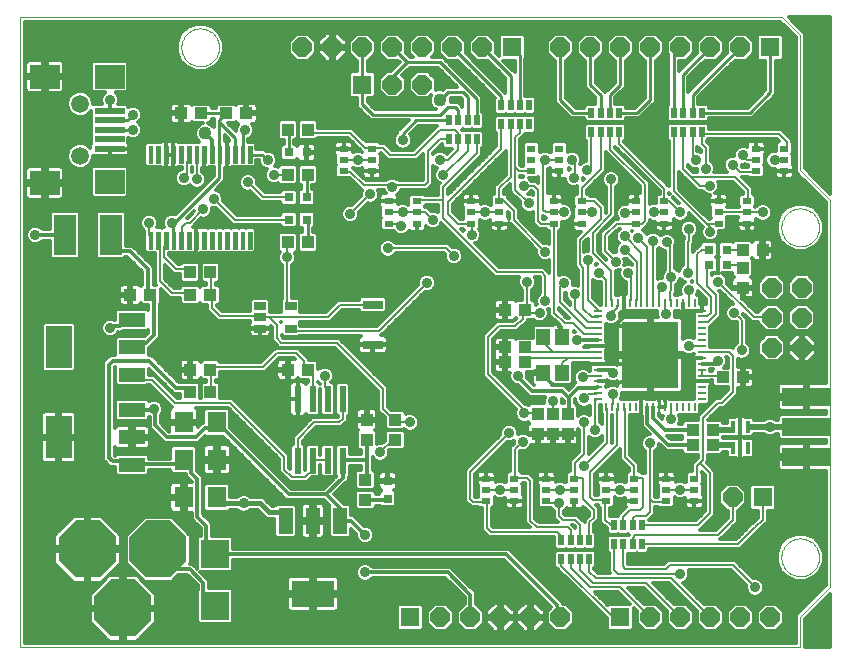
<source format=gtl>
G75*
G70*
%OFA0B0*%
%FSLAX24Y24*%
%IPPOS*%
%LPD*%
%AMOC8*
5,1,8,0,0,1.08239X$1,22.5*
%
%ADD10C,0.0000*%
%ADD11OC8,0.0640*%
%ADD12R,0.0433X0.0394*%
%ADD13R,0.0640X0.0640*%
%ADD14R,0.0630X0.0709*%
%ADD15R,0.0394X0.0433*%
%ADD16R,0.0315X0.0315*%
%ADD17R,0.0945X0.0945*%
%ADD18OC8,0.1900*%
%ADD19C,0.0030*%
%ADD20R,0.0748X0.1339*%
%ADD21R,0.0880X0.0480*%
%ADD22R,0.0866X0.1417*%
%ADD23R,0.0236X0.0866*%
%ADD24R,0.0880X0.0480*%
%ADD25R,0.0480X0.0880*%
%ADD26R,0.1417X0.0866*%
%ADD27R,0.0098X0.0276*%
%ADD28R,0.0276X0.0098*%
%ADD29R,0.1870X0.2224*%
%ADD30R,0.0138X0.0394*%
%ADD31R,0.1600X0.0600*%
%ADD32R,0.0453X0.0551*%
%ADD33R,0.0984X0.0787*%
%ADD34R,0.0984X0.0197*%
%ADD35C,0.0594*%
%ADD36R,0.0315X0.0217*%
%ADD37R,0.0390X0.0272*%
%ADD38R,0.0669X0.0315*%
%ADD39R,0.0197X0.0354*%
%ADD40C,0.0120*%
%ADD41C,0.0350*%
%ADD42C,0.0436*%
%ADD43C,0.0160*%
%ADD44C,0.0100*%
%ADD45C,0.0070*%
%ADD46C,0.0200*%
D10*
X000847Y001340D02*
X000847Y022340D01*
X026247Y022340D01*
X026847Y021740D01*
X026847Y017240D01*
X027847Y016240D01*
X027847Y003340D01*
X026847Y002340D01*
X026847Y001340D01*
X000847Y001340D01*
X006217Y021340D02*
X006219Y021390D01*
X006225Y021440D01*
X006235Y021489D01*
X006249Y021537D01*
X006266Y021584D01*
X006287Y021629D01*
X006312Y021673D01*
X006340Y021714D01*
X006372Y021753D01*
X006406Y021790D01*
X006443Y021824D01*
X006483Y021854D01*
X006525Y021881D01*
X006569Y021905D01*
X006615Y021926D01*
X006662Y021942D01*
X006710Y021955D01*
X006760Y021964D01*
X006809Y021969D01*
X006860Y021970D01*
X006910Y021967D01*
X006959Y021960D01*
X007008Y021949D01*
X007056Y021934D01*
X007102Y021916D01*
X007147Y021894D01*
X007190Y021868D01*
X007231Y021839D01*
X007270Y021807D01*
X007306Y021772D01*
X007338Y021734D01*
X007368Y021694D01*
X007395Y021651D01*
X007418Y021607D01*
X007437Y021561D01*
X007453Y021513D01*
X007465Y021464D01*
X007473Y021415D01*
X007477Y021365D01*
X007477Y021315D01*
X007473Y021265D01*
X007465Y021216D01*
X007453Y021167D01*
X007437Y021119D01*
X007418Y021073D01*
X007395Y021029D01*
X007368Y020986D01*
X007338Y020946D01*
X007306Y020908D01*
X007270Y020873D01*
X007231Y020841D01*
X007190Y020812D01*
X007147Y020786D01*
X007102Y020764D01*
X007056Y020746D01*
X007008Y020731D01*
X006959Y020720D01*
X006910Y020713D01*
X006860Y020710D01*
X006809Y020711D01*
X006760Y020716D01*
X006710Y020725D01*
X006662Y020738D01*
X006615Y020754D01*
X006569Y020775D01*
X006525Y020799D01*
X006483Y020826D01*
X006443Y020856D01*
X006406Y020890D01*
X006372Y020927D01*
X006340Y020966D01*
X006312Y021007D01*
X006287Y021051D01*
X006266Y021096D01*
X006249Y021143D01*
X006235Y021191D01*
X006225Y021240D01*
X006219Y021290D01*
X006217Y021340D01*
X026217Y015340D02*
X026219Y015390D01*
X026225Y015440D01*
X026235Y015489D01*
X026249Y015537D01*
X026266Y015584D01*
X026287Y015629D01*
X026312Y015673D01*
X026340Y015714D01*
X026372Y015753D01*
X026406Y015790D01*
X026443Y015824D01*
X026483Y015854D01*
X026525Y015881D01*
X026569Y015905D01*
X026615Y015926D01*
X026662Y015942D01*
X026710Y015955D01*
X026760Y015964D01*
X026809Y015969D01*
X026860Y015970D01*
X026910Y015967D01*
X026959Y015960D01*
X027008Y015949D01*
X027056Y015934D01*
X027102Y015916D01*
X027147Y015894D01*
X027190Y015868D01*
X027231Y015839D01*
X027270Y015807D01*
X027306Y015772D01*
X027338Y015734D01*
X027368Y015694D01*
X027395Y015651D01*
X027418Y015607D01*
X027437Y015561D01*
X027453Y015513D01*
X027465Y015464D01*
X027473Y015415D01*
X027477Y015365D01*
X027477Y015315D01*
X027473Y015265D01*
X027465Y015216D01*
X027453Y015167D01*
X027437Y015119D01*
X027418Y015073D01*
X027395Y015029D01*
X027368Y014986D01*
X027338Y014946D01*
X027306Y014908D01*
X027270Y014873D01*
X027231Y014841D01*
X027190Y014812D01*
X027147Y014786D01*
X027102Y014764D01*
X027056Y014746D01*
X027008Y014731D01*
X026959Y014720D01*
X026910Y014713D01*
X026860Y014710D01*
X026809Y014711D01*
X026760Y014716D01*
X026710Y014725D01*
X026662Y014738D01*
X026615Y014754D01*
X026569Y014775D01*
X026525Y014799D01*
X026483Y014826D01*
X026443Y014856D01*
X026406Y014890D01*
X026372Y014927D01*
X026340Y014966D01*
X026312Y015007D01*
X026287Y015051D01*
X026266Y015096D01*
X026249Y015143D01*
X026235Y015191D01*
X026225Y015240D01*
X026219Y015290D01*
X026217Y015340D01*
X026217Y004340D02*
X026219Y004390D01*
X026225Y004440D01*
X026235Y004489D01*
X026249Y004537D01*
X026266Y004584D01*
X026287Y004629D01*
X026312Y004673D01*
X026340Y004714D01*
X026372Y004753D01*
X026406Y004790D01*
X026443Y004824D01*
X026483Y004854D01*
X026525Y004881D01*
X026569Y004905D01*
X026615Y004926D01*
X026662Y004942D01*
X026710Y004955D01*
X026760Y004964D01*
X026809Y004969D01*
X026860Y004970D01*
X026910Y004967D01*
X026959Y004960D01*
X027008Y004949D01*
X027056Y004934D01*
X027102Y004916D01*
X027147Y004894D01*
X027190Y004868D01*
X027231Y004839D01*
X027270Y004807D01*
X027306Y004772D01*
X027338Y004734D01*
X027368Y004694D01*
X027395Y004651D01*
X027418Y004607D01*
X027437Y004561D01*
X027453Y004513D01*
X027465Y004464D01*
X027473Y004415D01*
X027477Y004365D01*
X027477Y004315D01*
X027473Y004265D01*
X027465Y004216D01*
X027453Y004167D01*
X027437Y004119D01*
X027418Y004073D01*
X027395Y004029D01*
X027368Y003986D01*
X027338Y003946D01*
X027306Y003908D01*
X027270Y003873D01*
X027231Y003841D01*
X027190Y003812D01*
X027147Y003786D01*
X027102Y003764D01*
X027056Y003746D01*
X027008Y003731D01*
X026959Y003720D01*
X026910Y003713D01*
X026860Y003710D01*
X026809Y003711D01*
X026760Y003716D01*
X026710Y003725D01*
X026662Y003738D01*
X026615Y003754D01*
X026569Y003775D01*
X026525Y003799D01*
X026483Y003826D01*
X026443Y003856D01*
X026406Y003890D01*
X026372Y003927D01*
X026340Y003966D01*
X026312Y004007D01*
X026287Y004051D01*
X026266Y004096D01*
X026249Y004143D01*
X026235Y004191D01*
X026225Y004240D01*
X026219Y004290D01*
X026217Y004340D01*
D11*
X025847Y002340D03*
X024847Y002340D03*
X023847Y002340D03*
X022847Y002340D03*
X021847Y002340D03*
X018847Y002340D03*
X017847Y002340D03*
X016847Y002340D03*
X015847Y002340D03*
X014847Y002340D03*
X024597Y006340D03*
X025902Y011321D03*
X026902Y011321D03*
X026902Y012321D03*
X025902Y012321D03*
X025902Y013321D03*
X026902Y013321D03*
X024847Y021340D03*
X023847Y021340D03*
X022847Y021340D03*
X021847Y021340D03*
X020847Y021340D03*
X019847Y021340D03*
X018847Y021340D03*
X016247Y021340D03*
X015247Y021340D03*
X014247Y021340D03*
X013247Y021340D03*
X012247Y021340D03*
X011247Y021340D03*
X010247Y021340D03*
X013247Y020090D03*
X014247Y020090D03*
D12*
X008381Y019140D03*
X007712Y019140D03*
X006881Y019140D03*
X006212Y019140D03*
X006512Y013090D03*
X007181Y013090D03*
X005181Y013090D03*
X004512Y013090D03*
X009762Y010590D03*
X010431Y010590D03*
X013347Y008925D03*
X013347Y008256D03*
X012347Y006925D03*
X012347Y006256D03*
X017012Y010840D03*
X017012Y011340D03*
X017681Y011340D03*
X017681Y010840D03*
X017681Y012590D03*
X017012Y012590D03*
X023262Y008590D03*
X023931Y008590D03*
X023931Y008090D03*
X023262Y008090D03*
X024262Y010340D03*
X024931Y010340D03*
X024927Y013326D03*
X024927Y013995D03*
D13*
X025847Y021340D03*
X017247Y021340D03*
X012247Y020090D03*
X025597Y006340D03*
X020847Y002340D03*
X013847Y002340D03*
D14*
X007398Y006340D03*
X006295Y006340D03*
X006295Y007590D03*
X007398Y007590D03*
X007398Y008840D03*
X006295Y008840D03*
D15*
X006512Y009840D03*
X007181Y009840D03*
X007181Y010590D03*
X006512Y010590D03*
X006512Y013840D03*
X007181Y013840D03*
X009762Y014840D03*
X010431Y014840D03*
X010431Y017090D03*
X009762Y017090D03*
X009762Y018590D03*
X010431Y018590D03*
X018097Y009125D03*
X018597Y009125D03*
X019097Y009125D03*
X019097Y008456D03*
X018597Y008456D03*
X018097Y008456D03*
X012397Y008256D03*
X012397Y008925D03*
X024922Y014580D03*
X025591Y014580D03*
D16*
X024392Y014590D03*
X024392Y014090D03*
X023801Y014090D03*
X023801Y014590D03*
X013097Y006886D03*
X013097Y006295D03*
X010392Y015590D03*
X009801Y015590D03*
X009801Y016340D03*
X010392Y016340D03*
X010392Y017840D03*
X009801Y017840D03*
D17*
X007347Y004457D03*
X007347Y002724D03*
D18*
X005447Y004610D03*
X004267Y002640D03*
X003087Y004610D03*
D19*
X005123Y014633D02*
X005243Y014633D01*
X005123Y014633D02*
X005123Y015193D01*
X005243Y015193D01*
X005243Y014633D01*
X005243Y014662D02*
X005123Y014662D01*
X005123Y014691D02*
X005243Y014691D01*
X005243Y014720D02*
X005123Y014720D01*
X005123Y014749D02*
X005243Y014749D01*
X005243Y014778D02*
X005123Y014778D01*
X005123Y014807D02*
X005243Y014807D01*
X005243Y014836D02*
X005123Y014836D01*
X005123Y014865D02*
X005243Y014865D01*
X005243Y014894D02*
X005123Y014894D01*
X005123Y014923D02*
X005243Y014923D01*
X005243Y014952D02*
X005123Y014952D01*
X005123Y014981D02*
X005243Y014981D01*
X005243Y015010D02*
X005123Y015010D01*
X005123Y015039D02*
X005243Y015039D01*
X005243Y015068D02*
X005123Y015068D01*
X005123Y015097D02*
X005243Y015097D01*
X005243Y015126D02*
X005123Y015126D01*
X005123Y015155D02*
X005243Y015155D01*
X005243Y015184D02*
X005123Y015184D01*
X005379Y014633D02*
X005499Y014633D01*
X005379Y014633D02*
X005379Y015193D01*
X005499Y015193D01*
X005499Y014633D01*
X005499Y014662D02*
X005379Y014662D01*
X005379Y014691D02*
X005499Y014691D01*
X005499Y014720D02*
X005379Y014720D01*
X005379Y014749D02*
X005499Y014749D01*
X005499Y014778D02*
X005379Y014778D01*
X005379Y014807D02*
X005499Y014807D01*
X005499Y014836D02*
X005379Y014836D01*
X005379Y014865D02*
X005499Y014865D01*
X005499Y014894D02*
X005379Y014894D01*
X005379Y014923D02*
X005499Y014923D01*
X005499Y014952D02*
X005379Y014952D01*
X005379Y014981D02*
X005499Y014981D01*
X005499Y015010D02*
X005379Y015010D01*
X005379Y015039D02*
X005499Y015039D01*
X005499Y015068D02*
X005379Y015068D01*
X005379Y015097D02*
X005499Y015097D01*
X005499Y015126D02*
X005379Y015126D01*
X005379Y015155D02*
X005499Y015155D01*
X005499Y015184D02*
X005379Y015184D01*
X005635Y014633D02*
X005755Y014633D01*
X005635Y014633D02*
X005635Y015193D01*
X005755Y015193D01*
X005755Y014633D01*
X005755Y014662D02*
X005635Y014662D01*
X005635Y014691D02*
X005755Y014691D01*
X005755Y014720D02*
X005635Y014720D01*
X005635Y014749D02*
X005755Y014749D01*
X005755Y014778D02*
X005635Y014778D01*
X005635Y014807D02*
X005755Y014807D01*
X005755Y014836D02*
X005635Y014836D01*
X005635Y014865D02*
X005755Y014865D01*
X005755Y014894D02*
X005635Y014894D01*
X005635Y014923D02*
X005755Y014923D01*
X005755Y014952D02*
X005635Y014952D01*
X005635Y014981D02*
X005755Y014981D01*
X005755Y015010D02*
X005635Y015010D01*
X005635Y015039D02*
X005755Y015039D01*
X005755Y015068D02*
X005635Y015068D01*
X005635Y015097D02*
X005755Y015097D01*
X005755Y015126D02*
X005635Y015126D01*
X005635Y015155D02*
X005755Y015155D01*
X005755Y015184D02*
X005635Y015184D01*
X005891Y014633D02*
X006011Y014633D01*
X005891Y014633D02*
X005891Y015193D01*
X006011Y015193D01*
X006011Y014633D01*
X006011Y014662D02*
X005891Y014662D01*
X005891Y014691D02*
X006011Y014691D01*
X006011Y014720D02*
X005891Y014720D01*
X005891Y014749D02*
X006011Y014749D01*
X006011Y014778D02*
X005891Y014778D01*
X005891Y014807D02*
X006011Y014807D01*
X006011Y014836D02*
X005891Y014836D01*
X005891Y014865D02*
X006011Y014865D01*
X006011Y014894D02*
X005891Y014894D01*
X005891Y014923D02*
X006011Y014923D01*
X006011Y014952D02*
X005891Y014952D01*
X005891Y014981D02*
X006011Y014981D01*
X006011Y015010D02*
X005891Y015010D01*
X005891Y015039D02*
X006011Y015039D01*
X006011Y015068D02*
X005891Y015068D01*
X005891Y015097D02*
X006011Y015097D01*
X006011Y015126D02*
X005891Y015126D01*
X005891Y015155D02*
X006011Y015155D01*
X006011Y015184D02*
X005891Y015184D01*
X006147Y014633D02*
X006267Y014633D01*
X006147Y014633D02*
X006147Y015193D01*
X006267Y015193D01*
X006267Y014633D01*
X006267Y014662D02*
X006147Y014662D01*
X006147Y014691D02*
X006267Y014691D01*
X006267Y014720D02*
X006147Y014720D01*
X006147Y014749D02*
X006267Y014749D01*
X006267Y014778D02*
X006147Y014778D01*
X006147Y014807D02*
X006267Y014807D01*
X006267Y014836D02*
X006147Y014836D01*
X006147Y014865D02*
X006267Y014865D01*
X006267Y014894D02*
X006147Y014894D01*
X006147Y014923D02*
X006267Y014923D01*
X006267Y014952D02*
X006147Y014952D01*
X006147Y014981D02*
X006267Y014981D01*
X006267Y015010D02*
X006147Y015010D01*
X006147Y015039D02*
X006267Y015039D01*
X006267Y015068D02*
X006147Y015068D01*
X006147Y015097D02*
X006267Y015097D01*
X006267Y015126D02*
X006147Y015126D01*
X006147Y015155D02*
X006267Y015155D01*
X006267Y015184D02*
X006147Y015184D01*
X006403Y014633D02*
X006523Y014633D01*
X006403Y014633D02*
X006403Y015193D01*
X006523Y015193D01*
X006523Y014633D01*
X006523Y014662D02*
X006403Y014662D01*
X006403Y014691D02*
X006523Y014691D01*
X006523Y014720D02*
X006403Y014720D01*
X006403Y014749D02*
X006523Y014749D01*
X006523Y014778D02*
X006403Y014778D01*
X006403Y014807D02*
X006523Y014807D01*
X006523Y014836D02*
X006403Y014836D01*
X006403Y014865D02*
X006523Y014865D01*
X006523Y014894D02*
X006403Y014894D01*
X006403Y014923D02*
X006523Y014923D01*
X006523Y014952D02*
X006403Y014952D01*
X006403Y014981D02*
X006523Y014981D01*
X006523Y015010D02*
X006403Y015010D01*
X006403Y015039D02*
X006523Y015039D01*
X006523Y015068D02*
X006403Y015068D01*
X006403Y015097D02*
X006523Y015097D01*
X006523Y015126D02*
X006403Y015126D01*
X006403Y015155D02*
X006523Y015155D01*
X006523Y015184D02*
X006403Y015184D01*
X006659Y014633D02*
X006779Y014633D01*
X006659Y014633D02*
X006659Y015193D01*
X006779Y015193D01*
X006779Y014633D01*
X006779Y014662D02*
X006659Y014662D01*
X006659Y014691D02*
X006779Y014691D01*
X006779Y014720D02*
X006659Y014720D01*
X006659Y014749D02*
X006779Y014749D01*
X006779Y014778D02*
X006659Y014778D01*
X006659Y014807D02*
X006779Y014807D01*
X006779Y014836D02*
X006659Y014836D01*
X006659Y014865D02*
X006779Y014865D01*
X006779Y014894D02*
X006659Y014894D01*
X006659Y014923D02*
X006779Y014923D01*
X006779Y014952D02*
X006659Y014952D01*
X006659Y014981D02*
X006779Y014981D01*
X006779Y015010D02*
X006659Y015010D01*
X006659Y015039D02*
X006779Y015039D01*
X006779Y015068D02*
X006659Y015068D01*
X006659Y015097D02*
X006779Y015097D01*
X006779Y015126D02*
X006659Y015126D01*
X006659Y015155D02*
X006779Y015155D01*
X006779Y015184D02*
X006659Y015184D01*
X006915Y014633D02*
X007035Y014633D01*
X006915Y014633D02*
X006915Y015193D01*
X007035Y015193D01*
X007035Y014633D01*
X007035Y014662D02*
X006915Y014662D01*
X006915Y014691D02*
X007035Y014691D01*
X007035Y014720D02*
X006915Y014720D01*
X006915Y014749D02*
X007035Y014749D01*
X007035Y014778D02*
X006915Y014778D01*
X006915Y014807D02*
X007035Y014807D01*
X007035Y014836D02*
X006915Y014836D01*
X006915Y014865D02*
X007035Y014865D01*
X007035Y014894D02*
X006915Y014894D01*
X006915Y014923D02*
X007035Y014923D01*
X007035Y014952D02*
X006915Y014952D01*
X006915Y014981D02*
X007035Y014981D01*
X007035Y015010D02*
X006915Y015010D01*
X006915Y015039D02*
X007035Y015039D01*
X007035Y015068D02*
X006915Y015068D01*
X006915Y015097D02*
X007035Y015097D01*
X007035Y015126D02*
X006915Y015126D01*
X006915Y015155D02*
X007035Y015155D01*
X007035Y015184D02*
X006915Y015184D01*
X007170Y014633D02*
X007290Y014633D01*
X007170Y014633D02*
X007170Y015193D01*
X007290Y015193D01*
X007290Y014633D01*
X007290Y014662D02*
X007170Y014662D01*
X007170Y014691D02*
X007290Y014691D01*
X007290Y014720D02*
X007170Y014720D01*
X007170Y014749D02*
X007290Y014749D01*
X007290Y014778D02*
X007170Y014778D01*
X007170Y014807D02*
X007290Y014807D01*
X007290Y014836D02*
X007170Y014836D01*
X007170Y014865D02*
X007290Y014865D01*
X007290Y014894D02*
X007170Y014894D01*
X007170Y014923D02*
X007290Y014923D01*
X007290Y014952D02*
X007170Y014952D01*
X007170Y014981D02*
X007290Y014981D01*
X007290Y015010D02*
X007170Y015010D01*
X007170Y015039D02*
X007290Y015039D01*
X007290Y015068D02*
X007170Y015068D01*
X007170Y015097D02*
X007290Y015097D01*
X007290Y015126D02*
X007170Y015126D01*
X007170Y015155D02*
X007290Y015155D01*
X007290Y015184D02*
X007170Y015184D01*
X007426Y014633D02*
X007546Y014633D01*
X007426Y014633D02*
X007426Y015193D01*
X007546Y015193D01*
X007546Y014633D01*
X007546Y014662D02*
X007426Y014662D01*
X007426Y014691D02*
X007546Y014691D01*
X007546Y014720D02*
X007426Y014720D01*
X007426Y014749D02*
X007546Y014749D01*
X007546Y014778D02*
X007426Y014778D01*
X007426Y014807D02*
X007546Y014807D01*
X007546Y014836D02*
X007426Y014836D01*
X007426Y014865D02*
X007546Y014865D01*
X007546Y014894D02*
X007426Y014894D01*
X007426Y014923D02*
X007546Y014923D01*
X007546Y014952D02*
X007426Y014952D01*
X007426Y014981D02*
X007546Y014981D01*
X007546Y015010D02*
X007426Y015010D01*
X007426Y015039D02*
X007546Y015039D01*
X007546Y015068D02*
X007426Y015068D01*
X007426Y015097D02*
X007546Y015097D01*
X007546Y015126D02*
X007426Y015126D01*
X007426Y015155D02*
X007546Y015155D01*
X007546Y015184D02*
X007426Y015184D01*
X007682Y014633D02*
X007802Y014633D01*
X007682Y014633D02*
X007682Y015193D01*
X007802Y015193D01*
X007802Y014633D01*
X007802Y014662D02*
X007682Y014662D01*
X007682Y014691D02*
X007802Y014691D01*
X007802Y014720D02*
X007682Y014720D01*
X007682Y014749D02*
X007802Y014749D01*
X007802Y014778D02*
X007682Y014778D01*
X007682Y014807D02*
X007802Y014807D01*
X007802Y014836D02*
X007682Y014836D01*
X007682Y014865D02*
X007802Y014865D01*
X007802Y014894D02*
X007682Y014894D01*
X007682Y014923D02*
X007802Y014923D01*
X007802Y014952D02*
X007682Y014952D01*
X007682Y014981D02*
X007802Y014981D01*
X007802Y015010D02*
X007682Y015010D01*
X007682Y015039D02*
X007802Y015039D01*
X007802Y015068D02*
X007682Y015068D01*
X007682Y015097D02*
X007802Y015097D01*
X007802Y015126D02*
X007682Y015126D01*
X007682Y015155D02*
X007802Y015155D01*
X007802Y015184D02*
X007682Y015184D01*
X007938Y014633D02*
X008058Y014633D01*
X007938Y014633D02*
X007938Y015193D01*
X008058Y015193D01*
X008058Y014633D01*
X008058Y014662D02*
X007938Y014662D01*
X007938Y014691D02*
X008058Y014691D01*
X008058Y014720D02*
X007938Y014720D01*
X007938Y014749D02*
X008058Y014749D01*
X008058Y014778D02*
X007938Y014778D01*
X007938Y014807D02*
X008058Y014807D01*
X008058Y014836D02*
X007938Y014836D01*
X007938Y014865D02*
X008058Y014865D01*
X008058Y014894D02*
X007938Y014894D01*
X007938Y014923D02*
X008058Y014923D01*
X008058Y014952D02*
X007938Y014952D01*
X007938Y014981D02*
X008058Y014981D01*
X008058Y015010D02*
X007938Y015010D01*
X007938Y015039D02*
X008058Y015039D01*
X008058Y015068D02*
X007938Y015068D01*
X007938Y015097D02*
X008058Y015097D01*
X008058Y015126D02*
X007938Y015126D01*
X007938Y015155D02*
X008058Y015155D01*
X008058Y015184D02*
X007938Y015184D01*
X008194Y014633D02*
X008314Y014633D01*
X008194Y014633D02*
X008194Y015193D01*
X008314Y015193D01*
X008314Y014633D01*
X008314Y014662D02*
X008194Y014662D01*
X008194Y014691D02*
X008314Y014691D01*
X008314Y014720D02*
X008194Y014720D01*
X008194Y014749D02*
X008314Y014749D01*
X008314Y014778D02*
X008194Y014778D01*
X008194Y014807D02*
X008314Y014807D01*
X008314Y014836D02*
X008194Y014836D01*
X008194Y014865D02*
X008314Y014865D01*
X008314Y014894D02*
X008194Y014894D01*
X008194Y014923D02*
X008314Y014923D01*
X008314Y014952D02*
X008194Y014952D01*
X008194Y014981D02*
X008314Y014981D01*
X008314Y015010D02*
X008194Y015010D01*
X008194Y015039D02*
X008314Y015039D01*
X008314Y015068D02*
X008194Y015068D01*
X008194Y015097D02*
X008314Y015097D01*
X008314Y015126D02*
X008194Y015126D01*
X008194Y015155D02*
X008314Y015155D01*
X008314Y015184D02*
X008194Y015184D01*
X008450Y014633D02*
X008570Y014633D01*
X008450Y014633D02*
X008450Y015193D01*
X008570Y015193D01*
X008570Y014633D01*
X008570Y014662D02*
X008450Y014662D01*
X008450Y014691D02*
X008570Y014691D01*
X008570Y014720D02*
X008450Y014720D01*
X008450Y014749D02*
X008570Y014749D01*
X008570Y014778D02*
X008450Y014778D01*
X008450Y014807D02*
X008570Y014807D01*
X008570Y014836D02*
X008450Y014836D01*
X008450Y014865D02*
X008570Y014865D01*
X008570Y014894D02*
X008450Y014894D01*
X008450Y014923D02*
X008570Y014923D01*
X008570Y014952D02*
X008450Y014952D01*
X008450Y014981D02*
X008570Y014981D01*
X008570Y015010D02*
X008450Y015010D01*
X008450Y015039D02*
X008570Y015039D01*
X008570Y015068D02*
X008450Y015068D01*
X008450Y015097D02*
X008570Y015097D01*
X008570Y015126D02*
X008450Y015126D01*
X008450Y015155D02*
X008570Y015155D01*
X008570Y015184D02*
X008450Y015184D01*
X008450Y017488D02*
X008570Y017488D01*
X008450Y017488D02*
X008450Y018048D01*
X008570Y018048D01*
X008570Y017488D01*
X008570Y017517D02*
X008450Y017517D01*
X008450Y017546D02*
X008570Y017546D01*
X008570Y017575D02*
X008450Y017575D01*
X008450Y017604D02*
X008570Y017604D01*
X008570Y017633D02*
X008450Y017633D01*
X008450Y017662D02*
X008570Y017662D01*
X008570Y017691D02*
X008450Y017691D01*
X008450Y017720D02*
X008570Y017720D01*
X008570Y017749D02*
X008450Y017749D01*
X008450Y017778D02*
X008570Y017778D01*
X008570Y017807D02*
X008450Y017807D01*
X008450Y017836D02*
X008570Y017836D01*
X008570Y017865D02*
X008450Y017865D01*
X008450Y017894D02*
X008570Y017894D01*
X008570Y017923D02*
X008450Y017923D01*
X008450Y017952D02*
X008570Y017952D01*
X008570Y017981D02*
X008450Y017981D01*
X008450Y018010D02*
X008570Y018010D01*
X008570Y018039D02*
X008450Y018039D01*
X008314Y017488D02*
X008194Y017488D01*
X008194Y018048D01*
X008314Y018048D01*
X008314Y017488D01*
X008314Y017517D02*
X008194Y017517D01*
X008194Y017546D02*
X008314Y017546D01*
X008314Y017575D02*
X008194Y017575D01*
X008194Y017604D02*
X008314Y017604D01*
X008314Y017633D02*
X008194Y017633D01*
X008194Y017662D02*
X008314Y017662D01*
X008314Y017691D02*
X008194Y017691D01*
X008194Y017720D02*
X008314Y017720D01*
X008314Y017749D02*
X008194Y017749D01*
X008194Y017778D02*
X008314Y017778D01*
X008314Y017807D02*
X008194Y017807D01*
X008194Y017836D02*
X008314Y017836D01*
X008314Y017865D02*
X008194Y017865D01*
X008194Y017894D02*
X008314Y017894D01*
X008314Y017923D02*
X008194Y017923D01*
X008194Y017952D02*
X008314Y017952D01*
X008314Y017981D02*
X008194Y017981D01*
X008194Y018010D02*
X008314Y018010D01*
X008314Y018039D02*
X008194Y018039D01*
X008058Y017488D02*
X007938Y017488D01*
X007938Y018048D01*
X008058Y018048D01*
X008058Y017488D01*
X008058Y017517D02*
X007938Y017517D01*
X007938Y017546D02*
X008058Y017546D01*
X008058Y017575D02*
X007938Y017575D01*
X007938Y017604D02*
X008058Y017604D01*
X008058Y017633D02*
X007938Y017633D01*
X007938Y017662D02*
X008058Y017662D01*
X008058Y017691D02*
X007938Y017691D01*
X007938Y017720D02*
X008058Y017720D01*
X008058Y017749D02*
X007938Y017749D01*
X007938Y017778D02*
X008058Y017778D01*
X008058Y017807D02*
X007938Y017807D01*
X007938Y017836D02*
X008058Y017836D01*
X008058Y017865D02*
X007938Y017865D01*
X007938Y017894D02*
X008058Y017894D01*
X008058Y017923D02*
X007938Y017923D01*
X007938Y017952D02*
X008058Y017952D01*
X008058Y017981D02*
X007938Y017981D01*
X007938Y018010D02*
X008058Y018010D01*
X008058Y018039D02*
X007938Y018039D01*
X007802Y017488D02*
X007682Y017488D01*
X007682Y018048D01*
X007802Y018048D01*
X007802Y017488D01*
X007802Y017517D02*
X007682Y017517D01*
X007682Y017546D02*
X007802Y017546D01*
X007802Y017575D02*
X007682Y017575D01*
X007682Y017604D02*
X007802Y017604D01*
X007802Y017633D02*
X007682Y017633D01*
X007682Y017662D02*
X007802Y017662D01*
X007802Y017691D02*
X007682Y017691D01*
X007682Y017720D02*
X007802Y017720D01*
X007802Y017749D02*
X007682Y017749D01*
X007682Y017778D02*
X007802Y017778D01*
X007802Y017807D02*
X007682Y017807D01*
X007682Y017836D02*
X007802Y017836D01*
X007802Y017865D02*
X007682Y017865D01*
X007682Y017894D02*
X007802Y017894D01*
X007802Y017923D02*
X007682Y017923D01*
X007682Y017952D02*
X007802Y017952D01*
X007802Y017981D02*
X007682Y017981D01*
X007682Y018010D02*
X007802Y018010D01*
X007802Y018039D02*
X007682Y018039D01*
X007546Y017488D02*
X007426Y017488D01*
X007426Y018048D01*
X007546Y018048D01*
X007546Y017488D01*
X007546Y017517D02*
X007426Y017517D01*
X007426Y017546D02*
X007546Y017546D01*
X007546Y017575D02*
X007426Y017575D01*
X007426Y017604D02*
X007546Y017604D01*
X007546Y017633D02*
X007426Y017633D01*
X007426Y017662D02*
X007546Y017662D01*
X007546Y017691D02*
X007426Y017691D01*
X007426Y017720D02*
X007546Y017720D01*
X007546Y017749D02*
X007426Y017749D01*
X007426Y017778D02*
X007546Y017778D01*
X007546Y017807D02*
X007426Y017807D01*
X007426Y017836D02*
X007546Y017836D01*
X007546Y017865D02*
X007426Y017865D01*
X007426Y017894D02*
X007546Y017894D01*
X007546Y017923D02*
X007426Y017923D01*
X007426Y017952D02*
X007546Y017952D01*
X007546Y017981D02*
X007426Y017981D01*
X007426Y018010D02*
X007546Y018010D01*
X007546Y018039D02*
X007426Y018039D01*
X007290Y017488D02*
X007170Y017488D01*
X007170Y018048D01*
X007290Y018048D01*
X007290Y017488D01*
X007290Y017517D02*
X007170Y017517D01*
X007170Y017546D02*
X007290Y017546D01*
X007290Y017575D02*
X007170Y017575D01*
X007170Y017604D02*
X007290Y017604D01*
X007290Y017633D02*
X007170Y017633D01*
X007170Y017662D02*
X007290Y017662D01*
X007290Y017691D02*
X007170Y017691D01*
X007170Y017720D02*
X007290Y017720D01*
X007290Y017749D02*
X007170Y017749D01*
X007170Y017778D02*
X007290Y017778D01*
X007290Y017807D02*
X007170Y017807D01*
X007170Y017836D02*
X007290Y017836D01*
X007290Y017865D02*
X007170Y017865D01*
X007170Y017894D02*
X007290Y017894D01*
X007290Y017923D02*
X007170Y017923D01*
X007170Y017952D02*
X007290Y017952D01*
X007290Y017981D02*
X007170Y017981D01*
X007170Y018010D02*
X007290Y018010D01*
X007290Y018039D02*
X007170Y018039D01*
X007035Y017488D02*
X006915Y017488D01*
X006915Y018048D01*
X007035Y018048D01*
X007035Y017488D01*
X007035Y017517D02*
X006915Y017517D01*
X006915Y017546D02*
X007035Y017546D01*
X007035Y017575D02*
X006915Y017575D01*
X006915Y017604D02*
X007035Y017604D01*
X007035Y017633D02*
X006915Y017633D01*
X006915Y017662D02*
X007035Y017662D01*
X007035Y017691D02*
X006915Y017691D01*
X006915Y017720D02*
X007035Y017720D01*
X007035Y017749D02*
X006915Y017749D01*
X006915Y017778D02*
X007035Y017778D01*
X007035Y017807D02*
X006915Y017807D01*
X006915Y017836D02*
X007035Y017836D01*
X007035Y017865D02*
X006915Y017865D01*
X006915Y017894D02*
X007035Y017894D01*
X007035Y017923D02*
X006915Y017923D01*
X006915Y017952D02*
X007035Y017952D01*
X007035Y017981D02*
X006915Y017981D01*
X006915Y018010D02*
X007035Y018010D01*
X007035Y018039D02*
X006915Y018039D01*
X006779Y017488D02*
X006659Y017488D01*
X006659Y018048D01*
X006779Y018048D01*
X006779Y017488D01*
X006779Y017517D02*
X006659Y017517D01*
X006659Y017546D02*
X006779Y017546D01*
X006779Y017575D02*
X006659Y017575D01*
X006659Y017604D02*
X006779Y017604D01*
X006779Y017633D02*
X006659Y017633D01*
X006659Y017662D02*
X006779Y017662D01*
X006779Y017691D02*
X006659Y017691D01*
X006659Y017720D02*
X006779Y017720D01*
X006779Y017749D02*
X006659Y017749D01*
X006659Y017778D02*
X006779Y017778D01*
X006779Y017807D02*
X006659Y017807D01*
X006659Y017836D02*
X006779Y017836D01*
X006779Y017865D02*
X006659Y017865D01*
X006659Y017894D02*
X006779Y017894D01*
X006779Y017923D02*
X006659Y017923D01*
X006659Y017952D02*
X006779Y017952D01*
X006779Y017981D02*
X006659Y017981D01*
X006659Y018010D02*
X006779Y018010D01*
X006779Y018039D02*
X006659Y018039D01*
X006523Y017488D02*
X006403Y017488D01*
X006403Y018048D01*
X006523Y018048D01*
X006523Y017488D01*
X006523Y017517D02*
X006403Y017517D01*
X006403Y017546D02*
X006523Y017546D01*
X006523Y017575D02*
X006403Y017575D01*
X006403Y017604D02*
X006523Y017604D01*
X006523Y017633D02*
X006403Y017633D01*
X006403Y017662D02*
X006523Y017662D01*
X006523Y017691D02*
X006403Y017691D01*
X006403Y017720D02*
X006523Y017720D01*
X006523Y017749D02*
X006403Y017749D01*
X006403Y017778D02*
X006523Y017778D01*
X006523Y017807D02*
X006403Y017807D01*
X006403Y017836D02*
X006523Y017836D01*
X006523Y017865D02*
X006403Y017865D01*
X006403Y017894D02*
X006523Y017894D01*
X006523Y017923D02*
X006403Y017923D01*
X006403Y017952D02*
X006523Y017952D01*
X006523Y017981D02*
X006403Y017981D01*
X006403Y018010D02*
X006523Y018010D01*
X006523Y018039D02*
X006403Y018039D01*
X006267Y017488D02*
X006147Y017488D01*
X006147Y018048D01*
X006267Y018048D01*
X006267Y017488D01*
X006267Y017517D02*
X006147Y017517D01*
X006147Y017546D02*
X006267Y017546D01*
X006267Y017575D02*
X006147Y017575D01*
X006147Y017604D02*
X006267Y017604D01*
X006267Y017633D02*
X006147Y017633D01*
X006147Y017662D02*
X006267Y017662D01*
X006267Y017691D02*
X006147Y017691D01*
X006147Y017720D02*
X006267Y017720D01*
X006267Y017749D02*
X006147Y017749D01*
X006147Y017778D02*
X006267Y017778D01*
X006267Y017807D02*
X006147Y017807D01*
X006147Y017836D02*
X006267Y017836D01*
X006267Y017865D02*
X006147Y017865D01*
X006147Y017894D02*
X006267Y017894D01*
X006267Y017923D02*
X006147Y017923D01*
X006147Y017952D02*
X006267Y017952D01*
X006267Y017981D02*
X006147Y017981D01*
X006147Y018010D02*
X006267Y018010D01*
X006267Y018039D02*
X006147Y018039D01*
X006011Y017488D02*
X005891Y017488D01*
X005891Y018048D01*
X006011Y018048D01*
X006011Y017488D01*
X006011Y017517D02*
X005891Y017517D01*
X005891Y017546D02*
X006011Y017546D01*
X006011Y017575D02*
X005891Y017575D01*
X005891Y017604D02*
X006011Y017604D01*
X006011Y017633D02*
X005891Y017633D01*
X005891Y017662D02*
X006011Y017662D01*
X006011Y017691D02*
X005891Y017691D01*
X005891Y017720D02*
X006011Y017720D01*
X006011Y017749D02*
X005891Y017749D01*
X005891Y017778D02*
X006011Y017778D01*
X006011Y017807D02*
X005891Y017807D01*
X005891Y017836D02*
X006011Y017836D01*
X006011Y017865D02*
X005891Y017865D01*
X005891Y017894D02*
X006011Y017894D01*
X006011Y017923D02*
X005891Y017923D01*
X005891Y017952D02*
X006011Y017952D01*
X006011Y017981D02*
X005891Y017981D01*
X005891Y018010D02*
X006011Y018010D01*
X006011Y018039D02*
X005891Y018039D01*
X005755Y017488D02*
X005635Y017488D01*
X005635Y018048D01*
X005755Y018048D01*
X005755Y017488D01*
X005755Y017517D02*
X005635Y017517D01*
X005635Y017546D02*
X005755Y017546D01*
X005755Y017575D02*
X005635Y017575D01*
X005635Y017604D02*
X005755Y017604D01*
X005755Y017633D02*
X005635Y017633D01*
X005635Y017662D02*
X005755Y017662D01*
X005755Y017691D02*
X005635Y017691D01*
X005635Y017720D02*
X005755Y017720D01*
X005755Y017749D02*
X005635Y017749D01*
X005635Y017778D02*
X005755Y017778D01*
X005755Y017807D02*
X005635Y017807D01*
X005635Y017836D02*
X005755Y017836D01*
X005755Y017865D02*
X005635Y017865D01*
X005635Y017894D02*
X005755Y017894D01*
X005755Y017923D02*
X005635Y017923D01*
X005635Y017952D02*
X005755Y017952D01*
X005755Y017981D02*
X005635Y017981D01*
X005635Y018010D02*
X005755Y018010D01*
X005755Y018039D02*
X005635Y018039D01*
X005499Y017488D02*
X005379Y017488D01*
X005379Y018048D01*
X005499Y018048D01*
X005499Y017488D01*
X005499Y017517D02*
X005379Y017517D01*
X005379Y017546D02*
X005499Y017546D01*
X005499Y017575D02*
X005379Y017575D01*
X005379Y017604D02*
X005499Y017604D01*
X005499Y017633D02*
X005379Y017633D01*
X005379Y017662D02*
X005499Y017662D01*
X005499Y017691D02*
X005379Y017691D01*
X005379Y017720D02*
X005499Y017720D01*
X005499Y017749D02*
X005379Y017749D01*
X005379Y017778D02*
X005499Y017778D01*
X005499Y017807D02*
X005379Y017807D01*
X005379Y017836D02*
X005499Y017836D01*
X005499Y017865D02*
X005379Y017865D01*
X005379Y017894D02*
X005499Y017894D01*
X005499Y017923D02*
X005379Y017923D01*
X005379Y017952D02*
X005499Y017952D01*
X005499Y017981D02*
X005379Y017981D01*
X005379Y018010D02*
X005499Y018010D01*
X005499Y018039D02*
X005379Y018039D01*
X005243Y017488D02*
X005123Y017488D01*
X005123Y018048D01*
X005243Y018048D01*
X005243Y017488D01*
X005243Y017517D02*
X005123Y017517D01*
X005123Y017546D02*
X005243Y017546D01*
X005243Y017575D02*
X005123Y017575D01*
X005123Y017604D02*
X005243Y017604D01*
X005243Y017633D02*
X005123Y017633D01*
X005123Y017662D02*
X005243Y017662D01*
X005243Y017691D02*
X005123Y017691D01*
X005123Y017720D02*
X005243Y017720D01*
X005243Y017749D02*
X005123Y017749D01*
X005123Y017778D02*
X005243Y017778D01*
X005243Y017807D02*
X005123Y017807D01*
X005123Y017836D02*
X005243Y017836D01*
X005243Y017865D02*
X005123Y017865D01*
X005123Y017894D02*
X005243Y017894D01*
X005243Y017923D02*
X005123Y017923D01*
X005123Y017952D02*
X005243Y017952D01*
X005243Y017981D02*
X005123Y017981D01*
X005123Y018010D02*
X005243Y018010D01*
X005243Y018039D02*
X005123Y018039D01*
D20*
X003864Y015090D03*
X002329Y015090D03*
D21*
X004567Y012250D03*
X004567Y011340D03*
X004567Y010430D03*
D22*
X002127Y011340D03*
X002127Y008340D03*
D23*
X010097Y007567D03*
X010597Y007567D03*
X011097Y007567D03*
X011597Y007567D03*
X011597Y009614D03*
X011097Y009614D03*
X010597Y009614D03*
X010097Y009614D03*
D24*
X004567Y009250D03*
X004567Y008340D03*
X004567Y007431D03*
D25*
X009687Y005561D03*
X010597Y005561D03*
X011506Y005561D03*
D26*
X010597Y003120D03*
D27*
X020370Y009358D03*
X020567Y009358D03*
X020764Y009358D03*
X020961Y009358D03*
X021158Y009358D03*
X021354Y009358D03*
X021551Y009358D03*
X021748Y009358D03*
X021945Y009358D03*
X022142Y009358D03*
X022339Y009358D03*
X022536Y009358D03*
X022732Y009358D03*
X022929Y009358D03*
X023126Y009358D03*
X023323Y009358D03*
X023323Y012823D03*
X023126Y012823D03*
X022929Y012823D03*
X022732Y012823D03*
X022536Y012823D03*
X022339Y012823D03*
X022142Y012823D03*
X021945Y012823D03*
X021748Y012823D03*
X021551Y012823D03*
X021354Y012823D03*
X021158Y012823D03*
X020961Y012823D03*
X020764Y012823D03*
X020567Y012823D03*
X020370Y012823D03*
D28*
X020114Y012567D03*
X020114Y012370D03*
X020114Y012173D03*
X020114Y011976D03*
X020114Y011779D03*
X020114Y011583D03*
X020114Y011386D03*
X020114Y011189D03*
X020114Y010992D03*
X020114Y010795D03*
X020114Y010598D03*
X020114Y010401D03*
X020114Y010205D03*
X020114Y010008D03*
X020114Y009811D03*
X020114Y009614D03*
X023579Y009614D03*
X023579Y009811D03*
X023579Y010008D03*
X023579Y010205D03*
X023579Y010401D03*
X023579Y010598D03*
X023579Y010795D03*
X023579Y010992D03*
X023579Y011189D03*
X023579Y011386D03*
X023579Y011583D03*
X023579Y011779D03*
X023579Y011976D03*
X023579Y012173D03*
X023579Y012370D03*
X023579Y012567D03*
D29*
X021847Y011090D03*
D30*
X024591Y008695D03*
X024847Y008695D03*
X025103Y008695D03*
X025103Y007986D03*
X024847Y007986D03*
X024591Y007986D03*
D31*
X027047Y007690D03*
X027047Y008690D03*
X027047Y009690D03*
D32*
X018912Y010500D03*
X018282Y010500D03*
X018282Y011681D03*
X018912Y011681D03*
D33*
X003831Y016858D03*
X001666Y016819D03*
X001666Y020362D03*
X003831Y020362D03*
D34*
X003831Y019220D03*
X003831Y018905D03*
X003831Y018590D03*
X003831Y018276D03*
X003831Y017961D03*
D35*
X002847Y017724D03*
X002847Y019457D03*
D36*
X011624Y017964D03*
X011624Y017590D03*
X011624Y017216D03*
X012569Y017216D03*
X012569Y017590D03*
X012569Y017964D03*
X013124Y016214D03*
X013124Y015840D03*
X013124Y015466D03*
X014069Y015466D03*
X014069Y015840D03*
X014069Y016214D03*
X015874Y016214D03*
X015874Y015840D03*
X015874Y015466D03*
X016819Y015466D03*
X016819Y015840D03*
X016819Y016214D03*
X017874Y017216D03*
X017874Y017590D03*
X017874Y017964D03*
X018819Y017964D03*
X018819Y017590D03*
X018819Y017216D03*
X018624Y016214D03*
X018624Y015840D03*
X018624Y015466D03*
X019569Y015466D03*
X019569Y015840D03*
X019569Y016214D03*
X021374Y016214D03*
X021374Y015840D03*
X021374Y015466D03*
X022319Y015466D03*
X022319Y015840D03*
X022319Y016214D03*
X024124Y016214D03*
X024124Y015840D03*
X024124Y015466D03*
X025069Y015466D03*
X025069Y015840D03*
X025069Y016214D03*
X025374Y017216D03*
X025374Y017590D03*
X025374Y017964D03*
X026319Y017964D03*
X026319Y017590D03*
X026319Y017216D03*
X023319Y006964D03*
X023319Y006590D03*
X023319Y006216D03*
X022374Y006216D03*
X022374Y006590D03*
X022374Y006964D03*
X021319Y006964D03*
X021319Y006590D03*
X021319Y006216D03*
X020374Y006216D03*
X020374Y006590D03*
X020374Y006964D03*
X019319Y006964D03*
X019319Y006590D03*
X019319Y006216D03*
X018374Y006216D03*
X018374Y006590D03*
X018374Y006964D03*
X017319Y006964D03*
X017319Y006590D03*
X017319Y006216D03*
X016374Y006216D03*
X016374Y006590D03*
X016374Y006964D03*
D37*
X009858Y011966D03*
X009858Y012714D03*
X008839Y012714D03*
X008839Y012340D03*
X008839Y011966D03*
D38*
X012597Y011421D03*
X012597Y012760D03*
D39*
X015124Y018276D03*
X015439Y018276D03*
X015754Y018276D03*
X016069Y018276D03*
X016069Y018905D03*
X015754Y018905D03*
X015439Y018905D03*
X015124Y018905D03*
X016874Y018776D03*
X017189Y018776D03*
X017504Y018776D03*
X017819Y018776D03*
X017819Y019405D03*
X017504Y019405D03*
X017189Y019405D03*
X016874Y019405D03*
X019874Y019155D03*
X020189Y019155D03*
X020504Y019155D03*
X020819Y019155D03*
X020819Y018526D03*
X020504Y018526D03*
X020189Y018526D03*
X019874Y018526D03*
X022624Y018526D03*
X022939Y018526D03*
X023254Y018526D03*
X023569Y018526D03*
X023569Y019155D03*
X023254Y019155D03*
X022939Y019155D03*
X022624Y019155D03*
X021569Y005405D03*
X021254Y005405D03*
X020939Y005405D03*
X020624Y005405D03*
X020624Y004776D03*
X020939Y004776D03*
X021254Y004776D03*
X021569Y004776D03*
X019819Y004905D03*
X019504Y004905D03*
X019189Y004905D03*
X018874Y004905D03*
X018874Y004276D03*
X019189Y004276D03*
X019504Y004276D03*
X019819Y004276D03*
D40*
X020047Y004304D02*
X020459Y004304D01*
X020459Y004186D02*
X020047Y004186D01*
X020047Y004067D02*
X020459Y004067D01*
X020459Y003989D02*
X020459Y003852D01*
X020506Y003805D01*
X020115Y003805D01*
X019984Y003936D01*
X019984Y003981D01*
X020047Y004044D01*
X020047Y004506D01*
X019971Y004583D01*
X019667Y004583D01*
X019662Y004577D01*
X019656Y004583D01*
X019352Y004583D01*
X019347Y004577D01*
X019341Y004583D01*
X019037Y004583D01*
X019032Y004577D01*
X019026Y004583D01*
X018722Y004583D01*
X018646Y004506D01*
X018646Y004044D01*
X018722Y003968D01*
X018735Y003968D01*
X020397Y002307D01*
X020397Y001967D01*
X020473Y001890D01*
X021220Y001890D01*
X021297Y001967D01*
X021297Y002657D01*
X021412Y002542D01*
X021397Y002527D01*
X021397Y002154D01*
X021660Y001890D01*
X022033Y001890D01*
X022297Y002154D01*
X022297Y002527D01*
X022033Y002790D01*
X021660Y002790D01*
X021645Y002775D01*
X021095Y003325D01*
X021628Y003325D01*
X022412Y002542D01*
X022397Y002527D01*
X022397Y002154D01*
X022660Y001890D01*
X023033Y001890D01*
X023297Y002154D01*
X023297Y002527D01*
X023033Y002790D01*
X022660Y002790D01*
X022645Y002775D01*
X021945Y003475D01*
X022478Y003475D01*
X023412Y002542D01*
X023397Y002527D01*
X023397Y002154D01*
X023660Y001890D01*
X024033Y001890D01*
X024297Y002154D01*
X024297Y002527D01*
X024033Y002790D01*
X023660Y002790D01*
X023645Y002775D01*
X022927Y003494D01*
X023019Y003532D01*
X023105Y003618D01*
X023152Y003730D01*
X023152Y003851D01*
X023121Y003925D01*
X024528Y003925D01*
X025045Y003409D01*
X025042Y003401D01*
X025042Y003280D01*
X025088Y003168D01*
X025174Y003082D01*
X025286Y003035D01*
X025407Y003035D01*
X025519Y003082D01*
X025605Y003168D01*
X025652Y003280D01*
X025652Y003401D01*
X025605Y003513D01*
X025519Y003599D01*
X025407Y003645D01*
X025286Y003645D01*
X025278Y003642D01*
X024762Y004159D01*
X024665Y004255D01*
X022418Y004255D01*
X022322Y004159D01*
X022288Y004125D01*
X021104Y004125D01*
X021104Y004468D01*
X021406Y004468D01*
X021412Y004474D01*
X021417Y004468D01*
X021721Y004468D01*
X021797Y004544D01*
X021797Y004611D01*
X024713Y004611D01*
X024850Y004611D01*
X024915Y004675D01*
X025512Y005272D01*
X025762Y005522D01*
X025762Y005659D01*
X025762Y005890D01*
X025970Y005890D01*
X026047Y005967D01*
X026047Y006714D01*
X025970Y006790D01*
X025223Y006790D01*
X025147Y006714D01*
X025147Y005967D01*
X025223Y005890D01*
X025432Y005890D01*
X025432Y005659D01*
X025278Y005505D01*
X024713Y004940D01*
X024180Y004940D01*
X024262Y005022D01*
X024762Y005522D01*
X024762Y005659D01*
X024762Y005890D01*
X024783Y005890D01*
X025047Y006154D01*
X025047Y006527D01*
X024783Y006790D01*
X024410Y006790D01*
X024147Y006527D01*
X024147Y006154D01*
X024410Y005890D01*
X024432Y005890D01*
X024432Y005659D01*
X024028Y005255D01*
X023520Y005255D01*
X024012Y005747D01*
X024012Y005884D01*
X024012Y007072D01*
X024012Y007209D01*
X023730Y007490D01*
X023762Y007522D01*
X023762Y007659D01*
X023762Y007764D01*
X024202Y007764D01*
X024278Y007840D01*
X024278Y007860D01*
X024392Y007860D01*
X024392Y007735D01*
X024468Y007659D01*
X024683Y007659D01*
X024716Y007640D01*
X024757Y007629D01*
X024846Y007629D01*
X024846Y007986D01*
X024847Y007986D01*
X024847Y007629D01*
X024937Y007629D01*
X024977Y007640D01*
X025010Y007659D01*
X025225Y007659D01*
X025301Y007735D01*
X025301Y008237D01*
X025225Y008313D01*
X025010Y008313D01*
X024977Y008332D01*
X024946Y008340D01*
X024977Y008349D01*
X025010Y008368D01*
X025225Y008368D01*
X025301Y008444D01*
X025301Y008460D01*
X025501Y008460D01*
X025645Y008460D01*
X025674Y008432D01*
X025786Y008385D01*
X025907Y008385D01*
X026019Y008432D01*
X026048Y008460D01*
X026117Y008460D01*
X026117Y008337D01*
X026193Y008260D01*
X027687Y008260D01*
X027687Y008150D01*
X027106Y008150D01*
X027106Y007751D01*
X026987Y007751D01*
X026987Y008150D01*
X026226Y008150D01*
X026185Y008140D01*
X026148Y008118D01*
X026119Y008089D01*
X026098Y008052D01*
X026087Y008012D01*
X026087Y007750D01*
X026986Y007750D01*
X026986Y007631D01*
X026087Y007631D01*
X026087Y007369D01*
X026098Y007329D01*
X026119Y007292D01*
X026148Y007262D01*
X026185Y007241D01*
X026226Y007230D01*
X026987Y007230D01*
X026987Y007630D01*
X027106Y007630D01*
X027106Y007230D01*
X027687Y007230D01*
X027687Y003407D01*
X026780Y002500D01*
X026687Y002407D01*
X026297Y002407D01*
X026297Y002289D02*
X026687Y002289D01*
X026687Y002407D02*
X026687Y001500D01*
X001007Y001500D01*
X001007Y022180D01*
X026180Y022180D01*
X026687Y021674D01*
X026687Y017174D01*
X026780Y017080D01*
X026780Y017080D01*
X027687Y016174D01*
X027687Y010150D01*
X027106Y010150D01*
X027106Y009751D01*
X026987Y009751D01*
X026987Y010150D01*
X026226Y010150D01*
X026185Y010140D01*
X026148Y010118D01*
X026119Y010089D01*
X026098Y010052D01*
X026087Y010012D01*
X026087Y009750D01*
X026986Y009750D01*
X026986Y009631D01*
X026087Y009631D01*
X026087Y009369D01*
X026098Y009329D01*
X026119Y009292D01*
X026148Y009262D01*
X026185Y009241D01*
X026226Y009230D01*
X026987Y009230D01*
X026987Y009630D01*
X027106Y009630D01*
X027106Y009230D01*
X027687Y009230D01*
X027687Y009120D01*
X026193Y009120D01*
X026117Y009044D01*
X026117Y008920D01*
X026048Y008920D01*
X026019Y008949D01*
X025907Y008995D01*
X025786Y008995D01*
X025674Y008949D01*
X025645Y008920D01*
X025501Y008920D01*
X025301Y008920D01*
X025301Y008945D01*
X025225Y009022D01*
X025010Y009022D01*
X024977Y009041D01*
X024937Y009052D01*
X024847Y009052D01*
X024847Y008695D01*
X024846Y008695D01*
X024846Y009052D01*
X024757Y009052D01*
X024716Y009041D01*
X024683Y009022D01*
X024468Y009022D01*
X024392Y008945D01*
X024392Y008820D01*
X024278Y008820D01*
X024278Y008841D01*
X024202Y008917D01*
X023762Y008917D01*
X023762Y008922D01*
X024165Y009325D01*
X024315Y009325D01*
X024412Y009422D01*
X024762Y009772D01*
X024762Y009909D01*
X024762Y009984D01*
X024893Y009984D01*
X024893Y010302D01*
X024970Y010302D01*
X024970Y010379D01*
X025308Y010379D01*
X025308Y010558D01*
X025297Y010599D01*
X025276Y010636D01*
X025246Y010665D01*
X025210Y010686D01*
X025169Y010697D01*
X024970Y010697D01*
X024970Y010379D01*
X024893Y010379D01*
X024893Y010697D01*
X024762Y010697D01*
X024762Y010966D01*
X024836Y010935D01*
X024957Y010935D01*
X025069Y010982D01*
X025155Y011068D01*
X025202Y011180D01*
X025202Y011301D01*
X025155Y011413D01*
X025069Y011499D01*
X025062Y011502D01*
X025062Y012172D01*
X025062Y012309D01*
X024948Y012422D01*
X024952Y012430D01*
X024952Y012452D01*
X025132Y012272D01*
X025228Y012175D01*
X025452Y012175D01*
X025452Y012134D01*
X025715Y011871D01*
X026088Y011871D01*
X026352Y012134D01*
X026352Y012507D01*
X026088Y012771D01*
X025715Y012771D01*
X025452Y012507D01*
X025452Y012505D01*
X025365Y012505D01*
X024888Y012982D01*
X024888Y013287D01*
X024965Y013287D01*
X024965Y012969D01*
X025164Y012969D01*
X025205Y012980D01*
X025241Y013001D01*
X025271Y013031D01*
X025292Y013067D01*
X025303Y013108D01*
X025303Y013287D01*
X024965Y013287D01*
X024965Y013364D01*
X025303Y013364D01*
X025303Y013544D01*
X025292Y013584D01*
X025271Y013621D01*
X025241Y013651D01*
X025205Y013672D01*
X025201Y013673D01*
X025273Y013744D01*
X025273Y014246D01*
X025229Y014290D01*
X025244Y014306D01*
X025245Y014302D01*
X025266Y014266D01*
X025296Y014236D01*
X025333Y014215D01*
X025373Y014204D01*
X025553Y014204D01*
X025553Y014542D01*
X025630Y014542D01*
X025630Y014619D01*
X025948Y014619D01*
X025948Y014818D01*
X025937Y014859D01*
X025916Y014895D01*
X025886Y014925D01*
X025850Y014946D01*
X025809Y014957D01*
X025630Y014957D01*
X025630Y014619D01*
X025553Y014619D01*
X025553Y014957D01*
X025373Y014957D01*
X025333Y014946D01*
X025296Y014925D01*
X025266Y014895D01*
X025245Y014859D01*
X025244Y014855D01*
X025173Y014927D01*
X024671Y014927D01*
X024613Y014868D01*
X024603Y014878D01*
X024181Y014878D01*
X024104Y014802D01*
X024104Y014379D01*
X024143Y014340D01*
X024104Y014302D01*
X024104Y013879D01*
X024148Y013835D01*
X024046Y013835D01*
X024044Y013835D01*
X024089Y013879D01*
X024089Y014302D01*
X024050Y014340D01*
X024089Y014379D01*
X024089Y014802D01*
X024013Y014878D01*
X023590Y014878D01*
X023514Y014802D01*
X023514Y014755D01*
X023488Y014755D01*
X023392Y014659D01*
X023348Y014615D01*
X023262Y014529D01*
X023262Y014772D01*
X023302Y014812D01*
X023302Y014949D01*
X023302Y015029D01*
X023309Y015032D01*
X023395Y015118D01*
X023442Y015230D01*
X023442Y015351D01*
X023395Y015463D01*
X023309Y015549D01*
X023197Y015595D01*
X023076Y015595D01*
X022964Y015549D01*
X022878Y015463D01*
X022832Y015351D01*
X022832Y015230D01*
X022878Y015118D01*
X022964Y015032D01*
X022972Y015029D01*
X022972Y014949D01*
X022932Y014909D01*
X022932Y014772D01*
X022932Y014072D01*
X022924Y014069D01*
X022838Y013983D01*
X022793Y013875D01*
X022719Y013949D01*
X022662Y013973D01*
X022662Y014683D01*
X022702Y014780D01*
X022702Y014901D01*
X022655Y015013D01*
X022569Y015099D01*
X022457Y015145D01*
X022336Y015145D01*
X022224Y015099D01*
X022197Y015072D01*
X022119Y015149D01*
X022007Y015195D01*
X021886Y015195D01*
X021774Y015149D01*
X021729Y015105D01*
X021705Y015163D01*
X021619Y015249D01*
X021610Y015253D01*
X021662Y015304D01*
X021662Y015332D01*
X021725Y015395D01*
X021822Y015492D01*
X021822Y015570D01*
X021906Y015535D01*
X022002Y015535D01*
X022002Y015467D01*
X022319Y015467D01*
X022636Y015467D01*
X022636Y015596D01*
X022628Y015628D01*
X022674Y015582D01*
X022786Y015535D01*
X022907Y015535D01*
X023019Y015582D01*
X023105Y015668D01*
X023152Y015780D01*
X023152Y015802D01*
X023556Y015398D01*
X023589Y015364D01*
X023588Y015363D01*
X023542Y015251D01*
X023542Y015130D01*
X023588Y015018D01*
X023674Y014932D01*
X023786Y014885D01*
X023907Y014885D01*
X024019Y014932D01*
X024105Y015018D01*
X024152Y015130D01*
X024152Y015228D01*
X024335Y015228D01*
X024412Y015304D01*
X024412Y015629D01*
X024387Y015653D01*
X024409Y015675D01*
X024784Y015675D01*
X024785Y015675D01*
X024784Y015673D01*
X024762Y015636D01*
X024752Y015596D01*
X024752Y015467D01*
X025069Y015467D01*
X025386Y015467D01*
X025386Y015596D01*
X025378Y015628D01*
X025424Y015582D01*
X025536Y015535D01*
X025657Y015535D01*
X025769Y015582D01*
X025855Y015668D01*
X025902Y015780D01*
X025902Y015901D01*
X025855Y016013D01*
X025769Y016099D01*
X025657Y016145D01*
X025536Y016145D01*
X025424Y016099D01*
X025342Y016017D01*
X025332Y016027D01*
X025356Y016052D01*
X025356Y016377D01*
X025280Y016453D01*
X025262Y016453D01*
X025262Y016659D01*
X025165Y016755D01*
X024895Y017025D01*
X025116Y017025D01*
X025163Y016978D01*
X025585Y016978D01*
X025662Y017054D01*
X025662Y017379D01*
X025637Y017403D01*
X025662Y017428D01*
X025662Y017753D01*
X025658Y017756D01*
X025660Y017758D01*
X025681Y017794D01*
X025692Y017835D01*
X025692Y017964D01*
X025375Y017964D01*
X025375Y017965D01*
X025692Y017965D01*
X025692Y018094D01*
X025681Y018134D01*
X025660Y018171D01*
X025630Y018201D01*
X025593Y018222D01*
X025553Y018233D01*
X025374Y018233D01*
X025196Y018233D01*
X025155Y018222D01*
X025118Y018201D01*
X025089Y018171D01*
X025068Y018134D01*
X025057Y018094D01*
X025057Y018017D01*
X024987Y018045D01*
X024866Y018045D01*
X024754Y017999D01*
X024668Y017913D01*
X024622Y017801D01*
X024622Y017735D01*
X024536Y017735D01*
X024424Y017689D01*
X024338Y017603D01*
X024292Y017491D01*
X024292Y017370D01*
X024338Y017258D01*
X024420Y017175D01*
X023979Y017175D01*
X024002Y017230D01*
X024002Y017351D01*
X023955Y017463D01*
X023869Y017549D01*
X023862Y017552D01*
X023862Y017922D01*
X023862Y018059D01*
X023734Y018186D01*
X023734Y018231D01*
X023778Y018275D01*
X025028Y018275D01*
X026078Y018275D01*
X026151Y018203D01*
X026108Y018203D01*
X026032Y018127D01*
X026032Y018008D01*
X026021Y017958D01*
X026032Y017942D01*
X026032Y017895D01*
X025926Y017895D01*
X025814Y017849D01*
X025728Y017763D01*
X025682Y017651D01*
X025682Y017530D01*
X025728Y017418D01*
X025814Y017332D01*
X025926Y017285D01*
X026002Y017285D01*
X026002Y017217D01*
X026319Y017217D01*
X026636Y017217D01*
X026636Y017346D01*
X026626Y017386D01*
X026605Y017423D01*
X026603Y017425D01*
X026606Y017428D01*
X026606Y017753D01*
X026582Y017777D01*
X026606Y017802D01*
X026606Y018127D01*
X026562Y018171D01*
X026562Y018259D01*
X026312Y018509D01*
X026215Y018605D01*
X025028Y018605D01*
X023797Y018605D01*
X023797Y018756D01*
X023721Y018833D01*
X023417Y018833D01*
X023412Y018827D01*
X023406Y018833D01*
X023102Y018833D01*
X023097Y018827D01*
X023091Y018833D01*
X022787Y018833D01*
X022782Y018827D01*
X022776Y018833D01*
X022472Y018833D01*
X022396Y018756D01*
X022396Y018294D01*
X022459Y018231D01*
X022459Y016711D01*
X020984Y018186D01*
X020984Y018231D01*
X021047Y018294D01*
X021047Y018756D01*
X020971Y018833D01*
X020667Y018833D01*
X020662Y018827D01*
X020656Y018833D01*
X020352Y018833D01*
X020347Y018827D01*
X020341Y018833D01*
X020037Y018833D01*
X020032Y018827D01*
X020026Y018833D01*
X019722Y018833D01*
X019646Y018756D01*
X019646Y018294D01*
X019709Y018231D01*
X019709Y017545D01*
X019686Y017545D01*
X019574Y017499D01*
X019514Y017439D01*
X019552Y017530D01*
X019552Y017651D01*
X019505Y017763D01*
X019419Y017849D01*
X019307Y017895D01*
X019186Y017895D01*
X019106Y017863D01*
X019106Y018127D01*
X019030Y018203D01*
X018608Y018203D01*
X018532Y018127D01*
X018532Y017837D01*
X018519Y017849D01*
X018407Y017895D01*
X018286Y017895D01*
X018174Y017849D01*
X018162Y017837D01*
X018162Y018127D01*
X018085Y018203D01*
X017663Y018203D01*
X017587Y018127D01*
X017587Y017802D01*
X017612Y017777D01*
X017587Y017753D01*
X017587Y017428D01*
X017612Y017403D01*
X017590Y017381D01*
X017539Y017381D01*
X017512Y017409D01*
X017512Y018272D01*
X017669Y018430D01*
X017669Y018468D01*
X017971Y018468D01*
X018047Y018544D01*
X018047Y019006D01*
X017971Y019083D01*
X017667Y019083D01*
X017662Y019077D01*
X017656Y019083D01*
X017352Y019083D01*
X017347Y019077D01*
X017341Y019083D01*
X017037Y019083D01*
X017032Y019077D01*
X017026Y019083D01*
X016722Y019083D01*
X016646Y019006D01*
X016646Y018544D01*
X016709Y018481D01*
X016709Y018036D01*
X015112Y016439D01*
X015112Y016622D01*
X016234Y017745D01*
X016234Y017881D01*
X016234Y017981D01*
X016297Y018044D01*
X016297Y018506D01*
X016221Y018583D01*
X015917Y018583D01*
X015912Y018577D01*
X015906Y018583D01*
X015602Y018583D01*
X015597Y018577D01*
X015591Y018583D01*
X015588Y018583D01*
X015572Y018598D01*
X015591Y018598D01*
X015597Y018604D01*
X015602Y018598D01*
X015906Y018598D01*
X015912Y018604D01*
X015917Y018598D01*
X016221Y018598D01*
X016297Y018674D01*
X016297Y019136D01*
X016249Y019185D01*
X016249Y019543D01*
X016249Y019693D01*
X014921Y021020D01*
X014772Y021020D01*
X014563Y021020D01*
X014697Y021154D01*
X014697Y021527D01*
X014433Y021790D01*
X014060Y021790D01*
X013797Y021527D01*
X013797Y021154D01*
X013930Y021020D01*
X013821Y021020D01*
X013692Y021150D01*
X013697Y021154D01*
X013697Y021527D01*
X013433Y021790D01*
X013060Y021790D01*
X012797Y021527D01*
X012797Y021154D01*
X013060Y020890D01*
X013433Y020890D01*
X013438Y020895D01*
X013492Y020840D01*
X013192Y020540D01*
X013060Y020540D01*
X012797Y020277D01*
X012797Y019904D01*
X013060Y019640D01*
X013433Y019640D01*
X013697Y019904D01*
X013697Y020277D01*
X013567Y020406D01*
X013821Y020660D01*
X014772Y020660D01*
X015412Y020020D01*
X015171Y020020D01*
X015022Y020020D01*
X014933Y019931D01*
X014916Y019939D01*
X014777Y019939D01*
X014697Y019905D01*
X014697Y020277D01*
X014433Y020540D01*
X014060Y020540D01*
X013797Y020277D01*
X013797Y019904D01*
X014060Y019640D01*
X014433Y019640D01*
X014531Y019739D01*
X014499Y019660D01*
X014499Y019521D01*
X014551Y019393D01*
X014649Y019295D01*
X014710Y019270D01*
X012671Y019270D01*
X012427Y019515D01*
X012427Y019640D01*
X012620Y019640D01*
X012697Y019717D01*
X012697Y020464D01*
X012620Y020540D01*
X012427Y020540D01*
X012427Y020890D01*
X012433Y020890D01*
X012697Y021154D01*
X012697Y021527D01*
X012433Y021790D01*
X012060Y021790D01*
X011797Y021527D01*
X011797Y021154D01*
X012060Y020890D01*
X012067Y020890D01*
X012067Y020540D01*
X011873Y020540D01*
X011797Y020464D01*
X011797Y019717D01*
X011873Y019640D01*
X012067Y019640D01*
X012067Y019366D01*
X012172Y019260D01*
X012417Y019016D01*
X012522Y018910D01*
X013787Y018910D01*
X013417Y018540D01*
X013417Y018492D01*
X013338Y018413D01*
X013292Y018301D01*
X013292Y018180D01*
X013338Y018068D01*
X013424Y017982D01*
X013536Y017935D01*
X013657Y017935D01*
X013769Y017982D01*
X013855Y018068D01*
X013902Y018180D01*
X013902Y018301D01*
X013855Y018413D01*
X013827Y018441D01*
X014111Y018725D01*
X014748Y018725D01*
X014682Y018659D01*
X013928Y017905D01*
X013240Y017905D01*
X012990Y018155D01*
X012853Y018155D01*
X012828Y018155D01*
X012780Y018203D01*
X012368Y018203D01*
X012012Y018559D01*
X011915Y018655D01*
X010758Y018655D01*
X010758Y018861D01*
X010682Y018937D01*
X010181Y018937D01*
X010104Y018861D01*
X010104Y018320D01*
X010181Y018244D01*
X010682Y018244D01*
X010758Y018320D01*
X010758Y018325D01*
X011778Y018325D01*
X012244Y017859D01*
X012157Y017895D01*
X012036Y017895D01*
X011942Y017856D01*
X011942Y017964D01*
X011625Y017964D01*
X011625Y017965D01*
X011942Y017965D01*
X011942Y018094D01*
X011931Y018134D01*
X011910Y018171D01*
X011880Y018201D01*
X011843Y018222D01*
X011803Y018233D01*
X011624Y018233D01*
X011446Y018233D01*
X011405Y018222D01*
X011368Y018201D01*
X011339Y018171D01*
X011318Y018134D01*
X011307Y018094D01*
X011307Y017965D01*
X011624Y017965D01*
X011624Y018233D01*
X011624Y017965D01*
X011624Y017965D01*
X011624Y017964D01*
X011307Y017964D01*
X011307Y017835D01*
X011318Y017794D01*
X011339Y017758D01*
X011340Y017756D01*
X011337Y017753D01*
X011337Y017428D01*
X011362Y017403D01*
X011337Y017379D01*
X011337Y017054D01*
X011413Y016978D01*
X011826Y016978D01*
X012132Y016672D01*
X012224Y016580D01*
X012192Y016501D01*
X012192Y016380D01*
X012195Y016372D01*
X011915Y016092D01*
X011907Y016095D01*
X011786Y016095D01*
X011674Y016049D01*
X011588Y015963D01*
X011542Y015851D01*
X011542Y015730D01*
X011588Y015618D01*
X011674Y015532D01*
X011786Y015485D01*
X011907Y015485D01*
X012019Y015532D01*
X012105Y015618D01*
X012152Y015730D01*
X012152Y015851D01*
X012148Y015859D01*
X012428Y016139D01*
X012436Y016135D01*
X012557Y016135D01*
X012669Y016182D01*
X012755Y016268D01*
X012802Y016380D01*
X012802Y016501D01*
X012771Y016575D01*
X012964Y016575D01*
X012988Y016518D01*
X013023Y016483D01*
X012946Y016483D01*
X012905Y016472D01*
X012868Y016451D01*
X012839Y016421D01*
X012818Y016384D01*
X012807Y016344D01*
X012807Y016215D01*
X013124Y016215D01*
X013124Y016214D01*
X012807Y016214D01*
X012807Y016085D01*
X012818Y016044D01*
X012839Y016008D01*
X012840Y016006D01*
X012837Y016003D01*
X012837Y015678D01*
X012862Y015653D01*
X012837Y015629D01*
X012837Y015304D01*
X012913Y015228D01*
X013284Y015228D01*
X013288Y015218D01*
X013374Y015132D01*
X013486Y015085D01*
X013607Y015085D01*
X013719Y015132D01*
X013805Y015218D01*
X013811Y015232D01*
X013813Y015230D01*
X013850Y015209D01*
X013890Y015198D01*
X014069Y015198D01*
X014248Y015198D01*
X014288Y015209D01*
X014325Y015230D01*
X014355Y015260D01*
X014376Y015296D01*
X014386Y015337D01*
X014386Y015369D01*
X014424Y015332D01*
X014536Y015285D01*
X014657Y015285D01*
X014769Y015332D01*
X014855Y015418D01*
X014879Y015475D01*
X016582Y013772D01*
X016678Y013675D01*
X017481Y013675D01*
X017442Y013581D01*
X017442Y013460D01*
X017488Y013348D01*
X017574Y013262D01*
X017582Y013259D01*
X017582Y012917D01*
X017411Y012917D01*
X017365Y012871D01*
X017356Y012886D01*
X017327Y012915D01*
X017290Y012936D01*
X017250Y012947D01*
X017050Y012947D01*
X017050Y012629D01*
X016973Y012629D01*
X016973Y012552D01*
X016635Y012552D01*
X016635Y012373D01*
X016646Y012332D01*
X016667Y012295D01*
X016697Y012266D01*
X016734Y012245D01*
X016774Y012234D01*
X016973Y012234D01*
X016973Y012552D01*
X017050Y012552D01*
X017050Y012234D01*
X017250Y012234D01*
X017290Y012245D01*
X017327Y012266D01*
X017356Y012295D01*
X017365Y012310D01*
X017374Y012301D01*
X017278Y012205D01*
X016728Y012205D01*
X016632Y012109D01*
X016282Y011759D01*
X016282Y011622D01*
X016282Y010372D01*
X016378Y010275D01*
X017374Y009280D01*
X017342Y009201D01*
X017342Y009080D01*
X017388Y008968D01*
X017474Y008882D01*
X017586Y008835D01*
X017707Y008835D01*
X017770Y008861D01*
X017770Y008855D01*
X017816Y008809D01*
X014152Y008809D01*
X014152Y008780D02*
X014152Y008901D01*
X014105Y009013D01*
X014019Y009099D01*
X013907Y009145D01*
X013786Y009145D01*
X013693Y009107D01*
X013693Y009176D01*
X013617Y009252D01*
X013218Y009252D01*
X013112Y009359D01*
X013112Y010009D01*
X013015Y010105D01*
X011562Y011559D01*
X011465Y011655D01*
X009615Y011655D01*
X009562Y011709D01*
X009562Y011749D01*
X009610Y011701D01*
X010107Y011701D01*
X010132Y011725D01*
X012196Y011725D01*
X012164Y011707D01*
X012134Y011677D01*
X012113Y011640D01*
X012102Y011600D01*
X012102Y011440D01*
X012578Y011440D01*
X012578Y011402D01*
X012615Y011402D01*
X012615Y011104D01*
X012952Y011104D01*
X012993Y011115D01*
X013029Y011136D01*
X013059Y011165D01*
X013080Y011202D01*
X013091Y011243D01*
X013091Y011402D01*
X012616Y011402D01*
X012616Y011440D01*
X013091Y011440D01*
X013091Y011600D01*
X013080Y011640D01*
X013059Y011677D01*
X013029Y011707D01*
X012993Y011728D01*
X012952Y011739D01*
X012878Y011739D01*
X012962Y011822D01*
X014328Y013189D01*
X014336Y013185D01*
X014457Y013185D01*
X014569Y013232D01*
X014655Y013318D01*
X014702Y013430D01*
X014702Y013551D01*
X014655Y013663D01*
X014569Y013749D01*
X014457Y013795D01*
X014336Y013795D01*
X014224Y013749D01*
X014138Y013663D01*
X014092Y013551D01*
X014092Y013430D01*
X014095Y013422D01*
X012728Y012055D01*
X010183Y012055D01*
X010183Y012156D01*
X010164Y012175D01*
X011028Y012175D01*
X011165Y012175D01*
X011584Y012595D01*
X012132Y012595D01*
X012132Y012548D01*
X012208Y012472D01*
X012985Y012472D01*
X013061Y012548D01*
X013061Y012971D01*
X012985Y013047D01*
X012208Y013047D01*
X012132Y012971D01*
X012132Y012925D01*
X011584Y012925D01*
X011448Y012925D01*
X011028Y012505D01*
X010164Y012505D01*
X010183Y012525D01*
X010183Y012904D01*
X010107Y012980D01*
X009912Y012980D01*
X009912Y014079D01*
X009919Y014082D01*
X010005Y014168D01*
X010052Y014280D01*
X010052Y014401D01*
X010013Y014494D01*
X010089Y014570D01*
X010089Y015111D01*
X010013Y015187D01*
X009511Y015187D01*
X009435Y015111D01*
X009435Y014570D01*
X009490Y014515D01*
X009488Y014513D01*
X009442Y014401D01*
X009442Y014280D01*
X009488Y014168D01*
X009574Y014082D01*
X009582Y014079D01*
X009582Y012952D01*
X009534Y012904D01*
X009534Y012525D01*
X009553Y012505D01*
X009164Y012505D01*
X009164Y012530D01*
X009164Y012904D01*
X009087Y012980D01*
X008590Y012980D01*
X008514Y012904D01*
X008514Y012555D01*
X007565Y012555D01*
X007412Y012709D01*
X007412Y012764D01*
X007452Y012764D01*
X007528Y012840D01*
X007528Y013341D01*
X007452Y013417D01*
X007362Y013417D01*
X007362Y013494D01*
X007432Y013494D01*
X007508Y013570D01*
X007508Y014111D01*
X007432Y014187D01*
X006931Y014187D01*
X006854Y014111D01*
X006854Y013570D01*
X006931Y013494D01*
X007032Y013494D01*
X007032Y013417D01*
X006911Y013417D01*
X006847Y013353D01*
X006782Y013417D01*
X006242Y013417D01*
X006165Y013341D01*
X006165Y013305D01*
X005965Y013305D01*
X005662Y013609D01*
X005662Y014092D01*
X005978Y013775D01*
X006115Y013775D01*
X006185Y013775D01*
X006185Y013570D01*
X006261Y013494D01*
X006763Y013494D01*
X006839Y013570D01*
X006839Y014111D01*
X006763Y014187D01*
X006261Y014187D01*
X006185Y014111D01*
X006185Y014105D01*
X006115Y014105D01*
X005812Y014409D01*
X005812Y014488D01*
X005815Y014488D01*
X005823Y014496D01*
X005831Y014488D01*
X006071Y014488D01*
X006079Y014496D01*
X006087Y014488D01*
X006327Y014488D01*
X006335Y014496D01*
X006343Y014488D01*
X006560Y014488D01*
X006591Y014470D01*
X006636Y014458D01*
X006718Y014458D01*
X006718Y014913D01*
X006719Y014913D01*
X006719Y014458D01*
X006802Y014458D01*
X006846Y014470D01*
X006877Y014488D01*
X007095Y014488D01*
X007103Y014496D01*
X007110Y014488D01*
X007351Y014488D01*
X007358Y014496D01*
X007366Y014488D01*
X007606Y014488D01*
X007614Y014496D01*
X007622Y014488D01*
X007862Y014488D01*
X007870Y014496D01*
X007878Y014488D01*
X008118Y014488D01*
X008126Y014496D01*
X008134Y014488D01*
X008374Y014488D01*
X008382Y014496D01*
X008390Y014488D01*
X008630Y014488D01*
X008715Y014573D01*
X008715Y015253D01*
X008630Y015338D01*
X008390Y015338D01*
X008382Y015330D01*
X008374Y015338D01*
X008134Y015338D01*
X008126Y015330D01*
X008118Y015338D01*
X007878Y015338D01*
X007870Y015330D01*
X007862Y015338D01*
X007622Y015338D01*
X007614Y015330D01*
X007606Y015338D01*
X007366Y015338D01*
X007358Y015330D01*
X007351Y015338D01*
X007110Y015338D01*
X007103Y015330D01*
X007095Y015338D01*
X006877Y015338D01*
X006846Y015356D01*
X006802Y015368D01*
X006719Y015368D01*
X006719Y014914D01*
X006718Y014914D01*
X006718Y015368D01*
X006636Y015368D01*
X006598Y015358D01*
X006878Y015639D01*
X006886Y015635D01*
X007007Y015635D01*
X007119Y015682D01*
X007205Y015768D01*
X007252Y015880D01*
X007252Y015985D01*
X007357Y015985D01*
X007365Y015989D01*
X007832Y015522D01*
X007928Y015425D01*
X009514Y015425D01*
X009514Y015379D01*
X009590Y015303D01*
X010013Y015303D01*
X010089Y015379D01*
X010089Y015802D01*
X010013Y015878D01*
X009590Y015878D01*
X009514Y015802D01*
X009514Y015755D01*
X008065Y015755D01*
X007598Y016222D01*
X007602Y016230D01*
X007602Y016351D01*
X007555Y016463D01*
X007469Y016549D01*
X007357Y016595D01*
X007356Y016595D01*
X007666Y016906D01*
X007666Y017055D01*
X007666Y017313D01*
X007742Y017313D01*
X007742Y017767D01*
X007742Y017767D01*
X007742Y017313D01*
X007825Y017313D01*
X007870Y017325D01*
X007901Y017343D01*
X008118Y017343D01*
X008126Y017351D01*
X008134Y017343D01*
X008374Y017343D01*
X008382Y017351D01*
X008390Y017343D01*
X008630Y017343D01*
X008715Y017428D01*
X008715Y017588D01*
X008792Y017588D01*
X008792Y017530D01*
X008838Y017418D01*
X008924Y017332D01*
X009036Y017285D01*
X009060Y017285D01*
X009038Y017263D01*
X008992Y017151D01*
X008992Y017030D01*
X009038Y016918D01*
X009124Y016832D01*
X009236Y016785D01*
X009357Y016785D01*
X009437Y016818D01*
X009511Y016744D01*
X010013Y016744D01*
X010089Y016820D01*
X010089Y017361D01*
X010013Y017437D01*
X009511Y017437D01*
X009437Y017362D01*
X009357Y017395D01*
X009333Y017395D01*
X009355Y017418D01*
X009402Y017530D01*
X009402Y017651D01*
X009355Y017763D01*
X009269Y017849D01*
X009157Y017895D01*
X009046Y017895D01*
X008994Y017948D01*
X008845Y017948D01*
X008715Y017948D01*
X008715Y018108D01*
X008630Y018193D01*
X008434Y018193D01*
X008434Y018297D01*
X008519Y018332D01*
X008605Y018418D01*
X008652Y018530D01*
X008652Y018651D01*
X008605Y018763D01*
X008585Y018784D01*
X008619Y018784D01*
X008660Y018795D01*
X008696Y018816D01*
X008726Y018845D01*
X008747Y018882D01*
X008758Y018923D01*
X008758Y019102D01*
X008420Y019102D01*
X008420Y019179D01*
X008758Y019179D01*
X008758Y019358D01*
X008747Y019399D01*
X008726Y019436D01*
X008696Y019465D01*
X008660Y019486D01*
X008619Y019497D01*
X008420Y019497D01*
X008420Y019179D01*
X008343Y019179D01*
X008343Y019497D01*
X008144Y019497D01*
X008103Y019486D01*
X008066Y019465D01*
X008037Y019436D01*
X008028Y019421D01*
X007982Y019467D01*
X007442Y019467D01*
X007365Y019391D01*
X007365Y019320D01*
X007228Y019320D01*
X007228Y019391D01*
X007152Y019467D01*
X006611Y019467D01*
X006565Y019421D01*
X006556Y019436D01*
X006527Y019465D01*
X006490Y019486D01*
X006450Y019497D01*
X006250Y019497D01*
X006250Y019179D01*
X006173Y019179D01*
X006173Y019102D01*
X005835Y019102D01*
X005835Y018923D01*
X005846Y018882D01*
X005867Y018845D01*
X005897Y018816D01*
X005934Y018795D01*
X005974Y018784D01*
X006173Y018784D01*
X006173Y019102D01*
X006250Y019102D01*
X006250Y018784D01*
X006450Y018784D01*
X006490Y018795D01*
X006527Y018816D01*
X006556Y018845D01*
X006565Y018860D01*
X006611Y018814D01*
X006936Y018814D01*
X006819Y018766D01*
X006721Y018668D01*
X006669Y018540D01*
X006669Y018401D01*
X006721Y018273D01*
X006802Y018193D01*
X006599Y018193D01*
X006591Y018185D01*
X006583Y018193D01*
X006343Y018193D01*
X006335Y018185D01*
X006327Y018193D01*
X006110Y018193D01*
X006078Y018211D01*
X006034Y018223D01*
X005951Y018223D01*
X005951Y017768D01*
X005951Y017768D01*
X005951Y018223D01*
X005868Y018223D01*
X005823Y018211D01*
X005823Y018210D01*
X005823Y018211D01*
X005778Y018223D01*
X005695Y018223D01*
X005612Y018223D01*
X005567Y018211D01*
X005536Y018193D01*
X005319Y018193D01*
X005311Y018185D01*
X005303Y018193D01*
X005063Y018193D01*
X004978Y018108D01*
X004978Y017428D01*
X005063Y017343D01*
X005303Y017343D01*
X005311Y017351D01*
X005319Y017343D01*
X005536Y017343D01*
X005567Y017325D01*
X005612Y017313D01*
X005695Y017313D01*
X005778Y017313D01*
X005823Y017325D01*
X005823Y017325D01*
X005823Y017325D01*
X005868Y017313D01*
X005951Y017313D01*
X006034Y017313D01*
X006078Y017325D01*
X006110Y017343D01*
X006232Y017343D01*
X006232Y017294D01*
X006124Y017249D01*
X006038Y017163D01*
X005992Y017051D01*
X005992Y016930D01*
X006038Y016818D01*
X006124Y016732D01*
X006236Y016685D01*
X006357Y016685D01*
X006469Y016732D01*
X006497Y016759D01*
X006574Y016682D01*
X006686Y016635D01*
X006807Y016635D01*
X006919Y016682D01*
X007005Y016768D01*
X007052Y016880D01*
X007052Y017001D01*
X007005Y017113D01*
X006919Y017199D01*
X006912Y017202D01*
X006912Y017313D01*
X006974Y017313D01*
X006974Y017767D01*
X006975Y017767D01*
X006975Y017313D01*
X007058Y017313D01*
X007102Y017325D01*
X007133Y017343D01*
X007306Y017343D01*
X007306Y017055D01*
X006021Y015769D01*
X005957Y015795D01*
X005836Y015795D01*
X005724Y015749D01*
X005638Y015663D01*
X005592Y015551D01*
X005592Y015430D01*
X005630Y015338D01*
X005575Y015338D01*
X005567Y015330D01*
X005559Y015338D01*
X005414Y015338D01*
X005452Y015430D01*
X005452Y015551D01*
X005405Y015663D01*
X005319Y015749D01*
X005207Y015795D01*
X005086Y015795D01*
X004974Y015749D01*
X004888Y015663D01*
X004842Y015551D01*
X004842Y015430D01*
X004888Y015318D01*
X004974Y015232D01*
X004975Y015231D01*
X004978Y015205D01*
X004978Y014573D01*
X005063Y014488D01*
X005303Y014488D01*
X005311Y014496D01*
X005319Y014488D01*
X005332Y014488D01*
X005332Y013609D01*
X005332Y013472D01*
X005386Y013417D01*
X005287Y013417D01*
X005287Y013862D01*
X005287Y014019D01*
X004687Y014619D01*
X004575Y014730D01*
X004368Y014730D01*
X004368Y015814D01*
X004292Y015890D01*
X003436Y015890D01*
X003360Y015814D01*
X003360Y014367D01*
X003436Y014291D01*
X004292Y014291D01*
X004351Y014350D01*
X004418Y014350D01*
X004907Y013862D01*
X004907Y013413D01*
X004865Y013371D01*
X004856Y013386D01*
X004827Y013415D01*
X004790Y013436D01*
X004750Y013447D01*
X004550Y013447D01*
X004550Y013129D01*
X004473Y013129D01*
X004473Y013052D01*
X004135Y013052D01*
X004135Y012873D01*
X004146Y012832D01*
X004167Y012795D01*
X004197Y012766D01*
X004234Y012745D01*
X004274Y012734D01*
X004473Y012734D01*
X004473Y013052D01*
X004550Y013052D01*
X004550Y012734D01*
X004750Y012734D01*
X004790Y012745D01*
X004827Y012766D01*
X004856Y012795D01*
X004865Y012810D01*
X004911Y012764D01*
X005107Y012764D01*
X005107Y012574D01*
X005060Y012620D01*
X004073Y012620D01*
X003997Y012544D01*
X003997Y012258D01*
X003907Y012295D01*
X003786Y012295D01*
X003674Y012249D01*
X003588Y012163D01*
X003542Y012051D01*
X003542Y011930D01*
X003588Y011818D01*
X003674Y011732D01*
X003786Y011685D01*
X003907Y011685D01*
X004019Y011732D01*
X004105Y011818D01*
X004118Y011850D01*
X004161Y011835D01*
X004191Y011850D01*
X004225Y011850D01*
X004255Y011880D01*
X005060Y011880D01*
X005107Y011927D01*
X005107Y011819D01*
X004998Y011710D01*
X004073Y011710D01*
X003997Y011634D01*
X003997Y011080D01*
X003843Y011080D01*
X003732Y010969D01*
X003718Y010955D01*
X003607Y010844D01*
X003607Y007744D01*
X003607Y007587D01*
X003732Y007462D01*
X003843Y007350D01*
X003997Y007350D01*
X003997Y007137D01*
X004073Y007061D01*
X005060Y007061D01*
X005137Y007137D01*
X005137Y007250D01*
X005850Y007250D01*
X005850Y007182D01*
X005927Y007106D01*
X006357Y007106D01*
X006357Y007062D01*
X006557Y006862D01*
X006557Y006855D01*
X006355Y006855D01*
X006355Y006401D01*
X006235Y006401D01*
X006235Y006855D01*
X005959Y006855D01*
X005919Y006844D01*
X005882Y006823D01*
X005852Y006793D01*
X005831Y006757D01*
X005820Y006716D01*
X005820Y006400D01*
X006235Y006400D01*
X006235Y006281D01*
X005820Y006281D01*
X005820Y005965D01*
X005831Y005924D01*
X005852Y005888D01*
X005882Y005858D01*
X005919Y005837D01*
X005959Y005826D01*
X006235Y005826D01*
X006235Y006280D01*
X006355Y006280D01*
X006355Y005826D01*
X006557Y005826D01*
X006557Y005612D01*
X006668Y005500D01*
X006857Y005312D01*
X006857Y005059D01*
X006820Y005059D01*
X006744Y004983D01*
X006744Y003962D01*
X006687Y004019D01*
X006575Y004130D01*
X006494Y004130D01*
X006527Y004163D01*
X006527Y005058D01*
X005894Y005690D01*
X004999Y005690D01*
X004367Y005058D01*
X004367Y004163D01*
X004999Y003530D01*
X005894Y003530D01*
X006114Y003750D01*
X006172Y003749D01*
X006174Y003750D01*
X006418Y003750D01*
X006757Y003412D01*
X006757Y003263D01*
X006744Y003251D01*
X006744Y002198D01*
X006820Y002122D01*
X007873Y002122D01*
X007949Y002198D01*
X007949Y003251D01*
X007873Y003327D01*
X007137Y003327D01*
X007137Y003412D01*
X007137Y003569D01*
X006852Y003854D01*
X007873Y003854D01*
X007949Y003930D01*
X007949Y004250D01*
X016968Y004250D01*
X018544Y002674D01*
X018397Y002527D01*
X018397Y002154D01*
X018660Y001890D01*
X019033Y001890D01*
X019297Y002154D01*
X019297Y002527D01*
X019033Y002790D01*
X018937Y002790D01*
X018937Y002819D01*
X018918Y002838D01*
X018912Y002863D01*
X018864Y002891D01*
X017237Y004519D01*
X017125Y004630D01*
X007949Y004630D01*
X007949Y004983D01*
X007873Y005059D01*
X007237Y005059D01*
X007237Y005312D01*
X007237Y005469D01*
X006937Y005769D01*
X006937Y006862D01*
X006937Y007019D01*
X006740Y007215D01*
X006740Y007248D01*
X006747Y007287D01*
X006740Y007296D01*
X006740Y007999D01*
X006664Y008075D01*
X005927Y008075D01*
X005850Y007999D01*
X005850Y007630D01*
X005137Y007630D01*
X005137Y007724D01*
X005060Y007801D01*
X004073Y007801D01*
X004003Y007730D01*
X004000Y007730D01*
X003987Y007744D01*
X003987Y008023D01*
X003999Y008002D01*
X004028Y007972D01*
X004065Y007951D01*
X004106Y007941D01*
X004507Y007941D01*
X004507Y008280D01*
X004627Y008280D01*
X004627Y008281D02*
X004627Y008400D01*
X005167Y008400D01*
X005167Y008601D01*
X005156Y008642D01*
X005135Y008679D01*
X005105Y008708D01*
X005068Y008729D01*
X005028Y008740D01*
X004627Y008740D01*
X004627Y008401D01*
X004507Y008401D01*
X004507Y008740D01*
X004106Y008740D01*
X004065Y008729D01*
X004028Y008708D01*
X003999Y008679D01*
X003987Y008658D01*
X003987Y010687D01*
X003997Y010697D01*
X003997Y010137D01*
X004073Y010060D01*
X005060Y010060D01*
X005075Y010075D01*
X005178Y010075D01*
X005832Y009422D01*
X005913Y009341D01*
X005882Y009323D01*
X005852Y009293D01*
X005831Y009257D01*
X005820Y009216D01*
X005820Y008900D01*
X006235Y008900D01*
X006235Y008781D01*
X005820Y008781D01*
X005820Y008535D01*
X005537Y008819D01*
X005537Y009099D01*
X005555Y009118D01*
X005602Y009230D01*
X005602Y009351D01*
X005555Y009463D01*
X005469Y009549D01*
X005357Y009595D01*
X005236Y009595D01*
X005129Y009551D01*
X005060Y009620D01*
X004073Y009620D01*
X003997Y009544D01*
X003997Y008956D01*
X004073Y008880D01*
X005060Y008880D01*
X005137Y008956D01*
X005137Y009027D01*
X005157Y009018D01*
X005157Y008819D01*
X005157Y008662D01*
X005557Y008262D01*
X005668Y008150D01*
X006618Y008150D01*
X006775Y008150D01*
X007005Y008380D01*
X007029Y008356D01*
X007613Y008356D01*
X009719Y006250D01*
X009876Y006250D01*
X010968Y006250D01*
X011150Y006068D01*
X011136Y006054D01*
X011136Y005067D01*
X011213Y004991D01*
X011800Y004991D01*
X011876Y005067D01*
X011876Y005292D01*
X012042Y005127D01*
X012042Y005030D01*
X012088Y004918D01*
X012174Y004832D01*
X012286Y004785D01*
X012407Y004785D01*
X012519Y004832D01*
X012605Y004918D01*
X012652Y005030D01*
X012652Y005151D01*
X012605Y005263D01*
X012519Y005349D01*
X012407Y005395D01*
X012310Y005395D01*
X011955Y005751D01*
X011876Y005751D01*
X011876Y006054D01*
X011800Y006130D01*
X011625Y006130D01*
X011315Y006440D01*
X011787Y006912D01*
X012000Y006912D01*
X012000Y006793D02*
X011668Y006793D01*
X011550Y006675D02*
X012000Y006675D01*
X012000Y006674D02*
X012076Y006598D01*
X012617Y006598D01*
X012693Y006674D01*
X012693Y007176D01*
X012617Y007252D01*
X012587Y007252D01*
X012587Y007669D01*
X012587Y007671D01*
X012588Y007668D01*
X012674Y007582D01*
X012786Y007535D01*
X012907Y007535D01*
X013019Y007582D01*
X013105Y007668D01*
X013152Y007780D01*
X013152Y007901D01*
X013148Y007909D01*
X013168Y007929D01*
X013617Y007929D01*
X013693Y008005D01*
X013693Y008506D01*
X013617Y008583D01*
X013076Y008583D01*
X013000Y008506D01*
X013000Y008227D01*
X012915Y008142D01*
X012907Y008145D01*
X012786Y008145D01*
X012723Y008120D01*
X012723Y008526D01*
X012677Y008572D01*
X012692Y008581D01*
X012721Y008610D01*
X012743Y008647D01*
X012753Y008687D01*
X012753Y008887D01*
X012435Y008887D01*
X012435Y008964D01*
X012358Y008964D01*
X012358Y009302D01*
X012179Y009302D01*
X012138Y009291D01*
X012101Y009270D01*
X012072Y009240D01*
X012051Y009203D01*
X012040Y009163D01*
X012040Y008964D01*
X012358Y008964D01*
X012358Y008887D01*
X012040Y008887D01*
X012040Y008687D01*
X012051Y008647D01*
X012072Y008610D01*
X012101Y008581D01*
X012116Y008572D01*
X012070Y008526D01*
X012070Y007985D01*
X012146Y007909D01*
X012207Y007909D01*
X012207Y007780D01*
X011845Y007780D01*
X011845Y008054D01*
X011769Y008130D01*
X011425Y008130D01*
X011349Y008054D01*
X011349Y007080D01*
X011383Y007046D01*
X010968Y006630D01*
X009876Y006630D01*
X007843Y008664D01*
X007843Y009249D01*
X007767Y009325D01*
X007029Y009325D01*
X006953Y009249D01*
X006953Y008830D01*
X006918Y008830D01*
X006807Y008719D01*
X006770Y008683D01*
X006770Y008781D01*
X006356Y008781D01*
X006356Y008900D01*
X006770Y008900D01*
X006770Y009216D01*
X006759Y009257D01*
X006738Y009293D01*
X006709Y009323D01*
X006704Y009325D01*
X007778Y009325D01*
X009482Y007622D01*
X009482Y007329D01*
X009482Y007192D01*
X009732Y006942D01*
X009828Y006845D01*
X010278Y006845D01*
X010415Y006845D01*
X010573Y007004D01*
X010769Y007004D01*
X010845Y007080D01*
X010845Y007425D01*
X010849Y007425D01*
X010849Y007080D01*
X010925Y007004D01*
X011269Y007004D01*
X011345Y007080D01*
X011345Y008054D01*
X011269Y008130D01*
X010925Y008130D01*
X010849Y008054D01*
X010849Y007755D01*
X010845Y007755D01*
X010845Y008054D01*
X010769Y008130D01*
X010425Y008130D01*
X010349Y008054D01*
X010349Y007246D01*
X010345Y007242D01*
X010345Y008054D01*
X010269Y008130D01*
X010262Y008130D01*
X010262Y008222D01*
X010715Y008675D01*
X011403Y008675D01*
X011540Y008675D01*
X011665Y008800D01*
X011762Y008897D01*
X011762Y009051D01*
X011769Y009051D01*
X011845Y009127D01*
X011845Y010101D01*
X011769Y010177D01*
X011425Y010177D01*
X011349Y010101D01*
X011349Y009127D01*
X011425Y009051D01*
X011432Y009051D01*
X011432Y009034D01*
X011403Y009005D01*
X010578Y009005D01*
X010482Y008909D01*
X010028Y008455D01*
X009932Y008359D01*
X009932Y008130D01*
X009925Y008130D01*
X009849Y008054D01*
X009849Y007292D01*
X009812Y007329D01*
X009812Y007759D01*
X009715Y007855D01*
X007915Y009655D01*
X007778Y009655D01*
X007508Y009655D01*
X007508Y010111D01*
X007432Y010187D01*
X007362Y010187D01*
X007362Y010244D01*
X007432Y010244D01*
X007508Y010320D01*
X007508Y010525D01*
X009015Y010525D01*
X009112Y010622D01*
X009465Y010975D01*
X009978Y010975D01*
X010009Y010945D01*
X010000Y010947D01*
X009800Y010947D01*
X009800Y010629D01*
X009723Y010629D01*
X009723Y010552D01*
X009385Y010552D01*
X009385Y010373D01*
X009396Y010332D01*
X009417Y010295D01*
X009447Y010266D01*
X009484Y010245D01*
X009524Y010234D01*
X009723Y010234D01*
X009723Y010552D01*
X009800Y010552D01*
X009800Y010234D01*
X010000Y010234D01*
X010040Y010245D01*
X010077Y010266D01*
X010106Y010295D01*
X010115Y010310D01*
X010161Y010264D01*
X010432Y010264D01*
X010432Y010177D01*
X010425Y010177D01*
X010361Y010114D01*
X010343Y010145D01*
X010313Y010175D01*
X010276Y010196D01*
X010236Y010207D01*
X010097Y010207D01*
X010097Y009614D01*
X010097Y009021D01*
X010236Y009021D01*
X010276Y009032D01*
X010313Y009053D01*
X010343Y009083D01*
X010361Y009115D01*
X010425Y009051D01*
X010769Y009051D01*
X010845Y009127D01*
X010845Y009959D01*
X010847Y009957D01*
X010849Y009949D01*
X010849Y009127D01*
X010925Y009051D01*
X011269Y009051D01*
X011345Y009127D01*
X011345Y010101D01*
X011269Y010177D01*
X011215Y010177D01*
X011255Y010218D01*
X011302Y010330D01*
X011302Y010451D01*
X011255Y010563D01*
X011169Y010649D01*
X011057Y010695D01*
X010936Y010695D01*
X010824Y010649D01*
X010778Y010603D01*
X010778Y010841D01*
X010702Y010917D01*
X010462Y010917D01*
X010462Y010959D01*
X010365Y011055D01*
X010115Y011305D01*
X009978Y011305D01*
X009328Y011305D01*
X009232Y011209D01*
X008878Y010855D01*
X007508Y010855D01*
X007508Y010861D01*
X007432Y010937D01*
X006931Y010937D01*
X006859Y010865D01*
X006858Y010869D01*
X006837Y010905D01*
X006807Y010935D01*
X006771Y010956D01*
X006730Y010967D01*
X006550Y010967D01*
X006550Y010629D01*
X006473Y010629D01*
X006473Y010552D01*
X006155Y010552D01*
X006155Y010353D01*
X006166Y010312D01*
X006187Y010276D01*
X006217Y010246D01*
X006253Y010225D01*
X006294Y010214D01*
X006473Y010214D01*
X006473Y010552D01*
X006550Y010552D01*
X006550Y010214D01*
X006730Y010214D01*
X006771Y010225D01*
X006807Y010246D01*
X006837Y010276D01*
X006858Y010312D01*
X006859Y010316D01*
X006931Y010244D01*
X007032Y010244D01*
X007032Y010187D01*
X006931Y010187D01*
X006854Y010111D01*
X006854Y009655D01*
X006839Y009655D01*
X006839Y010111D01*
X006763Y010187D01*
X006261Y010187D01*
X006255Y010180D01*
X006125Y010180D01*
X005337Y010969D01*
X005225Y011080D01*
X005137Y011080D01*
X005137Y011312D01*
X005375Y011550D01*
X005487Y011662D01*
X005487Y012799D01*
X005528Y012840D01*
X005528Y013276D01*
X005828Y012975D01*
X005965Y012975D01*
X006165Y012975D01*
X006165Y012840D01*
X006242Y012764D01*
X006782Y012764D01*
X006847Y012828D01*
X006911Y012764D01*
X007082Y012764D01*
X007082Y012709D01*
X007082Y012572D01*
X007332Y012322D01*
X007428Y012225D01*
X008514Y012225D01*
X008514Y012197D01*
X008495Y012164D01*
X008484Y012123D01*
X008484Y011974D01*
X008831Y011974D01*
X008831Y011958D01*
X008847Y011958D01*
X008847Y011671D01*
X009055Y011671D01*
X009095Y011682D01*
X009132Y011703D01*
X009162Y011732D01*
X009183Y011769D01*
X009194Y011810D01*
X009194Y011958D01*
X008847Y011958D01*
X008847Y011974D01*
X009194Y011974D01*
X009194Y012060D01*
X009232Y012022D01*
X009232Y011572D01*
X009328Y011475D01*
X009382Y011422D01*
X009478Y011325D01*
X011328Y011325D01*
X012782Y009872D01*
X012782Y009222D01*
X012878Y009125D01*
X012988Y009016D01*
X012989Y009007D01*
X013000Y008998D01*
X013000Y008674D01*
X013076Y008598D01*
X013617Y008598D01*
X013637Y008619D01*
X013674Y008582D01*
X013786Y008535D01*
X013907Y008535D01*
X014019Y008582D01*
X014105Y008668D01*
X014152Y008780D01*
X014114Y008690D02*
X016915Y008690D01*
X016888Y008663D02*
X016842Y008551D01*
X016842Y008430D01*
X016845Y008422D01*
X015778Y007355D01*
X015682Y007259D01*
X015682Y006359D01*
X015682Y006222D01*
X015782Y006122D01*
X015878Y006025D01*
X016116Y006025D01*
X016163Y005978D01*
X016232Y005978D01*
X016232Y005247D01*
X016328Y005150D01*
X016357Y005122D01*
X016453Y005025D01*
X018646Y005025D01*
X018646Y004674D01*
X018722Y004598D01*
X019026Y004598D01*
X019032Y004604D01*
X019037Y004598D01*
X019341Y004598D01*
X019347Y004604D01*
X019352Y004598D01*
X019656Y004598D01*
X019662Y004604D01*
X019667Y004598D01*
X019971Y004598D01*
X020047Y004674D01*
X020047Y005136D01*
X019984Y005200D01*
X019984Y005445D01*
X020135Y005595D01*
X020135Y005732D01*
X020135Y005849D01*
X020135Y005986D01*
X020045Y006075D01*
X020087Y006075D01*
X020087Y006054D01*
X020163Y005978D01*
X020182Y005978D01*
X020182Y005522D01*
X020278Y005425D01*
X020396Y005308D01*
X020396Y005174D01*
X020472Y005098D01*
X020776Y005098D01*
X020782Y005104D01*
X020787Y005098D01*
X021091Y005098D01*
X021097Y005104D01*
X021102Y005098D01*
X021121Y005098D01*
X021105Y005083D01*
X021102Y005083D01*
X021097Y005077D01*
X021091Y005083D01*
X020787Y005083D01*
X020782Y005077D01*
X020776Y005083D01*
X020472Y005083D01*
X020396Y005006D01*
X020396Y004544D01*
X020459Y004481D01*
X020459Y003989D01*
X020459Y003948D02*
X019984Y003948D01*
X020091Y003830D02*
X020481Y003830D01*
X020459Y004423D02*
X020047Y004423D01*
X020013Y004541D02*
X020399Y004541D01*
X020396Y004660D02*
X020033Y004660D01*
X020047Y004778D02*
X020396Y004778D01*
X020396Y004897D02*
X020047Y004897D01*
X020047Y005015D02*
X020405Y005015D01*
X020436Y005134D02*
X020047Y005134D01*
X019984Y005252D02*
X020396Y005252D01*
X020333Y005371D02*
X019984Y005371D01*
X020029Y005489D02*
X020214Y005489D01*
X020182Y005608D02*
X020135Y005608D01*
X020135Y005727D02*
X020182Y005727D01*
X020182Y005845D02*
X020135Y005845D01*
X020135Y005964D02*
X020182Y005964D01*
X020512Y005964D02*
X020986Y005964D01*
X021033Y006010D02*
X020774Y005751D01*
X020774Y005713D01*
X020512Y005713D01*
X020512Y005978D01*
X020585Y005978D01*
X020662Y006054D01*
X020662Y006344D01*
X020674Y006332D01*
X020786Y006285D01*
X020907Y006285D01*
X021002Y006325D01*
X021002Y006217D01*
X021319Y006217D01*
X021319Y006216D01*
X021002Y006216D01*
X021002Y006087D01*
X021012Y006046D01*
X021033Y006010D01*
X021003Y006082D02*
X020662Y006082D01*
X020662Y006201D02*
X021002Y006201D01*
X020989Y006319D02*
X021002Y006319D01*
X020704Y006319D02*
X020662Y006319D01*
X020692Y006856D02*
X020692Y006964D01*
X020375Y006964D01*
X020375Y006965D01*
X020692Y006965D01*
X020692Y007094D01*
X020681Y007134D01*
X020660Y007171D01*
X020630Y007201D01*
X020593Y007222D01*
X020553Y007233D01*
X020374Y007233D01*
X020196Y007233D01*
X020155Y007222D01*
X020118Y007201D01*
X020089Y007171D01*
X020068Y007134D01*
X020057Y007094D01*
X020057Y006965D01*
X020374Y006965D01*
X020374Y007233D01*
X020374Y006965D01*
X020374Y006965D01*
X020374Y006964D01*
X020057Y006964D01*
X020057Y006835D01*
X020068Y006794D01*
X020068Y006793D02*
X020012Y006793D01*
X020068Y006794D02*
X020089Y006758D01*
X020090Y006756D01*
X020087Y006753D01*
X020087Y006428D01*
X020110Y006405D01*
X020015Y006405D01*
X020012Y006409D01*
X020012Y007122D01*
X020832Y007942D01*
X020832Y007759D01*
X020832Y007622D01*
X021132Y007322D01*
X021132Y007203D01*
X021108Y007203D01*
X021032Y007127D01*
X021032Y006837D01*
X021019Y006849D01*
X020907Y006895D01*
X020786Y006895D01*
X020692Y006856D01*
X020692Y006912D02*
X021032Y006912D01*
X021032Y007031D02*
X020692Y007031D01*
X020672Y007149D02*
X021054Y007149D01*
X021132Y007268D02*
X020157Y007268D01*
X020076Y007149D02*
X020039Y007149D01*
X020057Y007031D02*
X020012Y007031D01*
X020012Y006912D02*
X020057Y006912D01*
X020087Y006675D02*
X020012Y006675D01*
X020012Y006556D02*
X020087Y006556D01*
X020087Y006438D02*
X020012Y006438D01*
X019619Y006035D02*
X019805Y005849D01*
X019805Y005732D01*
X019654Y005581D01*
X019654Y005516D01*
X019415Y005755D01*
X019278Y005755D01*
X018990Y005755D01*
X018962Y005784D01*
X018962Y005879D01*
X018969Y005882D01*
X019055Y005968D01*
X019061Y005982D01*
X019063Y005980D01*
X019100Y005959D01*
X019140Y005948D01*
X019319Y005948D01*
X019498Y005948D01*
X019538Y005959D01*
X019575Y005980D01*
X019605Y006010D01*
X019619Y006035D01*
X019690Y005964D02*
X019546Y005964D01*
X019319Y005964D02*
X019319Y005964D01*
X019319Y005948D02*
X019319Y006216D01*
X019319Y006216D01*
X019319Y005948D01*
X019319Y006082D02*
X019319Y006082D01*
X019319Y006201D02*
X019319Y006201D01*
X019092Y005964D02*
X019051Y005964D01*
X018962Y005845D02*
X019805Y005845D01*
X019799Y005727D02*
X019444Y005727D01*
X019562Y005608D02*
X019681Y005608D01*
X019339Y005365D02*
X019339Y005331D01*
X019262Y005409D01*
X019245Y005425D01*
X019278Y005425D01*
X019339Y005365D01*
X019333Y005371D02*
X019299Y005371D01*
X018773Y005505D02*
X018140Y005505D01*
X018012Y005634D01*
X018012Y006822D01*
X018012Y006959D01*
X017912Y007059D01*
X017815Y007155D01*
X017578Y007155D01*
X017530Y007203D01*
X017512Y007203D01*
X017512Y007872D01*
X017528Y007889D01*
X017536Y007885D01*
X017657Y007885D01*
X017769Y007932D01*
X017855Y008018D01*
X017881Y008079D01*
X018058Y008079D01*
X018058Y008417D01*
X018135Y008417D01*
X018135Y008079D01*
X018315Y008079D01*
X018347Y008088D01*
X018379Y008079D01*
X018558Y008079D01*
X018558Y008417D01*
X018635Y008417D01*
X018635Y008079D01*
X018815Y008079D01*
X018847Y008088D01*
X018879Y008079D01*
X019058Y008079D01*
X019058Y008417D01*
X019135Y008417D01*
X019135Y008079D01*
X019315Y008079D01*
X019355Y008090D01*
X019392Y008111D01*
X019421Y008141D01*
X019443Y008178D01*
X019453Y008218D01*
X019453Y008417D01*
X019135Y008417D01*
X019135Y008494D01*
X019453Y008494D01*
X019453Y008602D01*
X019474Y008582D01*
X019482Y008579D01*
X019482Y007859D01*
X019278Y007655D01*
X019182Y007559D01*
X019182Y007203D01*
X019108Y007203D01*
X019032Y007127D01*
X019032Y006837D01*
X019019Y006849D01*
X018907Y006895D01*
X018786Y006895D01*
X018692Y006856D01*
X018692Y006964D01*
X018375Y006964D01*
X018375Y006965D01*
X018692Y006965D01*
X018692Y007094D01*
X018681Y007134D01*
X018660Y007171D01*
X018630Y007201D01*
X018593Y007222D01*
X018553Y007233D01*
X018374Y007233D01*
X018196Y007233D01*
X018155Y007222D01*
X018118Y007201D01*
X018089Y007171D01*
X018068Y007134D01*
X018057Y007094D01*
X018057Y006965D01*
X018374Y006965D01*
X018374Y007233D01*
X018374Y006965D01*
X018374Y006965D01*
X018374Y006964D01*
X018057Y006964D01*
X018057Y006835D01*
X018068Y006794D01*
X018068Y006793D02*
X018012Y006793D01*
X018068Y006794D02*
X018089Y006758D01*
X018090Y006756D01*
X018087Y006753D01*
X018087Y006428D01*
X018112Y006403D01*
X018087Y006379D01*
X018087Y006054D01*
X018163Y005978D01*
X018426Y005978D01*
X018428Y005975D01*
X018450Y005975D01*
X018468Y005964D01*
X018516Y005975D01*
X018535Y005975D01*
X018538Y005968D01*
X018624Y005882D01*
X018632Y005879D01*
X018632Y005784D01*
X018632Y005647D01*
X018757Y005522D01*
X018773Y005505D01*
X018671Y005608D02*
X018037Y005608D01*
X018012Y005727D02*
X018632Y005727D01*
X018632Y005845D02*
X018012Y005845D01*
X018012Y005964D02*
X018542Y005964D01*
X018087Y006082D02*
X018012Y006082D01*
X018012Y006201D02*
X018087Y006201D01*
X018087Y006319D02*
X018012Y006319D01*
X018012Y006438D02*
X018087Y006438D01*
X018087Y006556D02*
X018012Y006556D01*
X018012Y006675D02*
X018087Y006675D01*
X018057Y006912D02*
X018012Y006912D01*
X018057Y007031D02*
X017940Y007031D01*
X017821Y007149D02*
X018076Y007149D01*
X018374Y007149D02*
X018374Y007149D01*
X018374Y007031D02*
X018374Y007031D01*
X018374Y006964D02*
X018374Y007313D01*
X018347Y007340D01*
X017847Y007340D01*
X017512Y007386D02*
X019182Y007386D01*
X019182Y007268D02*
X017512Y007268D01*
X017512Y007505D02*
X019182Y007505D01*
X019246Y007623D02*
X017512Y007623D01*
X017512Y007742D02*
X019365Y007742D01*
X019278Y007655D02*
X019278Y007655D01*
X019482Y007860D02*
X017512Y007860D01*
X017816Y007979D02*
X019482Y007979D01*
X019482Y008097D02*
X019368Y008097D01*
X019453Y008216D02*
X019482Y008216D01*
X019482Y008335D02*
X019453Y008335D01*
X019482Y008453D02*
X019135Y008453D01*
X019058Y008453D02*
X018635Y008453D01*
X018635Y008417D02*
X018635Y008494D01*
X018953Y008494D01*
X019058Y008494D01*
X019058Y008417D01*
X018953Y008417D01*
X018635Y008417D01*
X018558Y008417D02*
X018240Y008417D01*
X018135Y008417D01*
X018135Y008494D01*
X018240Y008494D01*
X018558Y008494D01*
X018558Y008417D01*
X018558Y008453D02*
X018135Y008453D01*
X018058Y008453D02*
X017760Y008453D01*
X017769Y008449D02*
X017657Y008495D01*
X017536Y008495D01*
X017452Y008460D01*
X017452Y008551D01*
X017405Y008663D01*
X017319Y008749D01*
X017207Y008795D01*
X017086Y008795D01*
X016974Y008749D01*
X016888Y008663D01*
X016850Y008572D02*
X013995Y008572D01*
X013699Y008572D02*
X013628Y008572D01*
X013693Y008453D02*
X016842Y008453D01*
X016757Y008335D02*
X013693Y008335D01*
X013693Y008216D02*
X016639Y008216D01*
X016520Y008097D02*
X013693Y008097D01*
X013667Y007979D02*
X016402Y007979D01*
X016283Y007860D02*
X013152Y007860D01*
X013136Y007742D02*
X016165Y007742D01*
X016046Y007623D02*
X013061Y007623D01*
X013078Y007203D02*
X012918Y007203D01*
X012877Y007192D01*
X012841Y007171D01*
X012811Y007141D01*
X012790Y007105D01*
X012779Y007064D01*
X012779Y006904D01*
X013078Y006904D01*
X013078Y006867D01*
X012779Y006867D01*
X012779Y006707D01*
X012790Y006666D01*
X012811Y006630D01*
X012841Y006600D01*
X012877Y006579D01*
X012881Y006578D01*
X012809Y006506D01*
X012809Y006446D01*
X012693Y006446D01*
X012693Y006506D01*
X012617Y006583D01*
X012076Y006583D01*
X012000Y006506D01*
X012000Y006005D01*
X012076Y005929D01*
X012617Y005929D01*
X012693Y006005D01*
X012693Y006066D01*
X012827Y006066D01*
X012885Y006008D01*
X013308Y006008D01*
X013384Y006084D01*
X013384Y006506D01*
X013312Y006578D01*
X013316Y006579D01*
X013352Y006600D01*
X013382Y006630D01*
X013403Y006666D01*
X013414Y006707D01*
X013414Y006867D01*
X013116Y006867D01*
X013116Y006904D01*
X013414Y006904D01*
X013414Y007064D01*
X013403Y007105D01*
X013382Y007141D01*
X013352Y007171D01*
X013316Y007192D01*
X013275Y007203D01*
X013115Y007203D01*
X013115Y006905D01*
X013078Y006905D01*
X013078Y007203D01*
X013078Y007149D02*
X013115Y007149D01*
X013115Y007031D02*
X013078Y007031D01*
X013078Y006912D02*
X013115Y006912D01*
X013414Y006912D02*
X015682Y006912D01*
X015682Y006793D02*
X013414Y006793D01*
X013405Y006675D02*
X015682Y006675D01*
X015682Y006556D02*
X013334Y006556D01*
X013384Y006438D02*
X015682Y006438D01*
X015682Y006319D02*
X013384Y006319D01*
X013384Y006201D02*
X015703Y006201D01*
X015821Y006082D02*
X013382Y006082D01*
X013097Y006295D02*
X013057Y006256D01*
X012347Y006256D01*
X012000Y006201D02*
X011555Y006201D01*
X011436Y006319D02*
X012000Y006319D01*
X012000Y006438D02*
X011318Y006438D01*
X011431Y006556D02*
X012050Y006556D01*
X012000Y006674D02*
X012000Y007176D01*
X012076Y007252D01*
X012207Y007252D01*
X012207Y007400D01*
X011845Y007400D01*
X011845Y007080D01*
X011787Y007022D01*
X011787Y006912D01*
X011795Y007031D02*
X012000Y007031D01*
X012000Y007149D02*
X011845Y007149D01*
X011845Y007268D02*
X012207Y007268D01*
X012207Y007386D02*
X011845Y007386D01*
X011697Y007590D02*
X011597Y007567D01*
X011597Y006990D01*
X011047Y006440D01*
X011506Y005981D01*
X011506Y005561D01*
X011877Y005561D01*
X012347Y005090D01*
X012466Y005371D02*
X016232Y005371D01*
X016232Y005489D02*
X012216Y005489D01*
X012098Y005608D02*
X016232Y005608D01*
X016232Y005727D02*
X011979Y005727D01*
X011876Y005845D02*
X016232Y005845D01*
X016232Y005964D02*
X012652Y005964D01*
X012042Y005964D02*
X011876Y005964D01*
X011849Y006082D02*
X012000Y006082D01*
X012643Y006556D02*
X012859Y006556D01*
X012788Y006675D02*
X012693Y006675D01*
X012693Y006793D02*
X012779Y006793D01*
X012779Y006912D02*
X012693Y006912D01*
X012693Y007031D02*
X012779Y007031D01*
X012819Y007149D02*
X012693Y007149D01*
X012587Y007268D02*
X015690Y007268D01*
X015682Y007149D02*
X013374Y007149D01*
X013414Y007031D02*
X015682Y007031D01*
X016012Y007031D02*
X016057Y007031D01*
X016057Y007094D02*
X016057Y006965D01*
X016374Y006965D01*
X016374Y007233D01*
X016196Y007233D01*
X016155Y007222D01*
X016118Y007201D01*
X016089Y007171D01*
X016068Y007134D01*
X016057Y007094D01*
X016012Y007122D02*
X017078Y008189D01*
X017086Y008185D01*
X017207Y008185D01*
X017292Y008220D01*
X017292Y008130D01*
X017295Y008122D01*
X017278Y008105D01*
X017182Y008009D01*
X017182Y007203D01*
X017108Y007203D01*
X017032Y007127D01*
X017032Y006837D01*
X017019Y006849D01*
X016907Y006895D01*
X016786Y006895D01*
X016692Y006856D01*
X016692Y006964D01*
X016375Y006964D01*
X016375Y006965D01*
X016692Y006965D01*
X016692Y007094D01*
X016681Y007134D01*
X016660Y007171D01*
X016630Y007201D01*
X016593Y007222D01*
X016553Y007233D01*
X016374Y007233D01*
X016374Y006965D01*
X016374Y006965D01*
X016374Y006964D01*
X016057Y006964D01*
X016057Y006835D01*
X016068Y006794D01*
X016068Y006793D02*
X016012Y006793D01*
X016068Y006794D02*
X016089Y006758D01*
X016090Y006756D01*
X016087Y006753D01*
X016087Y006428D01*
X016112Y006403D01*
X016087Y006379D01*
X016087Y006355D01*
X016015Y006355D01*
X016012Y006359D01*
X016012Y007122D01*
X016039Y007149D02*
X016076Y007149D01*
X016157Y007268D02*
X017182Y007268D01*
X017182Y007386D02*
X016276Y007386D01*
X016394Y007505D02*
X017182Y007505D01*
X017182Y007623D02*
X016513Y007623D01*
X016631Y007742D02*
X017182Y007742D01*
X017182Y007860D02*
X016750Y007860D01*
X016868Y007979D02*
X017182Y007979D01*
X017270Y008097D02*
X016987Y008097D01*
X017281Y008216D02*
X017292Y008216D01*
X017443Y008572D02*
X017740Y008572D01*
X017740Y008494D02*
X017740Y008693D01*
X017751Y008734D01*
X017772Y008771D01*
X017801Y008800D01*
X017816Y008809D01*
X017740Y008690D02*
X017378Y008690D01*
X017428Y008927D02*
X014141Y008927D01*
X014073Y009046D02*
X017356Y009046D01*
X017342Y009164D02*
X013693Y009164D01*
X013188Y009283D02*
X017371Y009283D01*
X017252Y009401D02*
X013112Y009401D01*
X013112Y009520D02*
X017134Y009520D01*
X017015Y009639D02*
X013112Y009639D01*
X013112Y009757D02*
X016897Y009757D01*
X016778Y009876D02*
X013112Y009876D01*
X013112Y009994D02*
X016660Y009994D01*
X016541Y010113D02*
X013008Y010113D01*
X013015Y010105D02*
X013015Y010105D01*
X012889Y010231D02*
X016422Y010231D01*
X016304Y010350D02*
X012771Y010350D01*
X012652Y010468D02*
X016282Y010468D01*
X016282Y010587D02*
X012534Y010587D01*
X012415Y010705D02*
X016282Y010705D01*
X016282Y010824D02*
X012296Y010824D01*
X012178Y010942D02*
X016282Y010942D01*
X016282Y011061D02*
X012059Y011061D01*
X012134Y011165D02*
X012164Y011136D01*
X012200Y011115D01*
X012241Y011104D01*
X012578Y011104D01*
X012578Y011402D01*
X012102Y011402D01*
X012102Y011243D01*
X012113Y011202D01*
X012134Y011165D01*
X012126Y011180D02*
X011941Y011180D01*
X011822Y011298D02*
X012102Y011298D01*
X012102Y011535D02*
X011585Y011535D01*
X011562Y011559D02*
X011562Y011559D01*
X011467Y011654D02*
X012121Y011654D01*
X011704Y011417D02*
X012578Y011417D01*
X012616Y011417D02*
X016282Y011417D01*
X016282Y011535D02*
X013091Y011535D01*
X013073Y011654D02*
X016282Y011654D01*
X016295Y011772D02*
X012912Y011772D01*
X012962Y011822D02*
X012962Y011822D01*
X013030Y011891D02*
X016414Y011891D01*
X016532Y012009D02*
X013149Y012009D01*
X013267Y012128D02*
X016651Y012128D01*
X016730Y012246D02*
X013386Y012246D01*
X013504Y012365D02*
X016637Y012365D01*
X016635Y012484D02*
X013623Y012484D01*
X013742Y012602D02*
X016973Y012602D01*
X016973Y012629D02*
X016635Y012629D01*
X016635Y012808D01*
X016646Y012849D01*
X016667Y012886D01*
X016697Y012915D01*
X016734Y012936D01*
X016774Y012947D01*
X016973Y012947D01*
X016973Y012629D01*
X016973Y012721D02*
X017050Y012721D01*
X017050Y012839D02*
X016973Y012839D01*
X016644Y012839D02*
X013979Y012839D01*
X014097Y012958D02*
X017582Y012958D01*
X017582Y013076D02*
X014216Y013076D01*
X014480Y013195D02*
X017582Y013195D01*
X017522Y013313D02*
X014651Y013313D01*
X014702Y013432D02*
X017453Y013432D01*
X017442Y013550D02*
X014702Y013550D01*
X014649Y013669D02*
X017478Y013669D01*
X018012Y013675D02*
X018153Y013675D01*
X018182Y013647D01*
X018182Y013152D01*
X018174Y013149D01*
X018088Y013063D01*
X018042Y012951D01*
X018042Y012830D01*
X018062Y012781D01*
X018028Y012767D01*
X018028Y012841D01*
X017952Y012917D01*
X017912Y012917D01*
X017912Y013259D01*
X017919Y013262D01*
X018005Y013348D01*
X018052Y013460D01*
X018052Y013581D01*
X018012Y013675D01*
X018015Y013669D02*
X018160Y013669D01*
X018182Y013550D02*
X018052Y013550D01*
X018040Y013432D02*
X018182Y013432D01*
X018182Y013313D02*
X017971Y013313D01*
X017912Y013195D02*
X018182Y013195D01*
X018101Y013076D02*
X017912Y013076D01*
X017912Y012958D02*
X018044Y012958D01*
X018042Y012839D02*
X018028Y012839D01*
X018441Y012600D02*
X018482Y012616D01*
X018482Y012432D01*
X018578Y012335D01*
X018797Y012117D01*
X018664Y012117D01*
X018623Y012106D01*
X018587Y012085D01*
X018575Y012073D01*
X018562Y012087D01*
X018001Y012087D01*
X017925Y012010D01*
X017925Y011667D01*
X017411Y011667D01*
X017365Y011621D01*
X017356Y011636D01*
X017327Y011665D01*
X017290Y011686D01*
X017250Y011697D01*
X017050Y011697D01*
X017050Y011379D01*
X016973Y011379D01*
X016973Y011302D01*
X016635Y011302D01*
X016635Y011123D01*
X016644Y011090D01*
X016635Y011058D01*
X016635Y010879D01*
X016973Y010879D01*
X016973Y010802D01*
X016635Y010802D01*
X016635Y010623D01*
X016646Y010582D01*
X016667Y010545D01*
X016697Y010516D01*
X016734Y010495D01*
X016774Y010484D01*
X016973Y010484D01*
X016973Y010802D01*
X017050Y010802D01*
X017050Y010484D01*
X017155Y010484D01*
X017142Y010451D01*
X017142Y010330D01*
X017188Y010218D01*
X017274Y010132D01*
X017386Y010085D01*
X017433Y010085D01*
X017818Y009700D01*
X017975Y009700D01*
X018333Y009700D01*
X018292Y009601D01*
X018292Y009480D01*
X018295Y009472D01*
X017846Y009472D01*
X017787Y009412D01*
X017707Y009445D01*
X017675Y009445D01*
X016612Y010509D01*
X016612Y011622D01*
X016865Y011875D01*
X017278Y011875D01*
X017415Y011875D01*
X017665Y012125D01*
X017762Y012222D01*
X017762Y012264D01*
X017952Y012264D01*
X017984Y012232D01*
X018096Y012185D01*
X018217Y012185D01*
X018329Y012232D01*
X018415Y012318D01*
X018462Y012430D01*
X018462Y012551D01*
X018441Y012600D01*
X018447Y012602D02*
X018482Y012602D01*
X018482Y012484D02*
X018462Y012484D01*
X018435Y012365D02*
X018549Y012365D01*
X018667Y012246D02*
X018344Y012246D01*
X017969Y012246D02*
X017762Y012246D01*
X017667Y012128D02*
X018786Y012128D01*
X019015Y012365D02*
X019089Y012365D01*
X019075Y012305D02*
X018812Y012569D01*
X018812Y012642D01*
X019148Y012305D01*
X019075Y012305D01*
X018970Y012484D02*
X018897Y012484D01*
X018852Y012602D02*
X018812Y012602D01*
X019012Y012909D02*
X019162Y012759D01*
X019162Y012849D01*
X019154Y012852D01*
X019068Y012938D01*
X019022Y013050D01*
X019022Y013165D01*
X019012Y013165D01*
X019012Y012909D01*
X019012Y012958D02*
X019060Y012958D01*
X019081Y012839D02*
X019162Y012839D01*
X019022Y013076D02*
X019012Y013076D01*
X019272Y013415D02*
X019272Y013531D01*
X019225Y013643D01*
X019139Y013729D01*
X019027Y013775D01*
X018906Y013775D01*
X018812Y013736D01*
X018812Y015228D01*
X018835Y015228D01*
X018912Y015304D01*
X018912Y015535D01*
X019017Y015535D01*
X019129Y015582D01*
X019215Y015668D01*
X019262Y015780D01*
X019262Y015901D01*
X019215Y016013D01*
X019129Y016099D01*
X019017Y016145D01*
X018942Y016145D01*
X018942Y016214D01*
X018625Y016214D01*
X018625Y016215D01*
X018942Y016215D01*
X018942Y016344D01*
X018931Y016384D01*
X018910Y016421D01*
X018880Y016451D01*
X018843Y016472D01*
X018803Y016483D01*
X018624Y016483D01*
X018446Y016483D01*
X018442Y016482D01*
X018442Y017300D01*
X018502Y017325D01*
X018502Y017217D01*
X018819Y017217D01*
X018819Y017216D01*
X018819Y016948D01*
X018992Y016948D01*
X018992Y016930D01*
X019038Y016818D01*
X019124Y016732D01*
X019236Y016685D01*
X019357Y016685D01*
X019404Y016705D01*
X019404Y016585D01*
X019404Y016453D01*
X019358Y016453D01*
X019282Y016377D01*
X019282Y016052D01*
X019306Y016027D01*
X019282Y016003D01*
X019282Y015678D01*
X019285Y015675D01*
X019284Y015673D01*
X019262Y015636D01*
X019252Y015596D01*
X019252Y015467D01*
X019569Y015467D01*
X019569Y015466D01*
X019252Y015466D01*
X019252Y015337D01*
X019262Y015296D01*
X019284Y015260D01*
X019313Y015230D01*
X019350Y015209D01*
X019390Y015198D01*
X019531Y015198D01*
X019418Y015085D01*
X019322Y014989D01*
X019322Y014042D01*
X019418Y013945D01*
X019447Y013917D01*
X019447Y013391D01*
X019387Y013415D01*
X019272Y013415D01*
X019272Y013432D02*
X019447Y013432D01*
X019447Y013550D02*
X019264Y013550D01*
X019199Y013669D02*
X019447Y013669D01*
X019447Y013788D02*
X018812Y013788D01*
X018812Y013906D02*
X019447Y013906D01*
X019339Y014025D02*
X018812Y014025D01*
X018812Y014143D02*
X019322Y014143D01*
X019322Y014262D02*
X018812Y014262D01*
X018812Y014380D02*
X019322Y014380D01*
X019322Y014499D02*
X018812Y014499D01*
X018812Y014617D02*
X019322Y014617D01*
X019322Y014736D02*
X018812Y014736D01*
X018812Y014854D02*
X019322Y014854D01*
X019322Y014973D02*
X018812Y014973D01*
X018812Y015091D02*
X019424Y015091D01*
X019418Y015085D02*
X019418Y015085D01*
X019348Y015210D02*
X018812Y015210D01*
X018912Y015329D02*
X019254Y015329D01*
X019252Y015447D02*
X018912Y015447D01*
X019090Y015566D02*
X019252Y015566D01*
X019222Y015684D02*
X019282Y015684D01*
X019282Y015803D02*
X019262Y015803D01*
X019253Y015921D02*
X019282Y015921D01*
X019294Y016040D02*
X019189Y016040D01*
X019282Y016158D02*
X018942Y016158D01*
X018942Y016277D02*
X019282Y016277D01*
X019300Y016395D02*
X018924Y016395D01*
X018624Y016395D02*
X018624Y016395D01*
X018624Y016483D02*
X018624Y016215D01*
X018624Y016215D01*
X018624Y016483D01*
X018442Y016514D02*
X019404Y016514D01*
X019404Y016633D02*
X018442Y016633D01*
X018442Y016751D02*
X019105Y016751D01*
X019016Y016870D02*
X018442Y016870D01*
X018442Y016988D02*
X018555Y016988D01*
X018563Y016980D02*
X018600Y016959D01*
X018640Y016948D01*
X018819Y016948D01*
X018819Y017216D01*
X018819Y017216D01*
X018502Y017216D01*
X018502Y017087D01*
X018512Y017046D01*
X018534Y017010D01*
X018563Y016980D01*
X018502Y017107D02*
X018442Y017107D01*
X018442Y017225D02*
X018502Y017225D01*
X018819Y017107D02*
X018819Y017107D01*
X018819Y016988D02*
X018819Y016988D01*
X019136Y017254D02*
X019136Y017306D01*
X019182Y017287D01*
X019182Y017273D01*
X019136Y017254D01*
X019524Y017462D02*
X019537Y017462D01*
X019552Y017581D02*
X019709Y017581D01*
X019709Y017699D02*
X019532Y017699D01*
X019450Y017818D02*
X019709Y017818D01*
X019709Y017937D02*
X019106Y017937D01*
X019106Y018055D02*
X019709Y018055D01*
X019709Y018174D02*
X019059Y018174D01*
X018579Y018174D02*
X018115Y018174D01*
X018162Y018055D02*
X018532Y018055D01*
X018532Y017937D02*
X018162Y017937D01*
X017587Y017937D02*
X017512Y017937D01*
X017512Y018055D02*
X017587Y018055D01*
X017634Y018174D02*
X017512Y018174D01*
X017532Y018292D02*
X019648Y018292D01*
X019646Y018411D02*
X017650Y018411D01*
X018032Y018529D02*
X019646Y018529D01*
X019646Y018648D02*
X018047Y018648D01*
X018047Y018766D02*
X019656Y018766D01*
X019722Y018848D02*
X020026Y018848D01*
X020032Y018854D01*
X020037Y018848D01*
X020341Y018848D01*
X020347Y018854D01*
X020352Y018848D01*
X020656Y018848D01*
X020662Y018854D01*
X020667Y018848D01*
X020971Y018848D01*
X021047Y018924D01*
X021047Y018975D01*
X021337Y018975D01*
X021486Y018975D01*
X022027Y019516D01*
X022027Y019665D01*
X022027Y020890D01*
X022033Y020890D01*
X022297Y021154D01*
X022297Y021527D01*
X022033Y021790D01*
X021660Y021790D01*
X021397Y021527D01*
X021397Y021154D01*
X021660Y020890D01*
X021667Y020890D01*
X021667Y019665D01*
X021337Y019335D01*
X021047Y019335D01*
X021047Y019386D01*
X020971Y019463D01*
X020684Y019463D01*
X020684Y019673D01*
X020921Y019910D01*
X021027Y020016D01*
X021027Y020890D01*
X021033Y020890D01*
X021297Y021154D01*
X021297Y021527D01*
X021033Y021790D01*
X020660Y021790D01*
X020397Y021527D01*
X020397Y021154D01*
X020660Y020890D01*
X020667Y020890D01*
X020667Y020165D01*
X020347Y019845D01*
X020027Y020165D01*
X020027Y020890D01*
X020033Y020890D01*
X020297Y021154D01*
X020297Y021527D01*
X020033Y021790D01*
X019660Y021790D01*
X019397Y021527D01*
X019397Y021154D01*
X019660Y020890D01*
X019667Y020890D01*
X019667Y020016D01*
X019772Y019910D01*
X020009Y019673D01*
X020009Y019463D01*
X019722Y019463D01*
X019646Y019386D01*
X019646Y019335D01*
X019356Y019335D01*
X019027Y019665D01*
X019027Y020890D01*
X019033Y020890D01*
X019297Y021154D01*
X019297Y021527D01*
X019033Y021790D01*
X018660Y021790D01*
X018397Y021527D01*
X018397Y021154D01*
X018660Y020890D01*
X018667Y020890D01*
X018667Y019516D01*
X018772Y019410D01*
X019207Y018975D01*
X019356Y018975D01*
X019646Y018975D01*
X019646Y018924D01*
X019722Y018848D01*
X019685Y018885D02*
X018047Y018885D01*
X018047Y019003D02*
X019179Y019003D01*
X019061Y019122D02*
X017995Y019122D01*
X017971Y019098D02*
X018047Y019174D01*
X018047Y019636D01*
X017971Y019713D01*
X017684Y019713D01*
X017684Y020954D01*
X017697Y020967D01*
X017697Y021714D01*
X017620Y021790D01*
X016873Y021790D01*
X016797Y021714D01*
X016797Y021045D01*
X016692Y021150D01*
X016697Y021154D01*
X016697Y021527D01*
X016433Y021790D01*
X016060Y021790D01*
X015797Y021527D01*
X015797Y021154D01*
X016060Y020890D01*
X016433Y020890D01*
X016438Y020895D01*
X017009Y020323D01*
X017009Y019832D01*
X015692Y021150D01*
X015697Y021154D01*
X015697Y021527D01*
X015433Y021790D01*
X015060Y021790D01*
X014797Y021527D01*
X014797Y021154D01*
X015060Y020890D01*
X015433Y020890D01*
X015438Y020895D01*
X016671Y019662D01*
X016646Y019636D01*
X016646Y019174D01*
X016722Y019098D01*
X017026Y019098D01*
X017032Y019104D01*
X017037Y019098D01*
X017341Y019098D01*
X017347Y019104D01*
X017352Y019098D01*
X017656Y019098D01*
X017662Y019104D01*
X017667Y019098D01*
X017971Y019098D01*
X018047Y019241D02*
X018942Y019241D01*
X018823Y019359D02*
X018047Y019359D01*
X018047Y019478D02*
X018705Y019478D01*
X018667Y019596D02*
X018047Y019596D01*
X017684Y019715D02*
X018667Y019715D01*
X018667Y019833D02*
X017684Y019833D01*
X017684Y019952D02*
X018667Y019952D01*
X018667Y020070D02*
X017684Y020070D01*
X017684Y020189D02*
X018667Y020189D01*
X018667Y020307D02*
X017684Y020307D01*
X017684Y020426D02*
X018667Y020426D01*
X018667Y020544D02*
X017684Y020544D01*
X017684Y020663D02*
X018667Y020663D01*
X018667Y020782D02*
X017684Y020782D01*
X017684Y020900D02*
X018651Y020900D01*
X018532Y021019D02*
X017697Y021019D01*
X017697Y021137D02*
X018413Y021137D01*
X018397Y021256D02*
X017697Y021256D01*
X017697Y021374D02*
X018397Y021374D01*
X018397Y021493D02*
X017697Y021493D01*
X017697Y021611D02*
X018481Y021611D01*
X018600Y021730D02*
X017681Y021730D01*
X016812Y021730D02*
X016494Y021730D01*
X016612Y021611D02*
X016797Y021611D01*
X016797Y021493D02*
X016697Y021493D01*
X016697Y021374D02*
X016797Y021374D01*
X016797Y021256D02*
X016697Y021256D01*
X016704Y021137D02*
X016797Y021137D01*
X016951Y020890D02*
X017324Y020517D01*
X017324Y020890D01*
X016951Y020890D01*
X017060Y020782D02*
X017324Y020782D01*
X017324Y020663D02*
X017179Y020663D01*
X017297Y020544D02*
X017324Y020544D01*
X017009Y020307D02*
X016534Y020307D01*
X016653Y020189D02*
X017009Y020189D01*
X017009Y020070D02*
X016771Y020070D01*
X016890Y019952D02*
X017009Y019952D01*
X017008Y019833D02*
X017009Y019833D01*
X016618Y019715D02*
X016227Y019715D01*
X016249Y019596D02*
X016646Y019596D01*
X016646Y019478D02*
X016249Y019478D01*
X016249Y019359D02*
X016646Y019359D01*
X016646Y019241D02*
X016249Y019241D01*
X016297Y019122D02*
X016698Y019122D01*
X016646Y019003D02*
X016297Y019003D01*
X016297Y018885D02*
X016646Y018885D01*
X016646Y018766D02*
X016297Y018766D01*
X016271Y018648D02*
X016646Y018648D01*
X016661Y018529D02*
X016275Y018529D01*
X016297Y018411D02*
X016709Y018411D01*
X016709Y018292D02*
X016297Y018292D01*
X016297Y018174D02*
X016709Y018174D01*
X016709Y018055D02*
X016297Y018055D01*
X016234Y017937D02*
X016609Y017937D01*
X016491Y017818D02*
X016234Y017818D01*
X016189Y017699D02*
X016372Y017699D01*
X016254Y017581D02*
X016070Y017581D01*
X016135Y017462D02*
X015952Y017462D01*
X016017Y017344D02*
X015833Y017344D01*
X015898Y017225D02*
X015715Y017225D01*
X015780Y017107D02*
X015596Y017107D01*
X015661Y016988D02*
X015478Y016988D01*
X015542Y016870D02*
X015359Y016870D01*
X015424Y016751D02*
X015241Y016751D01*
X015305Y016633D02*
X015122Y016633D01*
X015112Y016514D02*
X015187Y016514D01*
X015416Y016277D02*
X015557Y016277D01*
X015557Y016215D02*
X015874Y016215D01*
X015874Y016483D01*
X015696Y016483D01*
X015655Y016472D01*
X015618Y016451D01*
X015589Y016421D01*
X015568Y016384D01*
X015557Y016344D01*
X015557Y016215D01*
X015557Y016214D02*
X015557Y016085D01*
X015568Y016044D01*
X015589Y016008D01*
X015590Y016006D01*
X015587Y016003D01*
X015587Y015678D01*
X015612Y015653D01*
X015587Y015629D01*
X015587Y015605D01*
X015515Y015605D01*
X015262Y015859D01*
X015262Y016122D01*
X017024Y017885D01*
X017024Y017101D01*
X016632Y016709D01*
X016632Y016572D01*
X016632Y016453D01*
X016608Y016453D01*
X016532Y016377D01*
X016532Y016087D01*
X016519Y016099D01*
X016407Y016145D01*
X016286Y016145D01*
X016192Y016106D01*
X016192Y016214D01*
X015875Y016214D01*
X015875Y016215D01*
X016192Y016215D01*
X016192Y016344D01*
X016181Y016384D01*
X016160Y016421D01*
X016130Y016451D01*
X016093Y016472D01*
X016053Y016483D01*
X015874Y016483D01*
X015874Y016215D01*
X015874Y016215D01*
X015874Y016214D01*
X015557Y016214D01*
X015557Y016158D02*
X015298Y016158D01*
X015262Y016040D02*
X015570Y016040D01*
X015587Y015921D02*
X015262Y015921D01*
X015318Y015803D02*
X015587Y015803D01*
X015587Y015684D02*
X015436Y015684D01*
X015545Y015275D02*
X015614Y015206D01*
X015635Y015256D01*
X015616Y015275D01*
X015545Y015275D01*
X015610Y015210D02*
X015616Y015210D01*
X015381Y014973D02*
X010758Y014973D01*
X010758Y015091D02*
X013471Y015091D01*
X013622Y015091D02*
X015262Y015091D01*
X015144Y015210D02*
X014290Y015210D01*
X014384Y015329D02*
X014432Y015329D01*
X014069Y015329D02*
X014069Y015329D01*
X014069Y015447D02*
X014069Y015447D01*
X014069Y015466D02*
X014069Y015198D01*
X014069Y015466D01*
X014069Y015466D01*
X014069Y015210D02*
X014069Y015210D01*
X013848Y015210D02*
X013798Y015210D01*
X013296Y015210D02*
X010611Y015210D01*
X010611Y015187D02*
X010611Y015311D01*
X010679Y015379D01*
X010679Y015802D01*
X010603Y015878D01*
X010181Y015878D01*
X010104Y015802D01*
X010104Y015379D01*
X010181Y015303D01*
X010251Y015303D01*
X010251Y015187D01*
X010181Y015187D01*
X010104Y015111D01*
X010104Y014570D01*
X010181Y014494D01*
X010682Y014494D01*
X010758Y014570D01*
X010758Y015111D01*
X010682Y015187D01*
X010611Y015187D01*
X010629Y015329D02*
X012837Y015329D01*
X012837Y015447D02*
X010679Y015447D01*
X010679Y015566D02*
X011640Y015566D01*
X011560Y015684D02*
X010679Y015684D01*
X010678Y015803D02*
X011542Y015803D01*
X011571Y015921D02*
X007899Y015921D01*
X008018Y015803D02*
X009515Y015803D01*
X009590Y016053D02*
X010013Y016053D01*
X010089Y016129D01*
X010089Y016552D01*
X010013Y016628D01*
X009590Y016628D01*
X009514Y016552D01*
X009514Y016505D01*
X009015Y016505D01*
X008748Y016772D01*
X008752Y016780D01*
X008752Y016901D01*
X008705Y017013D01*
X008619Y017099D01*
X008507Y017145D01*
X008386Y017145D01*
X008274Y017099D01*
X008188Y017013D01*
X008142Y016901D01*
X008142Y016780D01*
X008188Y016668D01*
X008274Y016582D01*
X008386Y016535D01*
X008507Y016535D01*
X008515Y016539D01*
X008782Y016272D01*
X008878Y016175D01*
X009514Y016175D01*
X009514Y016129D01*
X009590Y016053D01*
X009514Y016158D02*
X007662Y016158D01*
X007602Y016277D02*
X008777Y016277D01*
X008658Y016395D02*
X007583Y016395D01*
X007504Y016514D02*
X008540Y016514D01*
X008769Y016751D02*
X009504Y016751D01*
X009514Y016514D02*
X009006Y016514D01*
X008888Y016633D02*
X010212Y016633D01*
X010212Y016628D02*
X010181Y016628D01*
X010104Y016552D01*
X010104Y016129D01*
X010181Y016053D01*
X010603Y016053D01*
X010679Y016129D01*
X010679Y016552D01*
X010603Y016628D01*
X010572Y016628D01*
X010572Y016744D01*
X010682Y016744D01*
X010758Y016820D01*
X010758Y017361D01*
X010682Y017437D01*
X010181Y017437D01*
X010104Y017361D01*
X010104Y016820D01*
X010181Y016744D01*
X010212Y016744D01*
X010212Y016628D01*
X010173Y016751D02*
X010020Y016751D01*
X010089Y016870D02*
X010104Y016870D01*
X010089Y016988D02*
X010104Y016988D01*
X010089Y017107D02*
X010104Y017107D01*
X010089Y017225D02*
X010104Y017225D01*
X010089Y017344D02*
X010104Y017344D01*
X010173Y017534D02*
X010213Y017523D01*
X010373Y017523D01*
X010373Y017821D01*
X010411Y017821D01*
X010411Y017523D01*
X010570Y017523D01*
X010611Y017534D01*
X010648Y017555D01*
X010677Y017585D01*
X010698Y017621D01*
X010709Y017662D01*
X010709Y017822D01*
X010411Y017822D01*
X010411Y017859D01*
X010709Y017859D01*
X010709Y018019D01*
X010698Y018060D01*
X010677Y018096D01*
X010648Y018126D01*
X010611Y018147D01*
X010570Y018158D01*
X010411Y018158D01*
X010411Y017859D01*
X010373Y017859D01*
X010373Y018158D01*
X010213Y018158D01*
X010173Y018147D01*
X010136Y018126D01*
X010106Y018096D01*
X010085Y018060D01*
X010084Y018056D01*
X010013Y018128D01*
X009981Y018128D01*
X009981Y018244D01*
X010013Y018244D01*
X010089Y018320D01*
X010089Y018861D01*
X010013Y018937D01*
X009511Y018937D01*
X009435Y018861D01*
X009435Y018320D01*
X009511Y018244D01*
X009621Y018244D01*
X009621Y018128D01*
X009590Y018128D01*
X009514Y018052D01*
X009514Y017629D01*
X009590Y017553D01*
X010013Y017553D01*
X010084Y017625D01*
X010085Y017621D01*
X010106Y017585D01*
X010136Y017555D01*
X010173Y017534D01*
X010110Y017581D02*
X010041Y017581D01*
X010373Y017581D02*
X010411Y017581D01*
X010411Y017699D02*
X010373Y017699D01*
X010373Y017818D02*
X010411Y017818D01*
X010411Y017937D02*
X010373Y017937D01*
X010373Y018055D02*
X010411Y018055D01*
X010700Y018055D02*
X011307Y018055D01*
X011307Y017937D02*
X010709Y017937D01*
X010709Y017818D02*
X011311Y017818D01*
X011337Y017699D02*
X010709Y017699D01*
X010674Y017581D02*
X011337Y017581D01*
X011337Y017462D02*
X009374Y017462D01*
X009402Y017581D02*
X009562Y017581D01*
X009514Y017699D02*
X009382Y017699D01*
X009300Y017818D02*
X009514Y017818D01*
X009514Y017937D02*
X009005Y017937D01*
X008715Y018055D02*
X009517Y018055D01*
X009621Y018174D02*
X008649Y018174D01*
X008598Y018411D02*
X009435Y018411D01*
X009435Y018529D02*
X008651Y018529D01*
X008652Y018648D02*
X009435Y018648D01*
X009435Y018766D02*
X008602Y018766D01*
X008748Y018885D02*
X009459Y018885D01*
X009463Y018292D02*
X008434Y018292D01*
X008042Y018540D02*
X007768Y018814D01*
X007982Y018814D01*
X008028Y018860D01*
X008037Y018845D01*
X008066Y018816D01*
X008103Y018795D01*
X008116Y018791D01*
X008088Y018763D01*
X008042Y018651D01*
X008042Y018540D01*
X008042Y018648D02*
X007934Y018648D01*
X007815Y018766D02*
X008091Y018766D01*
X008420Y019122D02*
X012311Y019122D01*
X012429Y019003D02*
X008758Y019003D01*
X008758Y019241D02*
X012192Y019241D01*
X012073Y019359D02*
X008758Y019359D01*
X008675Y019478D02*
X012067Y019478D01*
X012067Y019596D02*
X004152Y019596D01*
X004152Y019651D02*
X004105Y019763D01*
X004030Y019838D01*
X004377Y019838D01*
X004453Y019915D01*
X004453Y020810D01*
X004377Y020886D01*
X003285Y020886D01*
X003209Y020810D01*
X003209Y019915D01*
X003285Y019838D01*
X003663Y019838D01*
X003588Y019763D01*
X003542Y019651D01*
X003542Y019530D01*
X003575Y019449D01*
X003285Y019449D01*
X003274Y019438D01*
X003274Y019542D01*
X003209Y019699D01*
X003089Y019819D01*
X002932Y019884D01*
X002762Y019884D01*
X002605Y019819D01*
X002484Y019699D01*
X002419Y019542D01*
X002419Y019372D01*
X002484Y019215D01*
X002605Y019094D01*
X002762Y019029D01*
X002932Y019029D01*
X003089Y019094D01*
X003209Y019215D01*
X003209Y019068D01*
X003214Y019063D01*
X003209Y019058D01*
X003209Y018753D01*
X003214Y018748D01*
X003209Y018743D01*
X003209Y018438D01*
X003214Y018433D01*
X003209Y018428D01*
X003209Y018154D01*
X003190Y018121D01*
X003179Y018080D01*
X003179Y017996D01*
X003089Y018086D01*
X002932Y018151D01*
X002762Y018151D01*
X002605Y018086D01*
X002484Y017966D01*
X002419Y017809D01*
X002419Y017639D01*
X002484Y017482D01*
X002605Y017362D01*
X002762Y017297D01*
X002932Y017297D01*
X003089Y017362D01*
X003209Y017482D01*
X003274Y017639D01*
X003274Y017715D01*
X003277Y017713D01*
X003318Y017702D01*
X003831Y017702D01*
X004344Y017702D01*
X004385Y017713D01*
X004421Y017734D01*
X004451Y017764D01*
X004472Y017800D01*
X004483Y017841D01*
X004483Y017960D01*
X003831Y017960D01*
X003831Y017702D01*
X003831Y017960D01*
X003831Y017960D01*
X003831Y017961D01*
X004483Y017961D01*
X004483Y018080D01*
X004472Y018121D01*
X004453Y018154D01*
X004453Y018320D01*
X004536Y018285D01*
X004657Y018285D01*
X004769Y018332D01*
X004855Y018418D01*
X004902Y018530D01*
X004902Y018651D01*
X004855Y018763D01*
X004778Y018840D01*
X004855Y018918D01*
X004902Y019030D01*
X004902Y019151D01*
X004855Y019263D01*
X004769Y019349D01*
X004657Y019395D01*
X004536Y019395D01*
X004453Y019361D01*
X004453Y019373D01*
X004377Y019449D01*
X004118Y019449D01*
X004152Y019530D01*
X004152Y019651D01*
X004125Y019715D02*
X011799Y019715D01*
X011797Y019833D02*
X004035Y019833D01*
X003847Y019590D02*
X003831Y019575D01*
X003831Y019220D01*
X003563Y019478D02*
X003274Y019478D01*
X003251Y019596D02*
X003542Y019596D01*
X003568Y019715D02*
X003193Y019715D01*
X003054Y019833D02*
X003658Y019833D01*
X003209Y019952D02*
X002318Y019952D01*
X002318Y019947D02*
X002318Y020302D01*
X001726Y020302D01*
X001726Y020422D01*
X002318Y020422D01*
X002318Y020777D01*
X002307Y020818D01*
X002286Y020854D01*
X002256Y020884D01*
X002219Y020905D01*
X002179Y020916D01*
X001725Y020916D01*
X001725Y020422D01*
X001606Y020422D01*
X001606Y020916D01*
X001152Y020916D01*
X001112Y020905D01*
X001075Y020884D01*
X001045Y020854D01*
X001024Y020818D01*
X001013Y020777D01*
X001013Y020422D01*
X001605Y020422D01*
X001605Y020302D01*
X001013Y020302D01*
X001013Y019947D01*
X001024Y019907D01*
X001045Y019870D01*
X001075Y019840D01*
X001112Y019819D01*
X001152Y019808D01*
X001606Y019808D01*
X001606Y020302D01*
X001725Y020302D01*
X001725Y019808D01*
X002179Y019808D01*
X002219Y019819D01*
X002256Y019840D01*
X002286Y019870D01*
X002307Y019907D01*
X002318Y019947D01*
X002318Y020070D02*
X003209Y020070D01*
X003209Y020189D02*
X002318Y020189D01*
X002318Y020426D02*
X003209Y020426D01*
X003209Y020544D02*
X002318Y020544D01*
X002318Y020663D02*
X003209Y020663D01*
X003209Y020782D02*
X002316Y020782D01*
X002228Y020900D02*
X006174Y020900D01*
X006177Y020893D02*
X006399Y020671D01*
X006689Y020551D01*
X007004Y020551D01*
X007294Y020671D01*
X007516Y020893D01*
X007636Y021183D01*
X007636Y021498D01*
X007516Y021788D01*
X007294Y022010D01*
X007004Y022130D01*
X006689Y022130D01*
X006399Y022010D01*
X006177Y021788D01*
X006057Y021498D01*
X006057Y021183D01*
X006177Y020893D01*
X006125Y021019D02*
X001007Y021019D01*
X001007Y021137D02*
X006076Y021137D01*
X006057Y021256D02*
X001007Y021256D01*
X001007Y021374D02*
X006057Y021374D01*
X006057Y021493D02*
X001007Y021493D01*
X001007Y021611D02*
X006104Y021611D01*
X006153Y021730D02*
X001007Y021730D01*
X001007Y021848D02*
X006237Y021848D01*
X006356Y021967D02*
X001007Y021967D01*
X001007Y022086D02*
X006581Y022086D01*
X007112Y022086D02*
X026275Y022086D01*
X026394Y021967D02*
X007337Y021967D01*
X007456Y021848D02*
X026512Y021848D01*
X026631Y021730D02*
X026281Y021730D01*
X026297Y021714D02*
X026220Y021790D01*
X025473Y021790D01*
X025397Y021714D01*
X025397Y020967D01*
X025473Y020890D01*
X025667Y020890D01*
X025667Y019915D01*
X025087Y019335D01*
X023797Y019335D01*
X023797Y019386D01*
X023721Y019463D01*
X023434Y019463D01*
X023434Y019673D01*
X024656Y020895D01*
X024660Y020890D01*
X025033Y020890D01*
X025297Y021154D01*
X025297Y021527D01*
X025033Y021790D01*
X024660Y021790D01*
X024397Y021527D01*
X024397Y021154D01*
X024401Y021150D01*
X023119Y019867D01*
X023119Y020358D01*
X023656Y020895D01*
X023660Y020890D01*
X024033Y020890D01*
X024297Y021154D01*
X024297Y021527D01*
X024033Y021790D01*
X023660Y021790D01*
X023397Y021527D01*
X023397Y021154D01*
X023401Y021150D01*
X022804Y020552D01*
X022804Y020890D01*
X023033Y020890D01*
X023297Y021154D01*
X023297Y021527D01*
X023033Y021790D01*
X022660Y021790D01*
X022397Y021527D01*
X022397Y021154D01*
X022444Y021106D01*
X022444Y021043D01*
X022444Y019435D01*
X022396Y019386D01*
X022396Y018924D01*
X022472Y018848D01*
X022776Y018848D01*
X022782Y018854D01*
X022787Y018848D01*
X023091Y018848D01*
X023097Y018854D01*
X023102Y018848D01*
X023406Y018848D01*
X023412Y018854D01*
X023417Y018848D01*
X023721Y018848D01*
X023797Y018924D01*
X023797Y018975D01*
X025087Y018975D01*
X025236Y018975D01*
X025921Y019660D01*
X026027Y019766D01*
X026027Y020890D01*
X026220Y020890D01*
X026297Y020967D01*
X026297Y021714D01*
X026297Y021611D02*
X026687Y021611D01*
X026687Y021493D02*
X026297Y021493D01*
X026297Y021374D02*
X026687Y021374D01*
X026687Y021256D02*
X026297Y021256D01*
X026297Y021137D02*
X026687Y021137D01*
X026687Y021019D02*
X026297Y021019D01*
X026230Y020900D02*
X026687Y020900D01*
X026687Y020782D02*
X026027Y020782D01*
X026027Y020663D02*
X026687Y020663D01*
X026687Y020544D02*
X026027Y020544D01*
X026027Y020426D02*
X026687Y020426D01*
X026687Y020307D02*
X026027Y020307D01*
X026027Y020189D02*
X026687Y020189D01*
X026687Y020070D02*
X026027Y020070D01*
X026027Y019952D02*
X026687Y019952D01*
X026687Y019833D02*
X026027Y019833D01*
X025975Y019715D02*
X026687Y019715D01*
X026687Y019596D02*
X025857Y019596D01*
X025738Y019478D02*
X026687Y019478D01*
X026687Y019359D02*
X025620Y019359D01*
X025501Y019241D02*
X026687Y019241D01*
X026687Y019122D02*
X025383Y019122D01*
X025264Y019003D02*
X026687Y019003D01*
X026687Y018885D02*
X023758Y018885D01*
X023788Y018766D02*
X026687Y018766D01*
X026687Y018648D02*
X023797Y018648D01*
X023747Y018174D02*
X025091Y018174D01*
X025057Y018055D02*
X023862Y018055D01*
X023862Y017937D02*
X024691Y017937D01*
X024629Y017818D02*
X023862Y017818D01*
X023862Y017699D02*
X024449Y017699D01*
X024329Y017581D02*
X023862Y017581D01*
X023956Y017462D02*
X024292Y017462D01*
X024302Y017344D02*
X024002Y017344D01*
X024000Y017225D02*
X024370Y017225D01*
X024608Y016845D02*
X024119Y016845D01*
X024142Y016791D01*
X024142Y016670D01*
X024095Y016558D01*
X024020Y016483D01*
X024124Y016483D01*
X024124Y016215D01*
X024124Y016215D01*
X024124Y016483D01*
X024303Y016483D01*
X024343Y016472D01*
X024380Y016451D01*
X024410Y016421D01*
X024431Y016384D01*
X024442Y016344D01*
X024442Y016215D01*
X024125Y016215D01*
X024125Y016214D01*
X024442Y016214D01*
X024442Y016085D01*
X024431Y016044D01*
X024410Y016008D01*
X024408Y016006D01*
X024409Y016005D01*
X024784Y016005D01*
X024806Y016027D01*
X024782Y016052D01*
X024782Y016377D01*
X024858Y016453D01*
X024932Y016453D01*
X024932Y016522D01*
X024608Y016845D01*
X024703Y016751D02*
X024142Y016751D01*
X024126Y016633D02*
X024821Y016633D01*
X024932Y016514D02*
X024051Y016514D01*
X024124Y016395D02*
X024124Y016395D01*
X024124Y016277D02*
X024124Y016277D01*
X024124Y016215D02*
X024124Y016214D01*
X023807Y016214D01*
X023807Y016085D01*
X023818Y016044D01*
X023839Y016008D01*
X023840Y016006D01*
X023837Y016003D01*
X023837Y015678D01*
X023862Y015653D01*
X023840Y015631D01*
X023789Y015631D01*
X022919Y016501D01*
X022789Y016631D01*
X022789Y017195D01*
X022951Y017033D01*
X023032Y016946D01*
X023032Y016942D01*
X023033Y016941D01*
X023033Y016939D01*
X023079Y016895D01*
X023122Y016848D01*
X023126Y016848D01*
X023128Y016845D01*
X023130Y016845D01*
X023371Y016613D01*
X023418Y016565D01*
X023420Y016565D01*
X023421Y016564D01*
X023488Y016565D01*
X023575Y016565D01*
X023578Y016558D01*
X023664Y016472D01*
X023776Y016425D01*
X023843Y016425D01*
X023839Y016421D01*
X023818Y016384D01*
X023807Y016344D01*
X023807Y016215D01*
X024124Y016215D01*
X024442Y016158D02*
X024782Y016158D01*
X024794Y016040D02*
X024428Y016040D01*
X024442Y016277D02*
X024782Y016277D01*
X024800Y016395D02*
X024424Y016395D01*
X023824Y016395D02*
X023025Y016395D01*
X023143Y016277D02*
X023807Y016277D01*
X023807Y016158D02*
X023262Y016158D01*
X023381Y016040D02*
X023820Y016040D01*
X023837Y015921D02*
X023499Y015921D01*
X023618Y015803D02*
X023837Y015803D01*
X023837Y015684D02*
X023736Y015684D01*
X023507Y015447D02*
X023402Y015447D01*
X023388Y015566D02*
X023269Y015566D01*
X023269Y015684D02*
X023112Y015684D01*
X023004Y015566D02*
X022980Y015566D01*
X022871Y015447D02*
X022636Y015447D01*
X022636Y015466D02*
X022319Y015466D01*
X022319Y015198D01*
X022498Y015198D01*
X022538Y015209D01*
X022575Y015230D01*
X022605Y015260D01*
X022626Y015296D01*
X022636Y015337D01*
X022636Y015466D01*
X022636Y015566D02*
X022713Y015566D01*
X022634Y015329D02*
X022832Y015329D01*
X022840Y015210D02*
X022540Y015210D01*
X022577Y015091D02*
X022904Y015091D01*
X022972Y014973D02*
X022672Y014973D01*
X022702Y014854D02*
X022932Y014854D01*
X022932Y014736D02*
X022683Y014736D01*
X022662Y014617D02*
X022932Y014617D01*
X022932Y014499D02*
X022662Y014499D01*
X022662Y014380D02*
X022932Y014380D01*
X022932Y014262D02*
X022662Y014262D01*
X022662Y014143D02*
X022932Y014143D01*
X022879Y014025D02*
X022662Y014025D01*
X022762Y013906D02*
X022806Y013906D01*
X022850Y013626D02*
X022924Y013552D01*
X023013Y013515D01*
X022974Y013499D01*
X022888Y013413D01*
X022842Y013301D01*
X022842Y013180D01*
X022866Y013121D01*
X022859Y013121D01*
X022818Y013110D01*
X022785Y013091D01*
X022662Y013091D01*
X022662Y013122D01*
X022712Y013172D01*
X022712Y013309D01*
X022712Y013429D01*
X022719Y013432D01*
X022907Y013432D01*
X022927Y013550D02*
X022819Y013550D01*
X022805Y013518D02*
X022850Y013626D01*
X022805Y013518D02*
X022719Y013432D01*
X022712Y013313D02*
X022847Y013313D01*
X022842Y013195D02*
X022712Y013195D01*
X022929Y012822D02*
X022929Y012822D01*
X022929Y012525D01*
X022859Y012525D01*
X022818Y012536D01*
X022785Y012555D01*
X022668Y012555D01*
X022682Y012521D01*
X022682Y012400D01*
X022666Y012363D01*
X022803Y012363D01*
X022843Y012352D01*
X022880Y012331D01*
X022910Y012301D01*
X022931Y012264D01*
X022942Y012224D01*
X022942Y011617D01*
X022974Y011649D01*
X023086Y011695D01*
X023207Y011695D01*
X023311Y011652D01*
X023311Y011676D01*
X023311Y011873D01*
X023311Y012070D01*
X023311Y012267D01*
X023311Y012423D01*
X023292Y012456D01*
X023281Y012497D01*
X023281Y012555D01*
X023229Y012555D01*
X023073Y012555D01*
X023040Y012536D01*
X023000Y012525D01*
X022929Y012525D01*
X022929Y012822D01*
X022929Y012721D02*
X022929Y012721D01*
X022929Y012602D02*
X022929Y012602D01*
X022682Y012484D02*
X023285Y012484D01*
X023353Y012547D02*
X023097Y012340D01*
X022936Y012246D02*
X023311Y012246D01*
X023311Y012128D02*
X022942Y012128D01*
X022942Y012009D02*
X023311Y012009D01*
X023311Y011891D02*
X022942Y011891D01*
X022942Y011772D02*
X023311Y011772D01*
X023308Y011654D02*
X023311Y011654D01*
X022985Y011654D02*
X022942Y011654D01*
X022942Y011164D02*
X022974Y011132D01*
X023086Y011085D01*
X023207Y011085D01*
X023305Y011126D01*
X023292Y011103D01*
X023281Y011062D01*
X023281Y010992D01*
X023281Y010922D01*
X023292Y010881D01*
X023311Y010848D01*
X023311Y010692D01*
X023311Y010495D01*
X023311Y010349D01*
X023292Y010316D01*
X023281Y010275D01*
X023281Y010205D01*
X023578Y010205D01*
X023578Y010204D01*
X023281Y010204D01*
X023281Y010134D01*
X023292Y010094D01*
X023311Y010061D01*
X023311Y009905D01*
X023311Y009708D01*
X023311Y009626D01*
X023220Y009626D01*
X023023Y009626D01*
X022826Y009626D01*
X022629Y009626D01*
X022483Y009626D01*
X022450Y009645D01*
X022409Y009656D01*
X022339Y009656D01*
X022339Y009560D01*
X022339Y009561D01*
X022339Y009656D01*
X022268Y009656D01*
X022240Y009648D01*
X022212Y009656D01*
X022142Y009656D01*
X022142Y009561D01*
X022142Y009560D01*
X022142Y009656D01*
X022072Y009656D01*
X022031Y009645D01*
X021998Y009626D01*
X021842Y009626D01*
X021695Y009626D01*
X021662Y009645D01*
X021622Y009656D01*
X021551Y009656D01*
X021481Y009656D01*
X021440Y009645D01*
X021407Y009626D01*
X021251Y009626D01*
X021055Y009626D01*
X020859Y009626D01*
X020902Y009730D01*
X020902Y009818D01*
X021787Y009818D01*
X021787Y011030D01*
X021906Y011030D01*
X021906Y009818D01*
X022803Y009818D01*
X022843Y009829D01*
X022880Y009850D01*
X022910Y009880D01*
X022931Y009916D01*
X022942Y009957D01*
X022942Y011031D01*
X021907Y011031D01*
X021907Y011150D01*
X022942Y011150D01*
X022942Y011164D01*
X022942Y010942D02*
X023281Y010942D01*
X023281Y010992D02*
X023578Y010992D01*
X023578Y010992D01*
X023281Y010992D01*
X023281Y011061D02*
X021907Y011061D01*
X021847Y011090D02*
X021347Y011590D01*
X021347Y012090D01*
X021297Y012040D01*
X020647Y012040D01*
X020961Y012355D01*
X020961Y012823D01*
X020961Y012823D01*
X020961Y013121D01*
X021031Y013121D01*
X021032Y013120D01*
X021032Y013516D01*
X020944Y013552D01*
X020858Y013638D01*
X020812Y013750D01*
X020812Y013871D01*
X020837Y013933D01*
X020747Y013895D01*
X020702Y013895D01*
X020702Y013880D01*
X020710Y013091D01*
X020817Y013091D01*
X020850Y013110D01*
X020890Y013121D01*
X020961Y013121D01*
X020961Y012823D01*
X020961Y012822D02*
X020961Y012525D01*
X021031Y012525D01*
X021072Y012536D01*
X021105Y012555D01*
X021261Y012555D01*
X021458Y012555D01*
X021654Y012555D01*
X021851Y012555D01*
X022048Y012555D01*
X022086Y012555D01*
X022072Y012521D01*
X022072Y012400D01*
X022087Y012363D01*
X021906Y012363D01*
X021906Y011151D01*
X021787Y011151D01*
X021787Y012363D01*
X020890Y012363D01*
X020852Y012352D01*
X020852Y012451D01*
X020834Y012494D01*
X020870Y012530D01*
X020890Y012525D01*
X020961Y012525D01*
X020961Y012822D01*
X020961Y012822D01*
X020961Y012839D02*
X020961Y012839D01*
X020961Y012721D02*
X020961Y012721D01*
X020961Y012602D02*
X020961Y012602D01*
X020838Y012484D02*
X022072Y012484D01*
X022086Y012365D02*
X020852Y012365D01*
X020752Y012164D02*
X020752Y011150D01*
X021786Y011150D01*
X021786Y011031D01*
X020752Y011031D01*
X020752Y010756D01*
X020657Y010795D01*
X020536Y010795D01*
X020519Y010788D01*
X020412Y010788D01*
X020412Y010795D01*
X020115Y010795D01*
X020115Y010795D01*
X020412Y010795D01*
X020412Y010865D01*
X020401Y010906D01*
X020382Y010939D01*
X020382Y011095D01*
X020382Y011242D01*
X020401Y011275D01*
X020412Y011315D01*
X020412Y011386D01*
X020412Y011456D01*
X020401Y011497D01*
X020382Y011530D01*
X020382Y011686D01*
X020382Y011882D01*
X020382Y012079D01*
X020382Y012129D01*
X020486Y012085D01*
X020607Y012085D01*
X020719Y012132D01*
X020752Y012164D01*
X020752Y012128D02*
X020710Y012128D01*
X020752Y012009D02*
X020382Y012009D01*
X020382Y011891D02*
X020752Y011891D01*
X020752Y011772D02*
X020382Y011772D01*
X020382Y011654D02*
X020752Y011654D01*
X020752Y011535D02*
X020382Y011535D01*
X020412Y011417D02*
X020752Y011417D01*
X020752Y011298D02*
X020407Y011298D01*
X020412Y011386D02*
X020115Y011386D01*
X020412Y011386D01*
X020382Y011180D02*
X020752Y011180D01*
X020752Y010942D02*
X020382Y010942D01*
X020382Y011061D02*
X021786Y011061D01*
X021847Y011090D02*
X021347Y010590D01*
X021347Y010340D01*
X021211Y010205D01*
X020857Y010200D01*
X020797Y010140D01*
X020447Y010140D01*
X020382Y010205D01*
X020114Y010205D01*
X020168Y010205D02*
X020412Y010205D01*
X020412Y010244D01*
X020424Y010232D01*
X020536Y010185D01*
X020657Y010185D01*
X020752Y010225D01*
X020752Y010056D01*
X020657Y010095D01*
X020536Y010095D01*
X020424Y010049D01*
X020382Y010007D01*
X020382Y010061D01*
X020401Y010094D01*
X020412Y010134D01*
X020412Y010204D01*
X020168Y010204D01*
X020168Y010205D01*
X020114Y010008D02*
X019997Y009990D01*
X019447Y009990D01*
X019147Y009690D01*
X019097Y009690D01*
X018897Y009890D01*
X017897Y009890D01*
X017447Y010340D01*
X017447Y010390D01*
X017726Y010514D02*
X017952Y010514D01*
X017991Y010553D01*
X018228Y010553D01*
X018228Y010447D01*
X017895Y010447D01*
X017895Y010203D01*
X017906Y010163D01*
X017924Y010132D01*
X017744Y010312D01*
X017752Y010330D01*
X017752Y010451D01*
X017726Y010514D01*
X017744Y010468D02*
X018228Y010468D01*
X018282Y010500D02*
X018282Y010526D01*
X018347Y010590D01*
X018347Y010340D01*
X018597Y010090D01*
X019197Y010090D01*
X019277Y010170D01*
X019277Y010520D01*
X019551Y010795D01*
X020114Y010795D01*
X019817Y010795D01*
X019817Y010725D01*
X019827Y010684D01*
X019847Y010651D01*
X019847Y010566D01*
X019802Y010566D01*
X019769Y010599D01*
X019657Y010645D01*
X019536Y010645D01*
X019424Y010599D01*
X019338Y010513D01*
X019292Y010401D01*
X019292Y010280D01*
X019338Y010168D01*
X019347Y010159D01*
X019122Y009934D01*
X019087Y009969D01*
X018975Y010080D01*
X018579Y010080D01*
X018606Y010096D01*
X018618Y010108D01*
X018631Y010094D01*
X019192Y010094D01*
X019268Y010170D01*
X019268Y010827D01*
X019817Y010827D01*
X019817Y010795D01*
X020114Y010795D01*
X020114Y010795D01*
X020421Y010795D01*
X020467Y010840D01*
X020717Y010840D01*
X020767Y010790D01*
X021051Y010795D01*
X021551Y010795D01*
X021847Y011090D01*
X021906Y011180D02*
X021787Y011180D01*
X021787Y011298D02*
X021906Y011298D01*
X021906Y011417D02*
X021787Y011417D01*
X021787Y011535D02*
X021906Y011535D01*
X021906Y011654D02*
X021787Y011654D01*
X021787Y011772D02*
X021906Y011772D01*
X021906Y011891D02*
X021787Y011891D01*
X021787Y012009D02*
X021906Y012009D01*
X021906Y012128D02*
X021787Y012128D01*
X021787Y012246D02*
X021906Y012246D01*
X022667Y012365D02*
X023311Y012365D01*
X023353Y012547D02*
X023579Y012567D01*
X023579Y012567D01*
X023579Y012776D01*
X023692Y012776D01*
X023692Y012962D01*
X023452Y013202D01*
X023452Y013180D01*
X023415Y013091D01*
X023426Y013091D01*
X023502Y013014D01*
X023502Y012776D01*
X023579Y012776D01*
X023579Y012567D01*
X023579Y012602D02*
X023579Y012602D01*
X023579Y012721D02*
X023579Y012721D01*
X023502Y012839D02*
X023692Y012839D01*
X023692Y012958D02*
X023502Y012958D01*
X023440Y013076D02*
X023577Y013076D01*
X023459Y013195D02*
X023452Y013195D01*
X023252Y013527D02*
X023230Y013536D01*
X023252Y013545D01*
X023252Y013527D01*
X023892Y013747D02*
X023892Y013803D01*
X023968Y013803D01*
X023934Y013789D01*
X023892Y013747D01*
X023892Y013788D02*
X023932Y013788D01*
X024089Y013906D02*
X024104Y013906D01*
X024089Y014025D02*
X024104Y014025D01*
X024089Y014143D02*
X024104Y014143D01*
X024089Y014262D02*
X024104Y014262D01*
X024089Y014380D02*
X024104Y014380D01*
X024089Y014499D02*
X024104Y014499D01*
X024089Y014617D02*
X024104Y014617D01*
X024089Y014736D02*
X024104Y014736D01*
X024157Y014854D02*
X024036Y014854D01*
X024060Y014973D02*
X026144Y014973D01*
X026177Y014893D02*
X026399Y014671D01*
X026689Y014551D01*
X027004Y014551D01*
X027294Y014671D01*
X027516Y014893D01*
X027636Y015183D01*
X027636Y015498D01*
X027516Y015788D01*
X027294Y016010D01*
X027004Y016130D01*
X026689Y016130D01*
X026399Y016010D01*
X026177Y015788D01*
X026057Y015498D01*
X026057Y015183D01*
X026177Y014893D01*
X026216Y014854D02*
X025938Y014854D01*
X025948Y014736D02*
X026334Y014736D01*
X026528Y014617D02*
X025630Y014617D01*
X025630Y014542D02*
X025948Y014542D01*
X025948Y014343D01*
X025937Y014302D01*
X025916Y014266D01*
X025886Y014236D01*
X025850Y014215D01*
X025809Y014204D01*
X025630Y014204D01*
X025630Y014542D01*
X025630Y014499D02*
X025553Y014499D01*
X025553Y014380D02*
X025630Y014380D01*
X025630Y014262D02*
X025553Y014262D01*
X025270Y014262D02*
X025257Y014262D01*
X025273Y014143D02*
X027687Y014143D01*
X027687Y014025D02*
X025273Y014025D01*
X025273Y013906D02*
X027687Y013906D01*
X027687Y013788D02*
X025273Y013788D01*
X025210Y013669D02*
X025614Y013669D01*
X025715Y013771D02*
X025452Y013507D01*
X025452Y013134D01*
X025715Y012871D01*
X026088Y012871D01*
X026352Y013134D01*
X026352Y013507D01*
X026088Y013771D01*
X025715Y013771D01*
X025495Y013550D02*
X025301Y013550D01*
X025303Y013432D02*
X025452Y013432D01*
X025452Y013313D02*
X024965Y013313D01*
X024888Y013313D02*
X024557Y013313D01*
X024583Y013287D02*
X024408Y013462D01*
X024412Y013470D01*
X024412Y013591D01*
X024365Y013703D01*
X024279Y013789D01*
X024246Y013803D01*
X024580Y013803D01*
X024580Y013744D01*
X024652Y013673D01*
X024648Y013672D01*
X024612Y013651D01*
X024582Y013621D01*
X024561Y013584D01*
X024550Y013544D01*
X024550Y013364D01*
X024888Y013364D01*
X024888Y013287D01*
X024583Y013287D01*
X024550Y013432D02*
X024439Y013432D01*
X024412Y013550D02*
X024552Y013550D01*
X024644Y013669D02*
X024379Y013669D01*
X024281Y013788D02*
X024580Y013788D01*
X024888Y013195D02*
X024965Y013195D01*
X024965Y013076D02*
X024888Y013076D01*
X024913Y012958D02*
X025628Y012958D01*
X025510Y013076D02*
X025295Y013076D01*
X025303Y013195D02*
X025452Y013195D01*
X025031Y012839D02*
X027687Y012839D01*
X027687Y012721D02*
X027138Y012721D01*
X027088Y012771D02*
X026715Y012771D01*
X026452Y012507D01*
X026452Y012134D01*
X026715Y011871D01*
X027088Y011871D01*
X027352Y012134D01*
X027352Y012507D01*
X027088Y012771D01*
X027088Y012871D02*
X026715Y012871D01*
X026452Y013134D01*
X026452Y013507D01*
X026715Y013771D01*
X027088Y013771D01*
X027352Y013507D01*
X027352Y013134D01*
X027088Y012871D01*
X027175Y012958D02*
X027687Y012958D01*
X027687Y013076D02*
X027294Y013076D01*
X027352Y013195D02*
X027687Y013195D01*
X027687Y013313D02*
X027352Y013313D01*
X027352Y013432D02*
X027687Y013432D01*
X027687Y013550D02*
X027308Y013550D01*
X027190Y013669D02*
X027687Y013669D01*
X027687Y014262D02*
X025912Y014262D01*
X025948Y014380D02*
X027687Y014380D01*
X027687Y014499D02*
X025948Y014499D01*
X025630Y014736D02*
X025553Y014736D01*
X025553Y014854D02*
X025630Y014854D01*
X025325Y015230D02*
X025355Y015260D01*
X025376Y015296D01*
X025386Y015337D01*
X025386Y015466D01*
X025069Y015466D01*
X025069Y015198D01*
X025248Y015198D01*
X025288Y015209D01*
X025325Y015230D01*
X025290Y015210D02*
X026057Y015210D01*
X026057Y015329D02*
X025384Y015329D01*
X025386Y015447D02*
X026057Y015447D01*
X026085Y015566D02*
X025730Y015566D01*
X025862Y015684D02*
X026134Y015684D01*
X026192Y015803D02*
X025902Y015803D01*
X025893Y015921D02*
X026310Y015921D01*
X026471Y016040D02*
X025829Y016040D01*
X025365Y016040D02*
X025344Y016040D01*
X025356Y016158D02*
X027687Y016158D01*
X027687Y016040D02*
X027222Y016040D01*
X027383Y015921D02*
X027687Y015921D01*
X027687Y015803D02*
X027501Y015803D01*
X027559Y015684D02*
X027687Y015684D01*
X027687Y015566D02*
X027608Y015566D01*
X027636Y015447D02*
X027687Y015447D01*
X027687Y015329D02*
X027636Y015329D01*
X027636Y015210D02*
X027687Y015210D01*
X027687Y015091D02*
X027598Y015091D01*
X027549Y014973D02*
X027687Y014973D01*
X027687Y014854D02*
X027478Y014854D01*
X027359Y014736D02*
X027687Y014736D01*
X027687Y014617D02*
X027165Y014617D01*
X026095Y015091D02*
X024136Y015091D01*
X024152Y015210D02*
X024848Y015210D01*
X024850Y015209D02*
X024890Y015198D01*
X025069Y015198D01*
X025069Y015466D01*
X025069Y015466D01*
X024752Y015466D01*
X024752Y015337D01*
X024762Y015296D01*
X024784Y015260D01*
X024813Y015230D01*
X024850Y015209D01*
X024754Y015329D02*
X024412Y015329D01*
X024412Y015447D02*
X024752Y015447D01*
X024752Y015566D02*
X024412Y015566D01*
X025069Y015467D02*
X025069Y015466D01*
X025069Y015467D01*
X025069Y015447D02*
X025069Y015447D01*
X025069Y015329D02*
X025069Y015329D01*
X025069Y015210D02*
X025069Y015210D01*
X025386Y015566D02*
X025463Y015566D01*
X025356Y016277D02*
X027584Y016277D01*
X027465Y016395D02*
X025338Y016395D01*
X025262Y016514D02*
X027347Y016514D01*
X027228Y016633D02*
X025262Y016633D01*
X025169Y016751D02*
X027110Y016751D01*
X026991Y016870D02*
X025051Y016870D01*
X025153Y016988D02*
X024932Y016988D01*
X024905Y017355D02*
X024898Y017362D01*
X024902Y017370D01*
X024902Y017435D01*
X024987Y017435D01*
X024995Y017439D01*
X025008Y017425D01*
X025090Y017425D01*
X025112Y017403D01*
X025087Y017379D01*
X025087Y017355D01*
X024905Y017355D01*
X025374Y017965D02*
X025374Y018233D01*
X025374Y017965D01*
X025374Y017965D01*
X025374Y018055D02*
X025374Y018055D01*
X025374Y018174D02*
X025374Y018174D01*
X025657Y018174D02*
X026079Y018174D01*
X026032Y018055D02*
X025692Y018055D01*
X025692Y017937D02*
X026032Y017937D01*
X025783Y017818D02*
X025687Y017818D01*
X025702Y017699D02*
X025662Y017699D01*
X025662Y017581D02*
X025682Y017581D01*
X025662Y017462D02*
X025709Y017462D01*
X025662Y017344D02*
X025802Y017344D01*
X025662Y017225D02*
X026002Y017225D01*
X026002Y017216D02*
X026002Y017087D01*
X026012Y017046D01*
X026034Y017010D01*
X026063Y016980D01*
X026100Y016959D01*
X026140Y016948D01*
X026319Y016948D01*
X026498Y016948D01*
X026538Y016959D01*
X026575Y016980D01*
X026605Y017010D01*
X026626Y017046D01*
X026636Y017087D01*
X026636Y017216D01*
X026319Y017216D01*
X026319Y016948D01*
X026319Y017216D01*
X026319Y017216D01*
X026002Y017216D01*
X026002Y017107D02*
X025662Y017107D01*
X025595Y016988D02*
X026055Y016988D01*
X026319Y016988D02*
X026319Y016988D01*
X026319Y017107D02*
X026319Y017107D01*
X026319Y017216D02*
X026319Y017217D01*
X026319Y017216D01*
X026636Y017225D02*
X026687Y017225D01*
X026687Y017344D02*
X026636Y017344D01*
X026606Y017462D02*
X026687Y017462D01*
X026687Y017581D02*
X026606Y017581D01*
X026606Y017699D02*
X026687Y017699D01*
X026687Y017818D02*
X026606Y017818D01*
X026606Y017937D02*
X026687Y017937D01*
X026687Y018055D02*
X026606Y018055D01*
X026562Y018174D02*
X026687Y018174D01*
X026687Y018292D02*
X026528Y018292D01*
X026410Y018411D02*
X026687Y018411D01*
X026687Y018529D02*
X026291Y018529D01*
X027007Y018529D02*
X027847Y018529D01*
X027847Y018411D02*
X027007Y018411D01*
X027007Y018292D02*
X027847Y018292D01*
X027847Y018174D02*
X027007Y018174D01*
X027007Y018055D02*
X027847Y018055D01*
X027847Y017937D02*
X027007Y017937D01*
X027007Y017818D02*
X027847Y017818D01*
X027847Y017699D02*
X027007Y017699D01*
X027007Y017581D02*
X027847Y017581D01*
X027847Y017462D02*
X027007Y017462D01*
X027007Y017344D02*
X027847Y017344D01*
X027847Y017225D02*
X027088Y017225D01*
X027007Y017307D02*
X027007Y021807D01*
X026913Y021900D01*
X026473Y022340D01*
X027847Y022340D01*
X027847Y016467D01*
X027007Y017307D01*
X027207Y017107D02*
X027847Y017107D01*
X027847Y016988D02*
X027325Y016988D01*
X027444Y016870D02*
X027847Y016870D01*
X027847Y016751D02*
X027562Y016751D01*
X027681Y016633D02*
X027847Y016633D01*
X027847Y016514D02*
X027799Y016514D01*
X026873Y016988D02*
X026583Y016988D01*
X026636Y017107D02*
X026754Y017107D01*
X027007Y018648D02*
X027847Y018648D01*
X027847Y018766D02*
X027007Y018766D01*
X027007Y018885D02*
X027847Y018885D01*
X027847Y019003D02*
X027007Y019003D01*
X027007Y019122D02*
X027847Y019122D01*
X027847Y019241D02*
X027007Y019241D01*
X027007Y019359D02*
X027847Y019359D01*
X027847Y019478D02*
X027007Y019478D01*
X027007Y019596D02*
X027847Y019596D01*
X027847Y019715D02*
X027007Y019715D01*
X027007Y019833D02*
X027847Y019833D01*
X027847Y019952D02*
X027007Y019952D01*
X027007Y020070D02*
X027847Y020070D01*
X027847Y020189D02*
X027007Y020189D01*
X027007Y020307D02*
X027847Y020307D01*
X027847Y020426D02*
X027007Y020426D01*
X027007Y020544D02*
X027847Y020544D01*
X027847Y020663D02*
X027007Y020663D01*
X027007Y020782D02*
X027847Y020782D01*
X027847Y020900D02*
X027007Y020900D01*
X027007Y021019D02*
X027847Y021019D01*
X027847Y021137D02*
X027007Y021137D01*
X027007Y021256D02*
X027847Y021256D01*
X027847Y021374D02*
X027007Y021374D01*
X027007Y021493D02*
X027847Y021493D01*
X027847Y021611D02*
X027007Y021611D01*
X027007Y021730D02*
X027847Y021730D01*
X027847Y021848D02*
X026965Y021848D01*
X026913Y021900D02*
X026913Y021900D01*
X026846Y021967D02*
X027847Y021967D01*
X027847Y022086D02*
X026728Y022086D01*
X026609Y022204D02*
X027847Y022204D01*
X027847Y022323D02*
X026491Y022323D01*
X025412Y021730D02*
X025094Y021730D01*
X025212Y021611D02*
X025397Y021611D01*
X025397Y021493D02*
X025297Y021493D01*
X025297Y021374D02*
X025397Y021374D01*
X025397Y021256D02*
X025297Y021256D01*
X025280Y021137D02*
X025397Y021137D01*
X025397Y021019D02*
X025161Y021019D01*
X025043Y020900D02*
X025463Y020900D01*
X025667Y020782D02*
X024542Y020782D01*
X024424Y020663D02*
X025667Y020663D01*
X025667Y020544D02*
X024305Y020544D01*
X024187Y020426D02*
X025667Y020426D01*
X025667Y020307D02*
X024068Y020307D01*
X023949Y020189D02*
X025667Y020189D01*
X025667Y020070D02*
X023831Y020070D01*
X023712Y019952D02*
X025667Y019952D01*
X025585Y019833D02*
X023594Y019833D01*
X023475Y019715D02*
X025466Y019715D01*
X025348Y019596D02*
X023434Y019596D01*
X023434Y019478D02*
X025229Y019478D01*
X025111Y019359D02*
X023797Y019359D01*
X023203Y019952D02*
X023119Y019952D01*
X023119Y020070D02*
X023322Y020070D01*
X023441Y020189D02*
X023119Y020189D01*
X023119Y020307D02*
X023559Y020307D01*
X023678Y020426D02*
X023187Y020426D01*
X023305Y020544D02*
X023796Y020544D01*
X023915Y020663D02*
X023424Y020663D01*
X023542Y020782D02*
X024033Y020782D01*
X024043Y020900D02*
X024152Y020900D01*
X024161Y021019D02*
X024270Y021019D01*
X024280Y021137D02*
X024389Y021137D01*
X024397Y021256D02*
X024297Y021256D01*
X024297Y021374D02*
X024397Y021374D01*
X024397Y021493D02*
X024297Y021493D01*
X024212Y021611D02*
X024481Y021611D01*
X024600Y021730D02*
X024094Y021730D01*
X023600Y021730D02*
X023094Y021730D01*
X023212Y021611D02*
X023481Y021611D01*
X023397Y021493D02*
X023297Y021493D01*
X023297Y021374D02*
X023397Y021374D01*
X023397Y021256D02*
X023297Y021256D01*
X023280Y021137D02*
X023389Y021137D01*
X023270Y021019D02*
X023161Y021019D01*
X023152Y020900D02*
X023043Y020900D01*
X023033Y020782D02*
X022804Y020782D01*
X022804Y020663D02*
X022915Y020663D01*
X022444Y020663D02*
X022027Y020663D01*
X022027Y020544D02*
X022444Y020544D01*
X022444Y020426D02*
X022027Y020426D01*
X022027Y020307D02*
X022444Y020307D01*
X022444Y020189D02*
X022027Y020189D01*
X022027Y020070D02*
X022444Y020070D01*
X022444Y019952D02*
X022027Y019952D01*
X022027Y019833D02*
X022444Y019833D01*
X022444Y019715D02*
X022027Y019715D01*
X022027Y019596D02*
X022444Y019596D01*
X022444Y019478D02*
X021988Y019478D01*
X021870Y019359D02*
X022396Y019359D01*
X022396Y019241D02*
X021751Y019241D01*
X021633Y019122D02*
X022396Y019122D01*
X022396Y019003D02*
X021514Y019003D01*
X021008Y018885D02*
X022435Y018885D01*
X022406Y018766D02*
X021038Y018766D01*
X021047Y018648D02*
X022396Y018648D01*
X022396Y018529D02*
X021047Y018529D01*
X021047Y018411D02*
X022396Y018411D01*
X022398Y018292D02*
X021045Y018292D01*
X020997Y018174D02*
X022459Y018174D01*
X022459Y018055D02*
X021115Y018055D01*
X021234Y017937D02*
X022459Y017937D01*
X022459Y017818D02*
X021352Y017818D01*
X021471Y017699D02*
X022459Y017699D01*
X022459Y017581D02*
X021589Y017581D01*
X021708Y017462D02*
X022459Y017462D01*
X022459Y017344D02*
X021827Y017344D01*
X021945Y017225D02*
X022459Y017225D01*
X022459Y017107D02*
X022064Y017107D01*
X022182Y016988D02*
X022459Y016988D01*
X022459Y016870D02*
X022301Y016870D01*
X022419Y016751D02*
X022459Y016751D01*
X022484Y016470D02*
X022501Y016453D01*
X022484Y016453D01*
X022484Y016470D01*
X022606Y016347D02*
X022686Y016268D01*
X022808Y016145D01*
X022786Y016145D01*
X022778Y016142D01*
X022638Y016283D01*
X022606Y016314D01*
X022606Y016347D01*
X022638Y016283D02*
X022638Y016283D01*
X022643Y016277D02*
X022677Y016277D01*
X022762Y016158D02*
X022795Y016158D01*
X022906Y016514D02*
X023622Y016514D01*
X023350Y016633D02*
X022789Y016633D01*
X022789Y016751D02*
X023228Y016751D01*
X023102Y016870D02*
X022789Y016870D01*
X022789Y016988D02*
X022992Y016988D01*
X022877Y017107D02*
X022789Y017107D01*
X023104Y017346D02*
X023104Y017412D01*
X023184Y017332D01*
X023296Y017285D01*
X023392Y017285D01*
X023392Y017230D01*
X023414Y017175D01*
X023269Y017175D01*
X023234Y017213D01*
X023234Y017216D01*
X023188Y017263D01*
X023144Y017310D01*
X023140Y017310D01*
X023104Y017346D01*
X023107Y017344D02*
X023172Y017344D01*
X023225Y017225D02*
X023393Y017225D01*
X023532Y017847D02*
X023529Y017849D01*
X023419Y017895D01*
X023419Y018035D01*
X023532Y017922D01*
X023532Y017847D01*
X023517Y017937D02*
X023419Y017937D01*
X021953Y016751D02*
X021822Y016751D01*
X021822Y016712D02*
X021822Y016849D01*
X020669Y018001D01*
X020669Y018035D01*
X022154Y016550D01*
X022154Y016453D01*
X022108Y016453D01*
X022032Y016377D01*
X022032Y016144D01*
X022027Y016145D01*
X021906Y016145D01*
X021822Y016110D01*
X021822Y016132D01*
X021822Y016712D01*
X021822Y016633D02*
X022071Y016633D01*
X022154Y016514D02*
X021822Y016514D01*
X021822Y016395D02*
X022050Y016395D01*
X022032Y016277D02*
X021822Y016277D01*
X021822Y016158D02*
X022032Y016158D01*
X021833Y015566D02*
X021822Y015566D01*
X021777Y015447D02*
X022002Y015447D01*
X022002Y015466D02*
X022002Y015337D01*
X022012Y015296D01*
X022034Y015260D01*
X022063Y015230D01*
X022100Y015209D01*
X022140Y015198D01*
X022319Y015198D01*
X022319Y015466D01*
X022319Y015466D01*
X022002Y015466D01*
X022004Y015329D02*
X021662Y015329D01*
X021658Y015210D02*
X022098Y015210D01*
X022177Y015091D02*
X022216Y015091D01*
X022319Y015210D02*
X022319Y015210D01*
X022319Y015329D02*
X022319Y015329D01*
X022319Y015447D02*
X022319Y015447D01*
X022319Y015466D02*
X022319Y015467D01*
X022319Y015466D01*
X022147Y014659D02*
X022224Y014582D01*
X022332Y014537D01*
X022332Y013907D01*
X022288Y013863D01*
X022242Y013751D01*
X022242Y013645D01*
X022186Y013645D01*
X022112Y013615D01*
X022112Y014629D01*
X022119Y014632D01*
X022147Y014659D01*
X022112Y014617D02*
X022188Y014617D01*
X022112Y014499D02*
X022332Y014499D01*
X022332Y014380D02*
X022112Y014380D01*
X022112Y014262D02*
X022332Y014262D01*
X022332Y014143D02*
X022112Y014143D01*
X022112Y014025D02*
X022332Y014025D01*
X022331Y013906D02*
X022112Y013906D01*
X022112Y013788D02*
X022257Y013788D01*
X022242Y013669D02*
X022112Y013669D01*
X021232Y014093D02*
X021177Y014115D01*
X021056Y014115D01*
X020966Y014078D01*
X020992Y014140D01*
X020992Y014261D01*
X020981Y014285D01*
X021057Y014285D01*
X021065Y014289D01*
X021232Y014122D01*
X021232Y014093D01*
X021211Y014143D02*
X020992Y014143D01*
X020991Y014262D02*
X021092Y014262D01*
X020702Y014505D02*
X020626Y014505D01*
X020618Y014502D01*
X020512Y014609D01*
X020512Y015022D01*
X020791Y015301D01*
X020830Y015301D01*
X020824Y015299D01*
X020738Y015213D01*
X020692Y015101D01*
X020692Y014980D01*
X020738Y014868D01*
X020790Y014815D01*
X020738Y014763D01*
X020692Y014651D01*
X020692Y014530D01*
X020702Y014505D01*
X020692Y014617D02*
X020512Y014617D01*
X020512Y014736D02*
X020727Y014736D01*
X020751Y014854D02*
X020512Y014854D01*
X020512Y014973D02*
X020694Y014973D01*
X020692Y015091D02*
X020581Y015091D01*
X020700Y015210D02*
X020737Y015210D01*
X020470Y015447D02*
X020457Y015447D01*
X020351Y015329D02*
X020338Y015329D01*
X020278Y015255D02*
X020182Y015159D01*
X020182Y014609D01*
X020182Y014472D01*
X020385Y014269D01*
X020384Y014266D01*
X020092Y014559D01*
X020092Y015082D01*
X020712Y015702D01*
X020712Y015839D01*
X020712Y016679D01*
X020719Y016682D01*
X020805Y016768D01*
X020852Y016880D01*
X020852Y017001D01*
X020805Y017113D01*
X020719Y017199D01*
X020607Y017245D01*
X020486Y017245D01*
X020374Y017199D01*
X020288Y017113D01*
X020242Y017001D01*
X020242Y016880D01*
X020288Y016768D01*
X020374Y016682D01*
X020382Y016679D01*
X020382Y015839D01*
X020362Y015819D01*
X020362Y016059D01*
X020265Y016155D01*
X020041Y016379D01*
X019904Y016379D01*
X019854Y016379D01*
X019780Y016453D01*
X019734Y016453D01*
X019734Y016585D01*
X020115Y016965D01*
X020354Y017205D01*
X020354Y017341D01*
X020354Y017850D01*
X021492Y016712D01*
X021492Y016483D01*
X021374Y016483D01*
X021196Y016483D01*
X021155Y016472D01*
X021118Y016451D01*
X021089Y016421D01*
X021068Y016384D01*
X021057Y016344D01*
X021057Y016215D01*
X021374Y016215D01*
X021374Y016483D01*
X021374Y016215D01*
X021374Y016215D01*
X021374Y016214D01*
X021057Y016214D01*
X021057Y016125D01*
X020956Y016125D01*
X020844Y016079D01*
X020758Y015993D01*
X020712Y015881D01*
X020712Y015760D01*
X020758Y015648D01*
X020774Y015631D01*
X020654Y015631D01*
X020278Y015255D01*
X020233Y015210D02*
X020220Y015210D01*
X020182Y015091D02*
X020101Y015091D01*
X020092Y014973D02*
X020182Y014973D01*
X020182Y014854D02*
X020092Y014854D01*
X020092Y014736D02*
X020182Y014736D01*
X020182Y014617D02*
X020092Y014617D01*
X020152Y014499D02*
X020182Y014499D01*
X020270Y014380D02*
X020273Y014380D01*
X020052Y014132D02*
X020071Y014113D01*
X020039Y014100D01*
X020052Y014132D01*
X019762Y014545D02*
X019706Y014545D01*
X019652Y014523D01*
X019652Y014852D01*
X019762Y014962D01*
X019762Y014559D01*
X019762Y014545D01*
X019762Y014617D02*
X019652Y014617D01*
X019652Y014736D02*
X019762Y014736D01*
X019762Y014854D02*
X019654Y014854D01*
X020575Y015566D02*
X020588Y015566D01*
X020694Y015684D02*
X020743Y015684D01*
X020712Y015803D02*
X020712Y015803D01*
X020712Y015921D02*
X020728Y015921D01*
X020712Y016040D02*
X020805Y016040D01*
X020712Y016158D02*
X021057Y016158D01*
X021057Y016277D02*
X020712Y016277D01*
X020712Y016395D02*
X021074Y016395D01*
X021374Y016395D02*
X021374Y016395D01*
X021374Y016277D02*
X021374Y016277D01*
X021492Y016514D02*
X020712Y016514D01*
X020712Y016633D02*
X021492Y016633D01*
X021453Y016751D02*
X020789Y016751D01*
X020847Y016870D02*
X021334Y016870D01*
X021216Y016988D02*
X020852Y016988D01*
X020808Y017107D02*
X021097Y017107D01*
X020978Y017225D02*
X020656Y017225D01*
X020437Y017225D02*
X020354Y017225D01*
X020354Y017344D02*
X020860Y017344D01*
X020741Y017462D02*
X020354Y017462D01*
X020354Y017581D02*
X020623Y017581D01*
X020504Y017699D02*
X020354Y017699D01*
X020354Y017818D02*
X020386Y017818D01*
X020734Y017937D02*
X020767Y017937D01*
X020852Y017818D02*
X020886Y017818D01*
X020971Y017699D02*
X021004Y017699D01*
X021089Y017581D02*
X021123Y017581D01*
X021208Y017462D02*
X021241Y017462D01*
X021327Y017344D02*
X021360Y017344D01*
X021445Y017225D02*
X021478Y017225D01*
X021564Y017107D02*
X021597Y017107D01*
X021682Y016988D02*
X021716Y016988D01*
X021801Y016870D02*
X021834Y016870D01*
X020382Y016633D02*
X019782Y016633D01*
X019734Y016514D02*
X020382Y016514D01*
X020382Y016395D02*
X019838Y016395D01*
X020143Y016277D02*
X020382Y016277D01*
X020382Y016158D02*
X020262Y016158D01*
X020362Y016040D02*
X020382Y016040D01*
X020382Y015921D02*
X020362Y015921D01*
X021240Y015228D02*
X021247Y015222D01*
X021253Y015228D01*
X021240Y015228D01*
X020826Y013906D02*
X020773Y013906D01*
X020812Y013788D02*
X020703Y013788D01*
X020704Y013669D02*
X020845Y013669D01*
X020947Y013550D02*
X020705Y013550D01*
X020706Y013432D02*
X021032Y013432D01*
X021032Y013313D02*
X020708Y013313D01*
X020709Y013195D02*
X021032Y013195D01*
X020961Y013076D02*
X020961Y013076D01*
X020961Y012958D02*
X020961Y012958D01*
X020205Y013029D02*
X020191Y013014D01*
X020191Y012746D01*
X020174Y012746D01*
X019932Y012989D01*
X019932Y013584D01*
X019964Y013552D01*
X020076Y013505D01*
X020197Y013505D01*
X020205Y013509D01*
X020205Y013508D01*
X020205Y013029D01*
X020205Y013076D02*
X019932Y013076D01*
X019932Y013195D02*
X020205Y013195D01*
X020205Y013313D02*
X019932Y013313D01*
X019932Y013432D02*
X020205Y013432D01*
X019967Y013550D02*
X019932Y013550D01*
X019963Y012958D02*
X020191Y012958D01*
X020191Y012839D02*
X020081Y012839D01*
X020382Y012128D02*
X020384Y012128D01*
X020114Y011583D02*
X019554Y011583D01*
X019417Y011570D01*
X019631Y011354D02*
X019670Y011393D01*
X019817Y011393D01*
X019817Y011386D01*
X020114Y011386D01*
X020114Y011386D01*
X019817Y011386D01*
X019817Y011354D01*
X019631Y011354D01*
X020115Y011386D02*
X020115Y011386D01*
X020412Y010824D02*
X020752Y010824D01*
X021051Y010795D02*
X021097Y010840D01*
X020597Y010490D02*
X020489Y010598D01*
X020114Y010598D01*
X019847Y010587D02*
X019782Y010587D01*
X019822Y010705D02*
X019268Y010705D01*
X019268Y010587D02*
X019412Y010587D01*
X019319Y010468D02*
X019268Y010468D01*
X019268Y010350D02*
X019292Y010350D01*
X019312Y010231D02*
X019268Y010231D01*
X019300Y010113D02*
X019210Y010113D01*
X019182Y009994D02*
X019062Y009994D01*
X019147Y009690D02*
X019147Y009390D01*
X019097Y009125D01*
X019423Y009164D02*
X019832Y009164D01*
X019819Y009099D02*
X019707Y009145D01*
X019586Y009145D01*
X019474Y009099D01*
X019423Y009049D01*
X019423Y009395D01*
X019347Y009472D01*
X019337Y009472D01*
X019337Y009612D01*
X019342Y009617D01*
X019342Y009580D01*
X019388Y009468D01*
X019474Y009382D01*
X019586Y009335D01*
X019707Y009335D01*
X019819Y009382D01*
X019832Y009394D01*
X019832Y009087D01*
X019819Y009099D01*
X019832Y009283D02*
X019423Y009283D01*
X019417Y009401D02*
X019454Y009401D01*
X019366Y009520D02*
X019337Y009520D01*
X019337Y009612D02*
X019337Y009612D01*
X018957Y009562D02*
X018957Y009472D01*
X018898Y009472D01*
X018902Y009480D01*
X018902Y009601D01*
X018890Y009628D01*
X018907Y009612D01*
X018907Y009612D01*
X018957Y009562D01*
X018957Y009520D02*
X018902Y009520D01*
X018307Y009639D02*
X017482Y009639D01*
X017363Y009757D02*
X017761Y009757D01*
X017643Y009876D02*
X017245Y009876D01*
X017126Y009994D02*
X017524Y009994D01*
X017320Y010113D02*
X017008Y010113D01*
X016889Y010231D02*
X017182Y010231D01*
X017142Y010350D02*
X016771Y010350D01*
X016652Y010468D02*
X017149Y010468D01*
X017050Y010587D02*
X016973Y010587D01*
X016973Y010705D02*
X017050Y010705D01*
X016973Y010824D02*
X016612Y010824D01*
X016612Y010942D02*
X016635Y010942D01*
X016636Y011061D02*
X016612Y011061D01*
X016612Y011180D02*
X016635Y011180D01*
X016635Y011298D02*
X016612Y011298D01*
X016635Y011379D02*
X016973Y011379D01*
X016973Y011697D01*
X016774Y011697D01*
X016734Y011686D01*
X016697Y011665D01*
X016667Y011636D01*
X016646Y011599D01*
X016635Y011558D01*
X016635Y011379D01*
X016635Y011417D02*
X016612Y011417D01*
X016612Y011535D02*
X016635Y011535D01*
X016643Y011654D02*
X016686Y011654D01*
X016762Y011772D02*
X017925Y011772D01*
X017925Y011891D02*
X017430Y011891D01*
X017549Y012009D02*
X017925Y012009D01*
X017952Y012264D02*
X017952Y012264D01*
X017319Y012246D02*
X017294Y012246D01*
X017050Y012246D02*
X016973Y012246D01*
X016973Y012365D02*
X017050Y012365D01*
X017050Y012484D02*
X016973Y012484D01*
X016635Y012721D02*
X013860Y012721D01*
X013631Y012958D02*
X013061Y012958D01*
X013061Y012839D02*
X013512Y012839D01*
X013393Y012721D02*
X013061Y012721D01*
X013061Y012602D02*
X013275Y012602D01*
X013156Y012484D02*
X012996Y012484D01*
X013038Y012365D02*
X011354Y012365D01*
X011236Y012246D02*
X012919Y012246D01*
X012801Y012128D02*
X010183Y012128D01*
X010183Y012602D02*
X011125Y012602D01*
X011243Y012721D02*
X010183Y012721D01*
X010183Y012839D02*
X011362Y012839D01*
X011473Y012484D02*
X012197Y012484D01*
X012132Y012958D02*
X010130Y012958D01*
X009912Y013076D02*
X013749Y013076D01*
X013868Y013195D02*
X009912Y013195D01*
X009912Y013313D02*
X013986Y013313D01*
X014092Y013432D02*
X009912Y013432D01*
X009912Y013550D02*
X014092Y013550D01*
X014144Y013669D02*
X009912Y013669D01*
X009912Y013788D02*
X014317Y013788D01*
X014476Y013788D02*
X016566Y013788D01*
X016448Y013906D02*
X009912Y013906D01*
X009912Y014025D02*
X016329Y014025D01*
X016211Y014143D02*
X015481Y014143D01*
X015469Y014132D02*
X015555Y014218D01*
X015602Y014330D01*
X015602Y014451D01*
X015555Y014563D01*
X015469Y014649D01*
X015357Y014695D01*
X015236Y014695D01*
X015228Y014692D01*
X015212Y014709D01*
X015115Y014805D01*
X013358Y014805D01*
X013355Y014813D01*
X013269Y014899D01*
X013157Y014945D01*
X013036Y014945D01*
X012924Y014899D01*
X012838Y014813D01*
X012792Y014701D01*
X012792Y014580D01*
X012838Y014468D01*
X012924Y014382D01*
X013036Y014335D01*
X013157Y014335D01*
X013269Y014382D01*
X013355Y014468D01*
X013358Y014475D01*
X014978Y014475D01*
X014995Y014459D01*
X014992Y014451D01*
X014992Y014330D01*
X015038Y014218D01*
X015124Y014132D01*
X015236Y014085D01*
X015357Y014085D01*
X015469Y014132D01*
X015573Y014262D02*
X016092Y014262D01*
X015973Y014380D02*
X015602Y014380D01*
X015582Y014499D02*
X015855Y014499D01*
X015736Y014617D02*
X015501Y014617D01*
X015618Y014736D02*
X015185Y014736D01*
X015212Y014709D02*
X015212Y014709D01*
X015499Y014854D02*
X013314Y014854D01*
X012879Y014854D02*
X010758Y014854D01*
X010758Y014736D02*
X012806Y014736D01*
X012792Y014617D02*
X010758Y014617D01*
X010687Y014499D02*
X012825Y014499D01*
X012928Y014380D02*
X010052Y014380D01*
X010044Y014262D02*
X015020Y014262D01*
X014992Y014380D02*
X013265Y014380D01*
X012837Y015566D02*
X012053Y015566D01*
X012133Y015684D02*
X012837Y015684D01*
X012837Y015803D02*
X012152Y015803D01*
X012211Y015921D02*
X012837Y015921D01*
X012820Y016040D02*
X012329Y016040D01*
X012613Y016158D02*
X012807Y016158D01*
X012807Y016277D02*
X012759Y016277D01*
X012802Y016395D02*
X012824Y016395D01*
X012796Y016514D02*
X012992Y016514D01*
X013125Y016215D02*
X013442Y016215D01*
X013442Y016344D01*
X013431Y016384D01*
X013410Y016421D01*
X013405Y016426D01*
X013419Y016432D01*
X013505Y016518D01*
X013529Y016575D01*
X014253Y016575D01*
X014390Y016575D01*
X014515Y016700D01*
X014612Y016797D01*
X014612Y017394D01*
X014674Y017332D01*
X014732Y017308D01*
X014688Y017263D01*
X014642Y017151D01*
X014642Y017030D01*
X014688Y016918D01*
X014774Y016832D01*
X014831Y016808D01*
X014782Y016759D01*
X014782Y016622D01*
X014782Y016405D01*
X014328Y016405D01*
X014280Y016453D01*
X013858Y016453D01*
X013782Y016377D01*
X013782Y016087D01*
X013769Y016099D01*
X013657Y016145D01*
X013536Y016145D01*
X013442Y016106D01*
X013442Y016214D01*
X013125Y016214D01*
X013125Y016215D01*
X013442Y016158D02*
X013782Y016158D01*
X013782Y016277D02*
X013442Y016277D01*
X013424Y016395D02*
X013800Y016395D01*
X013501Y016514D02*
X014782Y016514D01*
X014782Y016633D02*
X014447Y016633D01*
X014566Y016751D02*
X014782Y016751D01*
X014736Y016870D02*
X014612Y016870D01*
X014612Y016988D02*
X014659Y016988D01*
X014642Y017107D02*
X014612Y017107D01*
X014612Y017225D02*
X014672Y017225D01*
X014662Y017344D02*
X014612Y017344D01*
X014282Y017344D02*
X012886Y017344D01*
X012886Y017346D02*
X012876Y017386D01*
X012855Y017423D01*
X012853Y017425D01*
X012856Y017428D01*
X012856Y017753D01*
X012832Y017777D01*
X012856Y017802D01*
X012856Y017822D01*
X013007Y017672D01*
X013103Y017575D01*
X013928Y017575D01*
X014065Y017575D01*
X014282Y017792D01*
X014282Y016934D01*
X014253Y016905D01*
X013463Y016905D01*
X013419Y016949D01*
X013307Y016995D01*
X013186Y016995D01*
X013074Y016949D01*
X013030Y016905D01*
X012365Y016905D01*
X011949Y017322D01*
X012036Y017285D01*
X012157Y017285D01*
X012252Y017325D01*
X012252Y017217D01*
X012569Y017217D01*
X012886Y017217D01*
X012886Y017346D01*
X012856Y017462D02*
X014282Y017462D01*
X014282Y017581D02*
X014070Y017581D01*
X014189Y017699D02*
X014282Y017699D01*
X014612Y017787D02*
X014612Y017822D01*
X014896Y018106D01*
X014896Y018044D01*
X014972Y017968D01*
X015241Y017968D01*
X015071Y017798D01*
X015019Y017849D01*
X014907Y017895D01*
X014786Y017895D01*
X014674Y017849D01*
X014612Y017787D01*
X014612Y017818D02*
X014643Y017818D01*
X014726Y017937D02*
X015209Y017937D01*
X015091Y017818D02*
X015050Y017818D01*
X014896Y018055D02*
X014845Y018055D01*
X014434Y018411D02*
X013856Y018411D01*
X013902Y018292D02*
X014315Y018292D01*
X014196Y018174D02*
X013899Y018174D01*
X013843Y018055D02*
X014078Y018055D01*
X013959Y017937D02*
X013660Y017937D01*
X013533Y017937D02*
X013209Y017937D01*
X013090Y018055D02*
X013351Y018055D01*
X013294Y018174D02*
X012809Y018174D01*
X012856Y017818D02*
X012861Y017818D01*
X012856Y017699D02*
X012979Y017699D01*
X013007Y017672D02*
X013007Y017672D01*
X013098Y017581D02*
X012856Y017581D01*
X012886Y017225D02*
X014282Y017225D01*
X014282Y017107D02*
X012886Y017107D01*
X012886Y017087D02*
X012886Y017216D01*
X012569Y017216D01*
X012569Y016948D01*
X012748Y016948D01*
X012788Y016959D01*
X012825Y016980D01*
X012855Y017010D01*
X012876Y017046D01*
X012886Y017087D01*
X012833Y016988D02*
X013168Y016988D01*
X013325Y016988D02*
X014282Y016988D01*
X014356Y016075D02*
X014782Y016075D01*
X014782Y015837D01*
X014769Y015849D01*
X014657Y015895D01*
X014536Y015895D01*
X014528Y015892D01*
X014415Y016005D01*
X014354Y016005D01*
X014332Y016027D01*
X014356Y016052D01*
X014356Y016075D01*
X014344Y016040D02*
X014782Y016040D01*
X014782Y015921D02*
X014499Y015921D01*
X014867Y015447D02*
X014907Y015447D01*
X015025Y015329D02*
X014761Y015329D01*
X015535Y016395D02*
X015574Y016395D01*
X015653Y016514D02*
X016632Y016514D01*
X016632Y016633D02*
X015772Y016633D01*
X015891Y016751D02*
X016674Y016751D01*
X016792Y016870D02*
X016009Y016870D01*
X016128Y016988D02*
X016911Y016988D01*
X017024Y017107D02*
X016246Y017107D01*
X016365Y017225D02*
X017024Y017225D01*
X017024Y017344D02*
X016483Y017344D01*
X016602Y017462D02*
X017024Y017462D01*
X017024Y017581D02*
X016720Y017581D01*
X016839Y017699D02*
X017024Y017699D01*
X017024Y017818D02*
X016957Y017818D01*
X017512Y017818D02*
X017587Y017818D01*
X017587Y017699D02*
X017512Y017699D01*
X017512Y017581D02*
X017587Y017581D01*
X017587Y017462D02*
X017512Y017462D01*
X017512Y017051D02*
X017512Y017003D01*
X017566Y017025D01*
X017616Y017025D01*
X017590Y017051D01*
X017512Y017051D01*
X017800Y016978D02*
X018085Y016978D01*
X018112Y017004D01*
X018112Y016814D01*
X018040Y016885D01*
X017888Y016885D01*
X017885Y016893D01*
X017800Y016978D01*
X018056Y016870D02*
X018112Y016870D01*
X018112Y016988D02*
X018095Y016988D01*
X017903Y016555D02*
X017932Y016527D01*
X017932Y016415D01*
X017857Y016445D01*
X017760Y016445D01*
X017799Y016462D01*
X017885Y016548D01*
X017888Y016555D01*
X017903Y016555D01*
X017932Y016514D02*
X017851Y016514D01*
X017495Y016209D02*
X017492Y016201D01*
X017492Y016080D01*
X017538Y015968D01*
X017624Y015882D01*
X017736Y015835D01*
X017857Y015835D01*
X017932Y015866D01*
X017932Y015609D01*
X017932Y015472D01*
X018032Y015372D01*
X018128Y015275D01*
X018366Y015275D01*
X018413Y015228D01*
X018482Y015228D01*
X018482Y014795D01*
X018407Y014825D01*
X018286Y014825D01*
X018278Y014822D01*
X017462Y015639D01*
X017462Y015959D01*
X017365Y016055D01*
X017106Y016314D01*
X017106Y016377D01*
X017030Y016453D01*
X016962Y016453D01*
X016962Y016572D01*
X017182Y016792D01*
X017182Y016522D01*
X017278Y016425D01*
X017495Y016209D01*
X017492Y016158D02*
X017262Y016158D01*
X017381Y016040D02*
X017508Y016040D01*
X017462Y015921D02*
X017584Y015921D01*
X017462Y015803D02*
X017932Y015803D01*
X017932Y015684D02*
X017462Y015684D01*
X017535Y015566D02*
X017932Y015566D01*
X017957Y015447D02*
X017653Y015447D01*
X017772Y015329D02*
X018075Y015329D01*
X017890Y015210D02*
X018482Y015210D01*
X018482Y015091D02*
X018009Y015091D01*
X018127Y014973D02*
X018482Y014973D01*
X018482Y014854D02*
X018246Y014854D01*
X017898Y014736D02*
X016085Y014736D01*
X016069Y014832D02*
X016155Y014918D01*
X016202Y015030D01*
X016202Y015151D01*
X016155Y015263D01*
X016138Y015281D01*
X016162Y015304D01*
X016162Y015594D01*
X016174Y015582D01*
X016286Y015535D01*
X016407Y015535D01*
X016502Y015575D01*
X016502Y015467D01*
X016819Y015467D01*
X017136Y015467D01*
X017136Y015497D01*
X017228Y015405D01*
X018045Y014589D01*
X018042Y014581D01*
X018042Y014460D01*
X018088Y014348D01*
X018174Y014262D01*
X018286Y014215D01*
X018407Y014215D01*
X018482Y014246D01*
X018482Y013814D01*
X018415Y013880D01*
X018290Y014005D01*
X018153Y014005D01*
X016815Y014005D01*
X016012Y014808D01*
X016069Y014832D01*
X016092Y014854D02*
X017779Y014854D01*
X017661Y014973D02*
X016178Y014973D01*
X016202Y015091D02*
X017542Y015091D01*
X017424Y015210D02*
X017040Y015210D01*
X017038Y015209D02*
X017075Y015230D01*
X017105Y015260D01*
X017126Y015296D01*
X017136Y015337D01*
X017136Y015466D01*
X016819Y015466D01*
X016819Y015198D01*
X016998Y015198D01*
X017038Y015209D01*
X017134Y015329D02*
X017305Y015329D01*
X017187Y015447D02*
X017136Y015447D01*
X017132Y015614D02*
X017126Y015636D01*
X017105Y015673D01*
X017103Y015675D01*
X017106Y015678D01*
X017106Y015847D01*
X017132Y015822D01*
X017132Y015614D01*
X017132Y015684D02*
X017106Y015684D01*
X017106Y015803D02*
X017132Y015803D01*
X016819Y015466D02*
X016819Y015467D01*
X016819Y015466D01*
X016819Y015466D01*
X016819Y015198D01*
X016640Y015198D01*
X016600Y015209D01*
X016563Y015230D01*
X016534Y015260D01*
X016512Y015296D01*
X016502Y015337D01*
X016502Y015466D01*
X016819Y015466D01*
X016819Y015447D02*
X016819Y015447D01*
X016819Y015329D02*
X016819Y015329D01*
X016819Y015210D02*
X016819Y015210D01*
X016598Y015210D02*
X016177Y015210D01*
X016162Y015329D02*
X016504Y015329D01*
X016502Y015447D02*
X016162Y015447D01*
X016162Y015566D02*
X016213Y015566D01*
X016480Y015566D02*
X016502Y015566D01*
X016532Y016158D02*
X016192Y016158D01*
X016192Y016277D02*
X016532Y016277D01*
X016550Y016395D02*
X016174Y016395D01*
X015874Y016395D02*
X015874Y016395D01*
X015874Y016277D02*
X015874Y016277D01*
X016962Y016514D02*
X017190Y016514D01*
X017182Y016633D02*
X017022Y016633D01*
X017141Y016751D02*
X017182Y016751D01*
X017088Y016395D02*
X017308Y016395D01*
X017427Y016277D02*
X017143Y016277D01*
X018262Y015712D02*
X018262Y015609D01*
X018265Y015605D01*
X018337Y015605D01*
X018337Y015629D01*
X018362Y015653D01*
X018340Y015675D01*
X018298Y015675D01*
X018262Y015712D01*
X018262Y015684D02*
X018289Y015684D01*
X018624Y016277D02*
X018624Y016277D01*
X019594Y016911D02*
X019638Y016955D01*
X019602Y016970D01*
X019602Y016930D01*
X019594Y016911D01*
X019901Y016751D02*
X020305Y016751D01*
X020246Y016870D02*
X020019Y016870D01*
X020115Y016965D02*
X020115Y016965D01*
X020138Y016988D02*
X020242Y016988D01*
X020256Y017107D02*
X020285Y017107D01*
X019646Y019359D02*
X019333Y019359D01*
X019214Y019478D02*
X020009Y019478D01*
X020009Y019596D02*
X019095Y019596D01*
X019027Y019715D02*
X019968Y019715D01*
X019849Y019833D02*
X019027Y019833D01*
X019027Y019952D02*
X019731Y019952D01*
X019667Y020070D02*
X019027Y020070D01*
X019027Y020189D02*
X019667Y020189D01*
X019667Y020307D02*
X019027Y020307D01*
X019027Y020426D02*
X019667Y020426D01*
X019667Y020544D02*
X019027Y020544D01*
X019027Y020663D02*
X019667Y020663D01*
X019667Y020782D02*
X019027Y020782D01*
X019043Y020900D02*
X019651Y020900D01*
X019532Y021019D02*
X019161Y021019D01*
X019280Y021137D02*
X019413Y021137D01*
X019397Y021256D02*
X019297Y021256D01*
X019297Y021374D02*
X019397Y021374D01*
X019397Y021493D02*
X019297Y021493D01*
X019212Y021611D02*
X019481Y021611D01*
X019600Y021730D02*
X019094Y021730D01*
X020094Y021730D02*
X020600Y021730D01*
X020481Y021611D02*
X020212Y021611D01*
X020297Y021493D02*
X020397Y021493D01*
X020397Y021374D02*
X020297Y021374D01*
X020297Y021256D02*
X020397Y021256D01*
X020413Y021137D02*
X020280Y021137D01*
X020161Y021019D02*
X020532Y021019D01*
X020651Y020900D02*
X020043Y020900D01*
X020027Y020782D02*
X020667Y020782D01*
X020667Y020663D02*
X020027Y020663D01*
X020027Y020544D02*
X020667Y020544D01*
X020667Y020426D02*
X020027Y020426D01*
X020027Y020307D02*
X020667Y020307D01*
X020667Y020189D02*
X020027Y020189D01*
X020121Y020070D02*
X020572Y020070D01*
X020453Y019952D02*
X020240Y019952D01*
X020684Y019596D02*
X021598Y019596D01*
X021667Y019715D02*
X020725Y019715D01*
X020844Y019833D02*
X021667Y019833D01*
X021667Y019952D02*
X020962Y019952D01*
X021027Y020070D02*
X021667Y020070D01*
X021667Y020189D02*
X021027Y020189D01*
X021027Y020307D02*
X021667Y020307D01*
X021667Y020426D02*
X021027Y020426D01*
X021027Y020544D02*
X021667Y020544D01*
X021667Y020663D02*
X021027Y020663D01*
X021027Y020782D02*
X021667Y020782D01*
X021651Y020900D02*
X021043Y020900D01*
X021161Y021019D02*
X021532Y021019D01*
X021413Y021137D02*
X021280Y021137D01*
X021297Y021256D02*
X021397Y021256D01*
X021397Y021374D02*
X021297Y021374D01*
X021297Y021493D02*
X021397Y021493D01*
X021481Y021611D02*
X021212Y021611D01*
X021094Y021730D02*
X021600Y021730D01*
X022094Y021730D02*
X022600Y021730D01*
X022481Y021611D02*
X022212Y021611D01*
X022297Y021493D02*
X022397Y021493D01*
X022397Y021374D02*
X022297Y021374D01*
X022297Y021256D02*
X022397Y021256D01*
X022413Y021137D02*
X022280Y021137D01*
X022161Y021019D02*
X022444Y021019D01*
X022444Y020900D02*
X022043Y020900D01*
X022027Y020782D02*
X022444Y020782D01*
X021479Y019478D02*
X020684Y019478D01*
X021047Y019359D02*
X021361Y019359D01*
X016907Y020426D02*
X016416Y020426D01*
X016297Y020544D02*
X016788Y020544D01*
X016669Y020663D02*
X016179Y020663D01*
X016060Y020782D02*
X016551Y020782D01*
X016051Y020900D02*
X015941Y020900D01*
X015932Y021019D02*
X015823Y021019D01*
X015813Y021137D02*
X015704Y021137D01*
X015697Y021256D02*
X015797Y021256D01*
X015797Y021374D02*
X015697Y021374D01*
X015697Y021493D02*
X015797Y021493D01*
X015881Y021611D02*
X015612Y021611D01*
X015494Y021730D02*
X016000Y021730D01*
X015000Y021730D02*
X014494Y021730D01*
X014612Y021611D02*
X014881Y021611D01*
X014797Y021493D02*
X014697Y021493D01*
X014697Y021374D02*
X014797Y021374D01*
X014797Y021256D02*
X014697Y021256D01*
X014680Y021137D02*
X014813Y021137D01*
X014923Y021019D02*
X014932Y021019D01*
X015041Y020900D02*
X015051Y020900D01*
X015160Y020782D02*
X015551Y020782D01*
X015669Y020663D02*
X015279Y020663D01*
X015397Y020544D02*
X015788Y020544D01*
X015907Y020426D02*
X015516Y020426D01*
X015634Y020307D02*
X016025Y020307D01*
X016144Y020189D02*
X015753Y020189D01*
X015871Y020070D02*
X016262Y020070D01*
X016381Y019952D02*
X015990Y019952D01*
X016108Y019833D02*
X016499Y019833D01*
X015574Y019608D02*
X015574Y019367D01*
X015527Y019415D01*
X015421Y019520D01*
X015194Y019520D01*
X015195Y019521D01*
X015195Y019660D01*
X015194Y019660D01*
X015522Y019660D01*
X015574Y019608D01*
X015574Y019596D02*
X015195Y019596D01*
X015464Y019478D02*
X015574Y019478D01*
X014953Y019952D02*
X014697Y019952D01*
X014697Y020070D02*
X015362Y020070D01*
X015244Y020189D02*
X014697Y020189D01*
X014666Y020307D02*
X015125Y020307D01*
X015007Y020426D02*
X014547Y020426D01*
X014888Y020544D02*
X013705Y020544D01*
X013587Y020426D02*
X013946Y020426D01*
X013827Y020307D02*
X013666Y020307D01*
X013697Y020189D02*
X013797Y020189D01*
X013797Y020070D02*
X013697Y020070D01*
X013697Y019952D02*
X013797Y019952D01*
X013867Y019833D02*
X013626Y019833D01*
X013507Y019715D02*
X013986Y019715D01*
X014507Y019715D02*
X014521Y019715D01*
X014499Y019596D02*
X012427Y019596D01*
X012464Y019478D02*
X014517Y019478D01*
X014586Y019359D02*
X012583Y019359D01*
X012695Y019715D02*
X012986Y019715D01*
X012867Y019833D02*
X012697Y019833D01*
X012697Y019952D02*
X012797Y019952D01*
X012797Y020070D02*
X012697Y020070D01*
X012697Y020189D02*
X012797Y020189D01*
X012827Y020307D02*
X012697Y020307D01*
X012697Y020426D02*
X012946Y020426D01*
X013196Y020544D02*
X012427Y020544D01*
X012427Y020663D02*
X013315Y020663D01*
X013433Y020782D02*
X012427Y020782D01*
X012443Y020900D02*
X013051Y020900D01*
X012932Y021019D02*
X012561Y021019D01*
X012680Y021137D02*
X012813Y021137D01*
X012797Y021256D02*
X012697Y021256D01*
X012697Y021374D02*
X012797Y021374D01*
X012797Y021493D02*
X012697Y021493D01*
X012612Y021611D02*
X012881Y021611D01*
X013000Y021730D02*
X012494Y021730D01*
X012000Y021730D02*
X011536Y021730D01*
X011445Y021820D02*
X011287Y021820D01*
X011287Y021381D01*
X011207Y021381D01*
X011207Y021820D01*
X011048Y021820D01*
X010767Y021539D01*
X010767Y021380D01*
X011206Y021380D01*
X011206Y021300D01*
X010767Y021300D01*
X010767Y021142D01*
X011048Y020860D01*
X011207Y020860D01*
X011207Y021300D01*
X011287Y021300D01*
X011287Y021380D01*
X011727Y021380D01*
X011727Y021539D01*
X011445Y021820D01*
X011287Y021730D02*
X011207Y021730D01*
X011207Y021611D02*
X011287Y021611D01*
X011287Y021493D02*
X011207Y021493D01*
X011206Y021374D02*
X010697Y021374D01*
X010697Y021256D02*
X010767Y021256D01*
X010771Y021137D02*
X010680Y021137D01*
X010697Y021154D02*
X010433Y020890D01*
X010060Y020890D01*
X009797Y021154D01*
X009797Y021527D01*
X010060Y021790D01*
X010433Y021790D01*
X010697Y021527D01*
X010697Y021154D01*
X010561Y021019D02*
X010890Y021019D01*
X011008Y020900D02*
X010443Y020900D01*
X010051Y020900D02*
X007519Y020900D01*
X007568Y021019D02*
X009932Y021019D01*
X009813Y021137D02*
X007617Y021137D01*
X007636Y021256D02*
X009797Y021256D01*
X009797Y021374D02*
X007636Y021374D01*
X007636Y021493D02*
X009797Y021493D01*
X009881Y021611D02*
X007589Y021611D01*
X007540Y021730D02*
X010000Y021730D01*
X010494Y021730D02*
X010957Y021730D01*
X010839Y021611D02*
X010612Y021611D01*
X010697Y021493D02*
X010767Y021493D01*
X011207Y021256D02*
X011287Y021256D01*
X011287Y021300D02*
X011287Y020860D01*
X011445Y020860D01*
X011727Y021142D01*
X011727Y021300D01*
X011287Y021300D01*
X011287Y021374D02*
X011797Y021374D01*
X011797Y021256D02*
X011727Y021256D01*
X011722Y021137D02*
X011813Y021137D01*
X011932Y021019D02*
X011604Y021019D01*
X011485Y020900D02*
X012051Y020900D01*
X012067Y020782D02*
X007405Y020782D01*
X007275Y020663D02*
X012067Y020663D01*
X012067Y020544D02*
X004453Y020544D01*
X004453Y020426D02*
X011797Y020426D01*
X011797Y020307D02*
X004453Y020307D01*
X004453Y020189D02*
X011797Y020189D01*
X011797Y020070D02*
X004453Y020070D01*
X004453Y019952D02*
X011797Y019952D01*
X011287Y020900D02*
X011207Y020900D01*
X011207Y021019D02*
X011287Y021019D01*
X011287Y021137D02*
X011207Y021137D01*
X011727Y021493D02*
X011797Y021493D01*
X011881Y021611D02*
X011654Y021611D01*
X013494Y021730D02*
X014000Y021730D01*
X013881Y021611D02*
X013612Y021611D01*
X013697Y021493D02*
X013797Y021493D01*
X013797Y021374D02*
X013697Y021374D01*
X013697Y021256D02*
X013797Y021256D01*
X013813Y021137D02*
X013704Y021137D01*
X013762Y018885D02*
X010734Y018885D01*
X010758Y018766D02*
X013643Y018766D01*
X013524Y018648D02*
X011923Y018648D01*
X012041Y018529D02*
X013417Y018529D01*
X013337Y018411D02*
X012160Y018411D01*
X012278Y018292D02*
X013292Y018292D01*
X013915Y018529D02*
X014552Y018529D01*
X014671Y018648D02*
X014033Y018648D01*
X012569Y017216D02*
X012569Y017217D01*
X012569Y017216D01*
X012569Y017216D01*
X012569Y016948D01*
X012390Y016948D01*
X012350Y016959D01*
X012313Y016980D01*
X012284Y017010D01*
X012262Y017046D01*
X012252Y017087D01*
X012252Y017216D01*
X012569Y017216D01*
X012569Y017107D02*
X012569Y017107D01*
X012569Y016988D02*
X012569Y016988D01*
X012305Y016988D02*
X012282Y016988D01*
X012252Y017107D02*
X012164Y017107D01*
X012252Y017225D02*
X012045Y017225D01*
X011934Y016870D02*
X010758Y016870D01*
X010758Y016988D02*
X011403Y016988D01*
X011337Y017107D02*
X010758Y017107D01*
X010758Y017225D02*
X011337Y017225D01*
X011337Y017344D02*
X010758Y017344D01*
X010689Y016751D02*
X012053Y016751D01*
X012171Y016633D02*
X010572Y016633D01*
X010679Y016514D02*
X012197Y016514D01*
X012192Y016395D02*
X010679Y016395D01*
X010679Y016277D02*
X012100Y016277D01*
X011981Y016158D02*
X010679Y016158D01*
X010104Y016158D02*
X010089Y016158D01*
X010089Y016277D02*
X010104Y016277D01*
X010089Y016395D02*
X010104Y016395D01*
X010089Y016514D02*
X010104Y016514D01*
X010088Y015803D02*
X010105Y015803D01*
X010104Y015684D02*
X010089Y015684D01*
X010089Y015566D02*
X010104Y015566D01*
X010089Y015447D02*
X010104Y015447D01*
X010155Y015329D02*
X010038Y015329D01*
X010089Y015091D02*
X010104Y015091D01*
X010089Y014973D02*
X010104Y014973D01*
X010089Y014854D02*
X010104Y014854D01*
X010089Y014736D02*
X010104Y014736D01*
X010089Y014617D02*
X010104Y014617D01*
X010176Y014499D02*
X010017Y014499D01*
X009981Y014143D02*
X015113Y014143D01*
X016203Y014617D02*
X018016Y014617D01*
X018042Y014499D02*
X016322Y014499D01*
X016440Y014380D02*
X018075Y014380D01*
X018174Y014262D02*
X016559Y014262D01*
X016677Y014143D02*
X018482Y014143D01*
X018482Y014025D02*
X016796Y014025D01*
X018389Y013906D02*
X018482Y013906D01*
X019298Y011886D02*
X019322Y011861D01*
X019298Y011851D01*
X019298Y011886D01*
X019268Y010824D02*
X019817Y010824D01*
X020412Y010231D02*
X020425Y010231D01*
X020406Y010113D02*
X020752Y010113D01*
X020902Y009757D02*
X023311Y009757D01*
X023311Y009639D02*
X022461Y009639D01*
X022339Y009639D02*
X022339Y009639D01*
X022142Y009639D02*
X022142Y009639D01*
X022020Y009639D02*
X021674Y009639D01*
X021551Y009639D02*
X021551Y009639D01*
X021551Y009656D02*
X021551Y009359D01*
X021551Y009359D01*
X021551Y009656D01*
X021429Y009639D02*
X020864Y009639D01*
X020582Y009090D02*
X020582Y008159D01*
X020562Y008139D01*
X020562Y008209D01*
X020562Y009090D01*
X020582Y009090D01*
X020582Y009046D02*
X020562Y009046D01*
X020562Y008927D02*
X020582Y008927D01*
X020582Y008809D02*
X020562Y008809D01*
X020562Y008690D02*
X020582Y008690D01*
X020582Y008572D02*
X020562Y008572D01*
X020562Y008453D02*
X020582Y008453D01*
X020582Y008335D02*
X020562Y008335D01*
X020562Y008216D02*
X020582Y008216D01*
X020232Y008216D02*
X019812Y008216D01*
X019824Y008332D02*
X019812Y008344D01*
X019812Y007859D01*
X019812Y007789D01*
X020232Y008209D01*
X020232Y008394D01*
X020169Y008332D01*
X020057Y008285D01*
X019936Y008285D01*
X019824Y008332D01*
X019821Y008335D02*
X019812Y008335D01*
X019482Y008572D02*
X019453Y008572D01*
X019135Y008335D02*
X019058Y008335D01*
X019058Y008216D02*
X019135Y008216D01*
X019135Y008097D02*
X019058Y008097D01*
X018635Y008097D02*
X018558Y008097D01*
X018558Y008216D02*
X018635Y008216D01*
X018635Y008335D02*
X018558Y008335D01*
X018135Y008335D02*
X018058Y008335D01*
X018058Y008417D02*
X017801Y008417D01*
X017769Y008449D01*
X017740Y008494D02*
X018058Y008494D01*
X018058Y008417D01*
X018058Y008216D02*
X018135Y008216D01*
X018135Y008097D02*
X018058Y008097D01*
X018672Y007149D02*
X019054Y007149D01*
X019032Y007031D02*
X018692Y007031D01*
X018692Y006912D02*
X019032Y006912D01*
X019812Y007860D02*
X019883Y007860D01*
X019812Y007979D02*
X020002Y007979D01*
X020120Y008097D02*
X019812Y008097D01*
X020172Y008335D02*
X020232Y008335D01*
X020232Y008787D02*
X020169Y008849D01*
X020162Y008852D01*
X020162Y009435D01*
X020191Y009435D01*
X020191Y009167D01*
X020232Y009126D01*
X020232Y008787D01*
X020232Y008809D02*
X020210Y008809D01*
X020232Y008927D02*
X020162Y008927D01*
X020162Y009046D02*
X020232Y009046D01*
X020193Y009164D02*
X020162Y009164D01*
X020162Y009283D02*
X020191Y009283D01*
X020191Y009401D02*
X020162Y009401D01*
X021162Y009090D02*
X021251Y009090D01*
X021407Y009090D01*
X021440Y009071D01*
X021481Y009060D01*
X021551Y009060D01*
X021551Y009358D01*
X021551Y009358D01*
X021551Y009060D01*
X021557Y009060D01*
X021557Y008869D01*
X021557Y008712D01*
X021823Y008445D01*
X021786Y008445D01*
X021674Y008399D01*
X021588Y008313D01*
X021542Y008201D01*
X021542Y008080D01*
X021588Y007968D01*
X021674Y007882D01*
X021682Y007879D01*
X021682Y007139D01*
X021665Y007155D01*
X021578Y007155D01*
X021530Y007203D01*
X021462Y007203D01*
X021462Y007459D01*
X021365Y007555D01*
X021162Y007759D01*
X021162Y009090D01*
X021162Y009046D02*
X021557Y009046D01*
X021551Y009164D02*
X021551Y009164D01*
X021551Y009283D02*
X021551Y009283D01*
X021551Y009401D02*
X021551Y009401D01*
X021551Y009520D02*
X021551Y009520D01*
X021748Y009358D02*
X021747Y009240D01*
X021747Y008790D01*
X022447Y008090D01*
X023262Y008090D01*
X023432Y007764D02*
X022992Y007764D01*
X022915Y007840D01*
X022915Y007900D01*
X022368Y007900D01*
X022257Y008012D01*
X022152Y008117D01*
X022152Y008080D01*
X022105Y007968D01*
X022019Y007882D01*
X022012Y007879D01*
X022012Y006359D01*
X022015Y006355D01*
X022087Y006355D01*
X022087Y006379D01*
X022112Y006403D01*
X022087Y006428D01*
X022087Y006753D01*
X022090Y006756D01*
X022089Y006758D01*
X022068Y006794D01*
X022068Y006793D02*
X022012Y006793D01*
X022068Y006794D02*
X022057Y006835D01*
X022057Y006964D01*
X022374Y006964D01*
X022374Y006965D01*
X022374Y007233D01*
X022196Y007233D01*
X022155Y007222D01*
X022118Y007201D01*
X022089Y007171D01*
X022068Y007134D01*
X022057Y007094D01*
X022057Y006965D01*
X022374Y006965D01*
X022374Y006965D01*
X022374Y007233D01*
X022553Y007233D01*
X022593Y007222D01*
X022630Y007201D01*
X022660Y007171D01*
X022681Y007134D01*
X022692Y007094D01*
X022692Y006965D01*
X022375Y006965D01*
X022375Y006964D01*
X022692Y006964D01*
X022692Y006856D01*
X022786Y006895D01*
X022907Y006895D01*
X023019Y006849D01*
X023032Y006837D01*
X023032Y007127D01*
X023108Y007203D01*
X023232Y007203D01*
X023232Y007459D01*
X023328Y007555D01*
X023332Y007559D01*
X023428Y007655D01*
X023432Y007659D01*
X023432Y007764D01*
X023432Y007742D02*
X022012Y007742D01*
X022012Y007860D02*
X022915Y007860D01*
X022915Y008280D02*
X022525Y008280D01*
X022405Y008400D01*
X022425Y008400D01*
X022915Y008400D01*
X022915Y008340D01*
X022915Y008280D01*
X022915Y008335D02*
X022471Y008335D01*
X022347Y008590D02*
X021945Y008992D01*
X021945Y009358D01*
X022142Y009358D02*
X022338Y009358D01*
X022338Y009358D01*
X022142Y009358D01*
X022142Y009358D01*
X022142Y009157D02*
X022142Y009064D01*
X022142Y009064D01*
X022142Y009156D01*
X022142Y009157D01*
X022145Y009060D02*
X022242Y008964D01*
X022242Y009001D01*
X022266Y009061D01*
X022240Y009068D01*
X022212Y009060D01*
X022145Y009060D01*
X022160Y009046D02*
X022260Y009046D01*
X022347Y008590D02*
X023262Y008590D01*
X023432Y008917D02*
X022992Y008917D01*
X022915Y008841D01*
X022915Y008780D01*
X022810Y008780D01*
X022852Y008880D01*
X022852Y009001D01*
X022815Y009090D01*
X022826Y009090D01*
X023023Y009090D01*
X023220Y009090D01*
X023426Y009090D01*
X023502Y009167D01*
X023502Y009435D01*
X023771Y009435D01*
X023847Y009511D01*
X023847Y009708D01*
X023847Y009905D01*
X023847Y010061D01*
X023866Y010094D01*
X023877Y010134D01*
X023877Y010204D01*
X023579Y010204D01*
X023579Y010205D01*
X023877Y010205D01*
X023877Y010236D01*
X023915Y010236D01*
X023915Y010090D01*
X023992Y010014D01*
X024432Y010014D01*
X024432Y009909D01*
X024178Y009655D01*
X024165Y009655D01*
X024028Y009655D01*
X023432Y009059D01*
X023432Y008922D01*
X023432Y008917D01*
X023432Y008927D02*
X022852Y008927D01*
X022833Y009046D02*
X023432Y009046D01*
X023500Y009164D02*
X023537Y009164D01*
X023502Y009283D02*
X023656Y009283D01*
X023774Y009401D02*
X023502Y009401D01*
X023847Y009520D02*
X023893Y009520D01*
X023847Y009639D02*
X024011Y009639D01*
X023847Y009757D02*
X024280Y009757D01*
X024398Y009876D02*
X023847Y009876D01*
X023887Y009840D02*
X024097Y009840D01*
X023847Y009994D02*
X024432Y009994D01*
X024762Y009876D02*
X026087Y009876D01*
X026087Y009994D02*
X025208Y009994D01*
X025210Y009995D02*
X025246Y010016D01*
X025276Y010045D01*
X025297Y010082D01*
X025308Y010123D01*
X025308Y010302D01*
X024970Y010302D01*
X024970Y009984D01*
X025169Y009984D01*
X025210Y009995D01*
X025305Y010113D02*
X026143Y010113D01*
X026087Y009757D02*
X024747Y009757D01*
X024628Y009639D02*
X026986Y009639D01*
X026987Y009757D02*
X027106Y009757D01*
X027106Y009876D02*
X026987Y009876D01*
X026987Y009994D02*
X027106Y009994D01*
X027106Y010113D02*
X026987Y010113D01*
X026987Y009520D02*
X027106Y009520D01*
X027106Y009401D02*
X026987Y009401D01*
X026987Y009283D02*
X027106Y009283D01*
X027687Y009164D02*
X024004Y009164D01*
X023885Y009046D02*
X024735Y009046D01*
X024846Y009046D02*
X024847Y009046D01*
X024958Y009046D02*
X026118Y009046D01*
X026117Y008927D02*
X026041Y008927D01*
X025652Y008927D02*
X025301Y008927D01*
X025147Y008690D02*
X025103Y008695D01*
X024847Y008694D02*
X024847Y008338D01*
X024847Y007987D01*
X024846Y007987D01*
X024846Y008338D01*
X024846Y008694D01*
X024847Y008694D01*
X024846Y008690D02*
X024847Y008690D01*
X024846Y008572D02*
X024847Y008572D01*
X024846Y008453D02*
X024847Y008453D01*
X024846Y008335D02*
X024847Y008335D01*
X024747Y008340D02*
X024716Y008332D01*
X024683Y008313D01*
X024649Y008313D01*
X024642Y008320D01*
X024278Y008320D01*
X024278Y008340D01*
X024278Y008360D01*
X024642Y008360D01*
X024649Y008368D01*
X024683Y008368D01*
X024716Y008349D01*
X024747Y008340D01*
X024725Y008335D02*
X024278Y008335D01*
X024547Y008590D02*
X024591Y008695D01*
X024846Y008809D02*
X024847Y008809D01*
X024846Y008927D02*
X024847Y008927D01*
X024392Y008927D02*
X023767Y008927D01*
X024122Y009283D02*
X026128Y009283D01*
X026087Y009401D02*
X024391Y009401D01*
X024509Y009520D02*
X026087Y009520D01*
X025308Y010231D02*
X027687Y010231D01*
X027687Y010350D02*
X024970Y010350D01*
X024970Y010468D02*
X024893Y010468D01*
X024893Y010587D02*
X024970Y010587D01*
X024762Y010705D02*
X027687Y010705D01*
X027687Y010587D02*
X025300Y010587D01*
X025308Y010468D02*
X027687Y010468D01*
X027687Y010824D02*
X024762Y010824D01*
X024762Y010942D02*
X024819Y010942D01*
X024974Y010942D02*
X025644Y010942D01*
X025715Y010871D02*
X026088Y010871D01*
X026352Y011134D01*
X026352Y011507D01*
X026088Y011771D01*
X025715Y011771D01*
X025452Y011507D01*
X025452Y011134D01*
X025715Y010871D01*
X025525Y011061D02*
X025149Y011061D01*
X025201Y011180D02*
X025452Y011180D01*
X025452Y011298D02*
X025202Y011298D01*
X025152Y011417D02*
X025452Y011417D01*
X025480Y011535D02*
X025062Y011535D01*
X025062Y011654D02*
X025598Y011654D01*
X025695Y011891D02*
X025062Y011891D01*
X025062Y012009D02*
X025577Y012009D01*
X025458Y012128D02*
X025062Y012128D01*
X025062Y012246D02*
X025157Y012246D01*
X025039Y012365D02*
X025005Y012365D01*
X024732Y012172D02*
X024732Y011502D01*
X024724Y011499D01*
X024638Y011413D01*
X024592Y011303D01*
X024540Y011355D01*
X023847Y011355D01*
X023847Y011489D01*
X023847Y011676D01*
X023847Y011873D01*
X023847Y012017D01*
X024115Y012285D01*
X024212Y012382D01*
X024212Y013002D01*
X024212Y013139D01*
X024125Y013225D01*
X024167Y013225D01*
X024175Y013229D01*
X024608Y012795D01*
X024586Y012795D01*
X024474Y012749D01*
X024388Y012663D01*
X024342Y012551D01*
X024342Y012430D01*
X024388Y012318D01*
X024474Y012232D01*
X024586Y012185D01*
X024707Y012185D01*
X024715Y012189D01*
X024732Y012172D01*
X024732Y012128D02*
X023957Y012128D01*
X023847Y012009D02*
X024732Y012009D01*
X024732Y011891D02*
X023847Y011891D01*
X023847Y011772D02*
X024732Y011772D01*
X024732Y011654D02*
X023847Y011654D01*
X023847Y011535D02*
X024732Y011535D01*
X024641Y011417D02*
X023847Y011417D01*
X024117Y011530D02*
X024127Y011540D01*
X024267Y012250D01*
X024194Y012365D02*
X024368Y012365D01*
X024342Y012484D02*
X024212Y012484D01*
X024212Y012602D02*
X024363Y012602D01*
X024445Y012721D02*
X024212Y012721D01*
X024212Y012839D02*
X024565Y012839D01*
X024446Y012958D02*
X024212Y012958D01*
X024212Y013076D02*
X024327Y013076D01*
X024209Y013195D02*
X024156Y013195D01*
X025150Y012721D02*
X025665Y012721D01*
X025547Y012602D02*
X025268Y012602D01*
X025062Y011772D02*
X026674Y011772D01*
X026703Y011801D02*
X026422Y011520D01*
X026422Y011361D01*
X026861Y011361D01*
X026861Y011281D01*
X026422Y011281D01*
X026422Y011122D01*
X026703Y010841D01*
X026862Y010841D01*
X026862Y011281D01*
X026942Y011281D01*
X026942Y011361D01*
X027382Y011361D01*
X027382Y011520D01*
X027101Y011801D01*
X026942Y011801D01*
X026942Y011361D01*
X026862Y011361D01*
X026862Y011801D01*
X026703Y011801D01*
X026695Y011891D02*
X026108Y011891D01*
X026227Y012009D02*
X026577Y012009D01*
X026458Y012128D02*
X026345Y012128D01*
X026352Y012246D02*
X026452Y012246D01*
X026452Y012365D02*
X026352Y012365D01*
X026352Y012484D02*
X026452Y012484D01*
X026547Y012602D02*
X026257Y012602D01*
X026138Y012721D02*
X026665Y012721D01*
X026628Y012958D02*
X026175Y012958D01*
X026294Y013076D02*
X026510Y013076D01*
X026452Y013195D02*
X026352Y013195D01*
X026352Y013313D02*
X026452Y013313D01*
X026452Y013432D02*
X026352Y013432D01*
X026308Y013550D02*
X026495Y013550D01*
X026614Y013669D02*
X026190Y013669D01*
X027257Y012602D02*
X027687Y012602D01*
X027687Y012484D02*
X027352Y012484D01*
X027352Y012365D02*
X027687Y012365D01*
X027687Y012246D02*
X027352Y012246D01*
X027345Y012128D02*
X027687Y012128D01*
X027687Y012009D02*
X027227Y012009D01*
X027108Y011891D02*
X027687Y011891D01*
X027687Y011772D02*
X027129Y011772D01*
X027248Y011654D02*
X027687Y011654D01*
X027687Y011535D02*
X027366Y011535D01*
X027382Y011417D02*
X027687Y011417D01*
X027687Y011298D02*
X026942Y011298D01*
X026942Y011281D02*
X027382Y011281D01*
X027382Y011122D01*
X027101Y010841D01*
X026942Y010841D01*
X026942Y011281D01*
X026861Y011298D02*
X026352Y011298D01*
X026352Y011180D02*
X026422Y011180D01*
X026483Y011061D02*
X026278Y011061D01*
X026160Y010942D02*
X026601Y010942D01*
X026862Y010942D02*
X026942Y010942D01*
X026942Y011061D02*
X026862Y011061D01*
X026862Y011180D02*
X026942Y011180D01*
X026942Y011417D02*
X026862Y011417D01*
X026862Y011535D02*
X026942Y011535D01*
X026942Y011654D02*
X026862Y011654D01*
X026862Y011772D02*
X026942Y011772D01*
X026556Y011654D02*
X026205Y011654D01*
X026324Y011535D02*
X026437Y011535D01*
X026422Y011417D02*
X026352Y011417D01*
X027202Y010942D02*
X027687Y010942D01*
X027687Y011061D02*
X027321Y011061D01*
X027382Y011180D02*
X027687Y011180D01*
X024970Y010231D02*
X024893Y010231D01*
X024893Y010113D02*
X024970Y010113D01*
X024970Y009994D02*
X024893Y009994D01*
X024432Y010667D02*
X024305Y010667D01*
X024355Y010718D01*
X024402Y010830D01*
X024402Y010951D01*
X024371Y011025D01*
X024403Y011025D01*
X024432Y010997D01*
X024432Y010667D01*
X024432Y010705D02*
X024343Y010705D01*
X024399Y010824D02*
X024432Y010824D01*
X024432Y010942D02*
X024402Y010942D01*
X024097Y010890D02*
X024001Y010795D01*
X023579Y010795D01*
X023311Y010824D02*
X022942Y010824D01*
X022942Y010705D02*
X023311Y010705D01*
X023311Y010587D02*
X022942Y010587D01*
X022942Y010468D02*
X023311Y010468D01*
X023311Y010350D02*
X022942Y010350D01*
X022942Y010231D02*
X023281Y010231D01*
X023287Y010113D02*
X022942Y010113D01*
X022942Y009994D02*
X023311Y009994D01*
X023311Y009876D02*
X022905Y009876D01*
X021906Y009876D02*
X021787Y009876D01*
X021787Y009994D02*
X021906Y009994D01*
X021906Y010113D02*
X021787Y010113D01*
X021787Y010231D02*
X021906Y010231D01*
X021906Y010350D02*
X021787Y010350D01*
X021787Y010468D02*
X021906Y010468D01*
X021906Y010587D02*
X021787Y010587D01*
X021787Y010705D02*
X021906Y010705D01*
X021906Y010824D02*
X021787Y010824D01*
X021787Y010942D02*
X021906Y010942D01*
X023847Y010605D02*
X023847Y010566D01*
X023915Y010566D01*
X023915Y010591D01*
X023930Y010605D01*
X023923Y010605D01*
X023847Y010605D01*
X023847Y010587D02*
X023915Y010587D01*
X023915Y010231D02*
X023877Y010231D01*
X023871Y010113D02*
X023915Y010113D01*
X022915Y008809D02*
X022822Y008809D01*
X022171Y008097D02*
X022152Y008097D01*
X022110Y007979D02*
X022289Y007979D01*
X022012Y007623D02*
X023396Y007623D01*
X023278Y007505D02*
X022012Y007505D01*
X022012Y007386D02*
X023232Y007386D01*
X023232Y007268D02*
X022012Y007268D01*
X022012Y007149D02*
X022076Y007149D01*
X022057Y007031D02*
X022012Y007031D01*
X022012Y006912D02*
X022057Y006912D01*
X022087Y006675D02*
X022012Y006675D01*
X022012Y006556D02*
X022087Y006556D01*
X022087Y006438D02*
X022012Y006438D01*
X022015Y006025D02*
X022116Y006025D01*
X022163Y005978D01*
X022585Y005978D01*
X022662Y006054D01*
X022662Y006344D01*
X022674Y006332D01*
X022786Y006285D01*
X022907Y006285D01*
X023002Y006325D01*
X023002Y006217D01*
X023319Y006217D01*
X023319Y006216D02*
X023319Y005868D01*
X023347Y005840D01*
X022847Y005840D01*
X023034Y006010D02*
X023063Y005980D01*
X023100Y005959D01*
X023140Y005948D01*
X023319Y005948D01*
X023498Y005948D01*
X023538Y005959D01*
X023575Y005980D01*
X023605Y006010D01*
X023626Y006046D01*
X023636Y006087D01*
X023636Y006216D01*
X023319Y006216D01*
X023319Y005948D01*
X023319Y006216D01*
X023319Y006216D01*
X023002Y006216D01*
X023002Y006087D01*
X023012Y006046D01*
X023034Y006010D01*
X023092Y005964D02*
X022012Y005964D01*
X022012Y005934D02*
X022012Y006025D01*
X022015Y006025D01*
X022012Y005934D02*
X022012Y005797D01*
X021797Y005583D01*
X021797Y005570D01*
X023368Y005570D01*
X023682Y005884D01*
X023682Y007072D01*
X023562Y007192D01*
X023562Y007171D01*
X023606Y007127D01*
X023606Y006802D01*
X023582Y006777D01*
X023606Y006753D01*
X023606Y006428D01*
X023603Y006425D01*
X023605Y006423D01*
X023626Y006386D01*
X023636Y006346D01*
X023636Y006217D01*
X023319Y006217D01*
X023319Y006216D01*
X023319Y006217D01*
X023319Y006201D02*
X023319Y006201D01*
X023319Y006082D02*
X023319Y006082D01*
X023319Y005964D02*
X023319Y005964D01*
X023546Y005964D02*
X023682Y005964D01*
X023682Y006082D02*
X023635Y006082D01*
X023636Y006201D02*
X023682Y006201D01*
X023682Y006319D02*
X023636Y006319D01*
X023606Y006438D02*
X023682Y006438D01*
X023682Y006556D02*
X023606Y006556D01*
X023606Y006675D02*
X023682Y006675D01*
X023682Y006793D02*
X023598Y006793D01*
X023606Y006912D02*
X023682Y006912D01*
X023682Y007031D02*
X023606Y007031D01*
X023605Y007149D02*
X023584Y007149D01*
X023834Y007386D02*
X026087Y007386D01*
X026087Y007505D02*
X023744Y007505D01*
X023762Y007623D02*
X026087Y007623D01*
X026087Y007860D02*
X025301Y007860D01*
X025301Y007742D02*
X026986Y007742D01*
X026987Y007860D02*
X027106Y007860D01*
X027106Y007979D02*
X026987Y007979D01*
X026987Y008097D02*
X027106Y008097D01*
X027106Y007623D02*
X026987Y007623D01*
X026987Y007505D02*
X027106Y007505D01*
X027106Y007386D02*
X026987Y007386D01*
X026987Y007268D02*
X027106Y007268D01*
X027687Y007149D02*
X024012Y007149D01*
X024012Y007031D02*
X027687Y007031D01*
X027687Y006912D02*
X024012Y006912D01*
X024012Y006793D02*
X027687Y006793D01*
X027687Y006675D02*
X026047Y006675D01*
X026047Y006556D02*
X027687Y006556D01*
X027687Y006438D02*
X026047Y006438D01*
X026047Y006319D02*
X027687Y006319D01*
X027687Y006201D02*
X026047Y006201D01*
X026047Y006082D02*
X027687Y006082D01*
X027687Y005964D02*
X026044Y005964D01*
X025762Y005845D02*
X027687Y005845D01*
X027687Y005727D02*
X025762Y005727D01*
X025762Y005608D02*
X027687Y005608D01*
X027687Y005489D02*
X025729Y005489D01*
X025610Y005371D02*
X027687Y005371D01*
X027687Y005252D02*
X025492Y005252D01*
X025373Y005134D02*
X027687Y005134D01*
X027687Y005015D02*
X027282Y005015D01*
X027294Y005010D02*
X027004Y005130D01*
X026689Y005130D01*
X026399Y005010D01*
X026177Y004788D01*
X026057Y004498D01*
X026057Y004183D01*
X026177Y003893D01*
X026399Y003671D01*
X026689Y003551D01*
X027004Y003551D01*
X027294Y003671D01*
X027516Y003893D01*
X027636Y004183D01*
X027636Y004498D01*
X027516Y004788D01*
X027294Y005010D01*
X027407Y004897D02*
X027687Y004897D01*
X027687Y004778D02*
X027520Y004778D01*
X027569Y004660D02*
X027687Y004660D01*
X027687Y004541D02*
X027618Y00454
... [86309 chars truncated]
</source>
